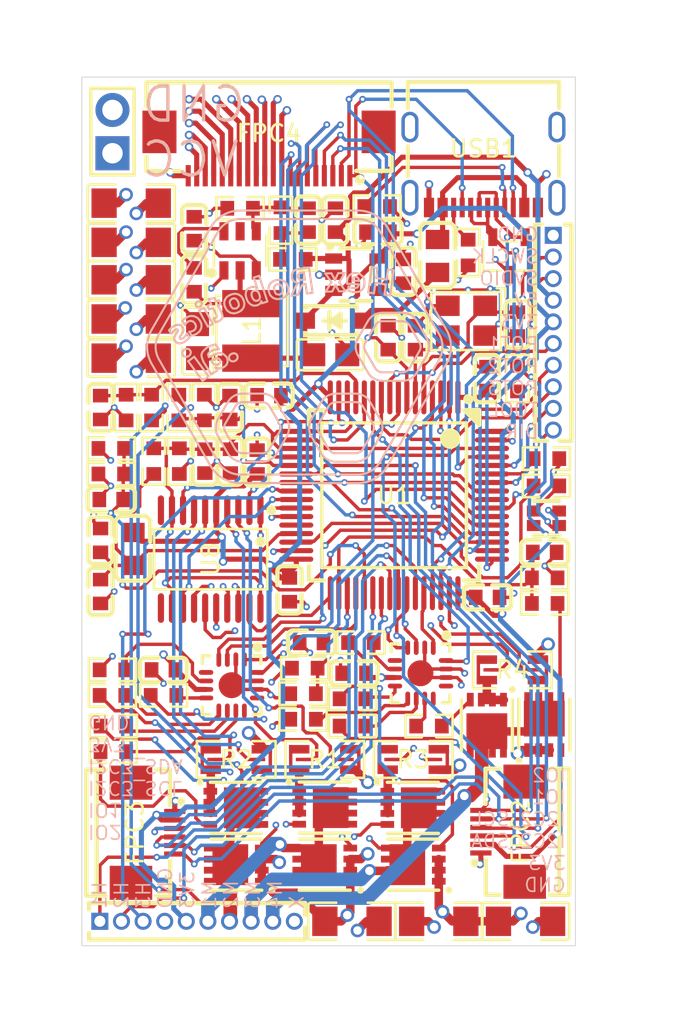
<source format=kicad_pcb>
(kicad_pcb (version 20241229) (generator "pcbnew") (generator_version "9.0")
  (layers (0 "F.Cu" signal) (4 "In1.Cu" signal) (6 "In2.Cu" signal) (2 "B.Cu" signal) (13 "F.Paste" user) (15 "B.Paste" user) (5 "F.SilkS" user "F.Silkscreen") (7 "B.SilkS" user "B.Silkscreen") (1 "F.Mask" user) (3 "B.Mask" user) (25 "Edge.Cuts" user))
  (net 0 "")
  (net 1 "VCC")
  (net 2 "GND")
  (net 3 "5V")
  (net 4 "Buck-FB")
  (net 5 "3V3")
  (net 6 "3V3A")
  (net 7 "Net-(D1-+)")
  (net 8 "USB_D_N")
  (net 9 "USB_D_P")
  (net 10 "USB:5V")
  (net 11 "+Probe-1")
  (net 12 "-Probe-1")
  (net 13 "+Probe-2")
  (net 15 "-Probe-2")
  (net 16 "+Probe-3")
  (net 17 "-Probe-3")
  (net 18 "-Probe-4")
  (net 19 "+Probe-4")
  (net 21 "Net-(USB1-CC1)")
  (net 22 "Net-(USB1-CC2)")
  (net 25 "N-Gate-1")
  (net 27 "P-Gate-1")
  (net 28 "N-Gate-2")
  (net 29 "M1")
  (net 30 "P-Gate-2")
  (net 31 "N-Gate-3")
  (net 32 "/Driver1-internal-LDO")
  (net 33 "P-Gate-3")
  (net 34 "N-Gate-4")
  (net 35 "M2")
  (net 36 "P-Gate-4")
  (net 37 "M3")
  (net 38 "TIM1_CH2N")
  (net 39 "TIM1_CH1")
  (net 40 "TIM1_CH1N")
  (net 41 "TIM1_CH2")
  (net 43 "TIM1_CH4")
  (net 45 "TIM1_CH4N")
  (net 47 "TIM1_CH3N")
  (net 48 "TIM1_CH3")
  (net 51 "ADC1_IN3{slash}HALF_3V3_REF")
  (net 52 "ADC2_IN15{slash}VOLTAGE")
  (net 53 "OPAMP1_VINP{slash}M1_VOLTAGE")
  (net 54 "OPAMP2_VINP{slash}M2_VOLTAGE")
  (net 55 "OPAMP3_VINP{slash}M3_VOLTAGE")
  (net 56 "NRST")
  (net 57 "ADC1_IN11{slash}M4_VOLTAGE")
  (net 64 "TIM4_CH1{slash}RED_LED")
  (net 65 "TIM4_CH2{slash}GREEN_LED")
  (net 66 "TIM2_CH3{slash}BLUE_LED")
  (net 67 "M4")
  (net 68 "I2C2_SDA")
  (net 69 "I2C2_SCL")
  (net 70 "I2C3_SDA")
  (net 71 "ADC2_IN17{slash}POT_3")
  (net 72 "SPI3_MISO")
  (net 73 "USART3_RX")
  (net 74 "FREE_IO_2")
  (net 75 "SPI3_NSS")
  (net 76 "ADC2_IN14{slash}M4_CURRENT")
  (net 77 "ADC1_IN8{slash}POT_2")
  (net 78 "USART3_TX")
  (net 79 "TIM3_CH3{slash}ENCODER_3")
  (net 80 "SYS_JTMS-SVDIO")
  (net 81 "ADC1_IN12{slash}M3_CURRENT")
  (net 82 "ADC1_IN7{slash}POT_1")
  (net 83 "SYS_JTCK-SWCLK")
  (net 84 "SPI3_MOSI")
  (net 85 "TIM3_CH2{slash}ENCODER_2")
  (net 86 "I2C3_SCL")
  (net 87 "ADC1_IN1{slash}M1_CURRENT")
  (net 88 "TOOL_SWITCH")
  (net 89 "SPI3_SCK")
  (net 90 "FREE_IO_1")
  (net 91 "ADC2_IN3{slash}M2_CURRENT")
  (net 92 "BOOT0{slash}STOP")
  (net 93 "TIM3_CH1{slash}ENCODER_1")
  (net 94 "DIRECTION_SWITCH")
  (net 95 "M-Center")
  (net 96 "/OSC1")
  (net 97 "/OSC2")
  (net 98 "/Driver2-internal-LDO")
  (net 103 "/Buck-Bootstrap-Capacitor")
  (net 104 "/Buck-Output-SW")
  (net 105 "/Buck-Probe-Point")
  (net 106 "/LDO-Bypass-Capacitor")
  (net 107 "/Blue-LED")
  (net 108 "/Red-LED")
  (net 109 "/Green-LED")
  (net 110 "/Gate-1-Negative")
  (net 111 "/Gate-1-Positive")
  (net 112 "/Gate-2-Negative")
  (net 113 "/Gate-2-Positive")
  (net 114 "/Gate-3-Negative")
  (net 115 "/Gate-3-Positive")
  (net 116 "/Gate-4-Negative")
  (net 117 "/Gate-4-Positive")
  (net 118 "/Shunt-1")
  (net 119 "/Shunt-2")
  (net 120 "/Shunt-3")
  (net 121 "/Shunt-4")
  (footprint "Library:R0603" (layer "F.Cu") (at 61.728875 69.0465 90)
    (property "Reference" "R801" (hide yes))
    (property "Value" "10kΩ" (hide yes))
  )
  (footprint "Library:R0603" (layer "F.Cu") (at 58.6 65.9 90)
    (property "Reference" "R104" (hide yes))
    (property "Value" "5.1kΩ" (hide yes))
  )
  (footprint "Library:C0603" (layer "F.Cu") (at 60.8 81.3)
    (property "Reference" "C501" (hide yes))
    (property "Value" "100nF" (hide yes))
  )
  (footprint "Library:C0603" (layer "F.Cu") (at 69.5 79.7)
    (property "Reference" "C301" (hide yes))
    (property "Value" "1nF" (hide yes))
  )
  (footprint "Library:R1206 Shunt with Kelvin connections" (layer "F.Cu") (at 81.3 81.3)
    (property "Reference" "R4")
    (property "Value" "10mΩ" (hide yes))
  )
  (footprint "Library:R0603" (layer "F.Cu") (at 63.2 65.9 -90)
    (property "Reference" "R204" (hide yes))
    (property "Value" "5.1kΩ" (hide yes))
  )
  (footprint "Library:R0603" (layer "F.Cu") (at 69 84.2 180)
    (property "Reference" "R301" (hide yes))
    (property "Value" "10Ω" (hide yes))
  )
  (footprint "Library:SOT-23-3_L3.0-W1.7-P0.95-LS2.9-BR" (layer "F.Cu") (at 81.1 57 -90)
    (property "Reference" "D2" (hide yes))
    (property "Value" "~" (hide yes))
  )
  (footprint "Library:R0603" (layer "F.Cu") (at 57.8535 86.1 180)
    (property "Reference" "R201" (hide yes))
    (property "Value" "10Ω" (hide yes))
  )
  (footprint "Library:DFN-8_L3.0-W3.0-P0.65-BL-MOSFET" (layer "F.Cu") (at 70.273985 92.736321 180)
    (property "Reference" "Q2" (hide yes))
    (property "Value" "~" (hide yes))
  )
  (footprint "Library:C0603" (layer "F.Cu") (at 79.845135 77.04263 180)
    (property "Reference" "C24" (hide yes))
    (property "Value" "100nF" (hide yes))
  )
  (footprint "Library:DFN-8_L3.0-W3.0-P0.65-BL-MOSFET" (layer "F.Cu") (at 65.05 89.4)
    (property "Reference" "Q3" (hide yes))
    (property "Value" "~" (hide yes))
  )
  (footprint "Library:C0603" (layer "F.Cu") (at 57.1 65.9 90)
    (property "Reference" "C101" (hide yes))
    (property "Value" "1nF" (hide yes))
  )
  (footprint "Library:R0603" (layer "F.Cu") (at 72.4 79.7)
    (property "Reference" "R601" (hide yes))
    (property "Value" "10Ω" (hide yes))
  )
  (footprint "Library:R0603" (layer "F.Cu") (at 60.228875 69.0465 -90)
    (property "Reference" "R802" (hide yes))
    (property "Value" "10kΩ" (hide yes))
  )
  (footprint "Library:C1206" (layer "F.Cu") (at 58.9 63 180)
    (property "Reference" "C18" (hide yes))
    (property "Value" "10uF" (hide yes))
  )
  (footprint "Library:TSSOP-20_L6.5-W4.4-P0.65-LS6.4-BL" (layer "F.Cu") (at 63.571125 74.8 -90)
    (property "Reference" "U8")
    (property "Value" "~" (hide yes))
  )
  (footprint "Library:QFN-16_L3.0-W3.0-P0.50-TL-EP1.7" (layer "F.Cu") (at 75.9 81.5 180)
    (property "Reference" "U6" (hide yes))
    (property "Value" "~" (hide yes))
  )
  (footprint "Library:R0603" (layer "F.Cu") (at 69.1 81.2 180)
    (property "Reference" "R303" (hide yes))
    (property "Value" "100kΩ" (hide yes))
  )
  (footprint "Library:DFN-8_L3.0-W3.0-P0.65-BL-MOSFET" (layer "F.Cu") (at 79.8 84.55 -90)
    (property "Reference" "Q7" (hide yes))
    (property "Value" "~" (hide yes))
  )
  (footprint "Library:C0603" (layer "F.Cu") (at 68.2 76.6 90)
    (property "Reference" "C27" (hide yes))
    (property "Value" "100nF" (hide yes))
  )
  (footprint "Library:C1206" (layer "F.Cu") (at 58.9 58.4)
    (property "Reference" "C3" (hide yes))
    (property "Value" "10uF" (hide yes))
  )
  (footprint "Library:R0603" (layer "F.Cu") (at 60.1 65.9 -90)
    (property "Reference" "R103" (hide yes))
    (property "Value" "100kΩ" (hide yes))
  )
  (footprint "Library:SOT-23-6_L2.9-W1.6-P0.95-LS2.8-BL" (layer "F.Cu") (at 65.3 56.7 180)
    (property "Reference" "U4" (hide yes))
    (property "Value" "~" (hide yes))
  )
  (footprint "Library:C0603" (layer "F.Cu") (at 57.1 76.7 90)
    (property "Reference" "C13" (hide yes))
    (property "Value" "100nF" (hide yes))
  )
  (footprint "Library:R0603" (layer "F.Cu") (at 69 82.7)
    (property "Reference" "R304" (hide yes))
    (property "Value" "5.1kΩ" (hide yes))
  )
  (footprint "Library:R0603" (layer "F.Cu") (at 73.3535 54.1 180)
    (property "Reference" "R11" (hide yes))
    (property "Value" "5.1kΩ" (hide yes))
  )
  (footprint "Library:R0603" (layer "F.Cu") (at 71.9 83)
    (property "Reference" "R302" (hide yes))
    (property "Value" "10Ω" (hide yes))
  )
  (footprint "Library:SOT-23-5_L3.0-W1.6-P0.95-LS2.8-BL" (layer "F.Cu") (at 72.1 58.1 90)
    (property "Reference" "U3" (hide yes))
    (property "Value" "~" (hide yes))
  )
  (footprint "Library:HDR-TH_HX-PZ1.27-1X10P-ZZ" (layer "F.Cu") (at 62.773985 96.061321)
    (property "Reference" "H1" (hide yes))
    (property "Value" "10P 1.27mm header" (hide yes))
  )
  (footprint "Library:R0603" (layer "F.Cu") (at 83.3 68.9)
    (property "Reference" "R21" (hide yes))
    (property "Value" "1.5kΩ" (hide yes))
  )
  (footprint "Library:R0603" (layer "F.Cu") (at 76.4 84.6)
    (property "Reference" "R401" (hide yes))
    (property "Value" "10Ω" (hide yes))
  )
  (footprint "Library:C0603" (layer "F.Cu") (at 57.1 73.7 -90)
    (property "Reference" "C12" (hide yes))
    (property "Value" "1uF" (hide yes))
  )
  (footprint "Library:L0805" (layer "F.Cu") (at 76.9 57 -90)
    (property "Reference" "L3" (hide yes))
    (property "Value" "300mΩ" (hide yes))
  )
  (footprint "Library:R0603" (layer "F.Cu") (at 60.8 82.8)
    (property "Reference" "R102" (hide yes))
    (property "Value" "10Ω" (hide yes))
  )
  (footprint "Library:DFN-8_L3.0-W3.0-P0.65-BL-MOSFET" (layer "F.Cu") (at 83.173985 84.511321 90)
    (property "Reference" "Q8" (hide yes))
    (property "Value" "~" (hide yes))
  )
  (footprint "Library:C0603" (layer "F.Cu") (at 67 65.2)
    (property "Reference" "C26" (hide yes))
    (property "Value" "100nF" (hide yes))
  )
  (footprint "Library:R0603" (layer "F.Cu") (at 83.2 77.4)
    (property "Reference" "R403" (hide yes))
    (property "Value" "100kΩ" (hide yes))
  )
  (footprint "Library:DFN-8_L3.0-W3.0-P0.65-BL-MOSFET" (layer "F.Cu") (at 70.273985 89.386321)
    (property "Reference" "Q1" (hide yes))
    (property "Value" "~" (hide yes))
  )
  (footprint "Library:R1206 Shunt with Kelvin connections" (layer "F.Cu") (at 65.073985 86.561321)
    (property "Reference" "R2")
    (property "Value" "10mΩ" (hide yes))
  )
  (footprint "Library:C1206" (layer "F.Cu") (at 71.873985 96.061321 180)
    (property "Reference" "C16" (hide yes))
    (property "Value" "10uF" (hide yes))
  )
  (footprint "Library:LQFP-64_L10.0-W10.0-P0.50-LS12.0-BL" (layer "F.Cu") (at 74.35 71.05 -90)
    (property "Reference" "U1")
    (property "Value" "~" (hide yes))
  )
  (footprint "Library:C0603" (layer "F.Cu") (at 81.6 61 90)
    (property "Reference" "C20" (hide yes))
    (property "Value" "15pF" (hide yes))
  )
  (footprint "Library:R0603" (layer "F.Cu") (at 68.4 57.2)
    (property "Reference" "R10" (hide yes))
    (property "Value" "49.9Ω" (hide yes))
  )
  (footprint "Library:R0603" (layer "F.Cu") (at 57.728875 68.3 180)
    (property "Reference" "R17" (hide yes))
    (property "Value" "100kΩ" (hide yes))
  )
  (footprint "Library:C0603" (layer "F.Cu") (at 64.728875 69.0465 90)
    (property "Reference" "C802" (hide yes))
    (property "Value" "100nF" (hide yes))
  )
  (footprint "Library:C1206" (layer "F.Cu") (at 82.073985 96.061321 180)
    (property "Reference" "C14" (hide yes))
    (property "Value" "10uF" (hide yes))
  )
  (footprint "Library:C0603" (layer "F.Cu") (at 57.728875 71.3)
    (property "Reference" "C30" (hide yes))
    (property "Value" "1nF" (hide yes))
  )
  (footprint "Library:HDR-TH_HX-PZ1.27-1X10P-ZZ" (layer "F.Cu") (at 83.7 61.505 -90)
    (property "Reference" "H3" (hide yes))
    (property "Value" "10P 1.27mm header" (hide yes))
  )
  (footprint "Library:FPC-SMD_6P-P0.50_XUNPU_FPC-05F-6PH20" (layer "F.Cu") (at 60.173985 90.861321 -90)
    (property "Reference" "FPC3")
    (property "Value" "~" (hide yes))
  )
  (footprint "Library:C1206" (layer "F.Cu") (at 58.9 53.9 180)
    (property "Reference" "C10" (hide yes))
    (property "Value" "10uF" (hide yes))
  )
  (footprint "Library:SOD-123_L2.7-W1.6-LS3.7-RD-1" (layer "F.Cu") (at 70.8 60.8)
    (property "Reference" "D1" (hide yes))
    (property "Value" "~" (hide yes))
  )
  (footprint "Library:DFN-8_L3.0-W3.0-P0.65-BL-MOSFET" (layer "F.Cu") (at 75.473985 92.736321 180)
    (property "Reference" "Q6" (hide yes))
    (property "Value" "~" (hide yes))
  )
  (footprint "Library:USB-C-SMD_TYPE-C16PIN" (layer "F.Cu") (at 79.6 51.79475 180)
    (property "Reference" "USB1")
    (property "Value" "~" (hide yes))
  )
  (footprint "Library:C0603" (layer "F.Cu") (at 62.6 58.4 -90)
    (property "Reference" "C1" (hide yes))
    (property "Value" "100nF" (hide yes))
  )
  (footprint "Library:R0603" (layer "F.Cu") (at 78.7 56.8 90)
    (property "Reference" "R12" (hide yes))
    (property "Value" "5.1kΩ" (hide yes))
  )
  (footprint "Library:R0603" (layer "F.Cu") (at 57.8 81.3)
    (property "Reference" "R501" (hide yes))
    (property "Value" "10Ω" (hide yes))
  )
  (footprint "Library:HDR-TH_2P-P2.54-V-M" (layer "F.Cu") (at 57.8 49.7 90)
    (property "Reference" "H2" (hide yes))
    (property "Value" "2P-2.54mm-header" (hide yes))
  )
  (footprint "Library:C0603" (layer "F.Cu") (at 74 61.8 -90)
    (property "Reference" "C34" (hide yes))
    (property "Value" "10nF" (hide yes))
  )
  (footprint "Library:R1206 Shunt with Kelvin connections" (layer "F.Cu") (at 70.273985 86.561321)
    (property "Reference" "R1")
    (property "Value" "10mΩ" (hide yes))
  )
  (footprint "Library:C0603" (layer "F.Cu") (at 72 81.5)
    (property "Reference" "C601" (hide yes))
    (property "Value" "100nF" (hide yes))
  )
  (footprint "Library:R0603" (layer "F.Cu") (at 65.3 54.2)
    (property "Reference" "R6" (hide yes))
    (property "Value" "13kΩ" (hide yes))
  )
  (footprint "Library:R0603" (layer "F.Cu") (at 83.3 70.5 180)
    (property "Reference" "R23" (hide yes))
    (property "Value" "1.5kΩ" (hide yes))
  )
  (footprint "Library:C0603" (layer "F.Cu") (at 73.4 55.6)
    (property "Reference" "C8" (hide yes))
    (property "Value" "1uF" (hide yes))
  )
  (footprint "Library:R0603" (layer "F.Cu") (at 57.728875 69.8)
    (property "Reference" "R18" (hide yes))
    (property "Value" "10kΩ" (hide yes))
  )
  (footprint "Library:C0603" (layer "F.Cu") (at 64.7 65.9 -90)
    (property "Reference" "C201" (hide yes))
    (property "Value" "1nF" (hide yes))
  )
  (footprint "Library:C0603" (layer "F.Cu") (at 70.9 54.9 -90)
    (property "Reference" "C7" (hide yes))
    (property "Value" "1uF" (hide yes))
  )
  (footprint "Library:C0603" (layer "F.Cu") (at 63.228875 69.0465 90)
    (property "Reference" "C803" (hide yes))
    (property "Value" "1uF" (hide yes))
  )
  (footprint "Library:C0805" (layer "F.Cu") (at 70.6 62.8 180)
    (property "Reference" "C5" (hide yes))
    (property "Value" "22uF" (hide yes))
  )
  (footprint "Library:OSC-SMD_4P-L3.2-W2.5-BL" (layer "F.Cu") (at 78.6 60.8 180)
    (property "Reference" "X1" (hide yes))
    (property "Value" "16MHz" (hide yes))
  )
  (footprint "Library:C0603" (layer "F.Cu") (at 83.2 74.4 180)
    (property "Reference" "C401" (hide yes))
    (property "Value" "1nF" (hide yes))
  )
  (footprint "Library:R0603" (layer "F.Cu") (at 71.9 84.6)
    (property "Reference" "R402" (hide yes))
    (property "Value" "10Ω" (hide yes))
  )
  (footprint "Library:R0603" (layer "F.Cu") (at 67.7 54.9 -90)
    (property "Reference" "R5" (hide yes))
    (property "Value" "100kΩ" (hide yes))
  )
  (footprint "Library:C1206" (layer "F.Cu") (at 76.973985 96.061321)
    (property "Reference" "C15" (hide yes))
    (property "Value" "10uF" (hide yes))
  )
  (footprint "Library:R0603" (layer "F.Cu") (at 83.2 75.9 180)
    (property "Reference" "R404" (hide yes))
    (property "Value" "5.1kΩ" (hide yes))
  )
  (footprint "Library:C0603" (layer "F.Cu") (at 79.8 64.2 -90)
    (property "Reference" "C25" (hide yes))
    (property "Value" "100nF" (hide yes))
  )
  (footprint "Library:C0603" (layer "F.Cu") (at 62.6 55.4 -90)
    (property "Reference" "C2" (hide yes))
    (property "Value" "100nF" (hide yes))
  )
  (footprint "Library:C0603" (layer "F.Cu") (at 69.3 54.9 -90)
    (property "Reference" "C6" (hide yes))
    (property "Value" "100pF" (hide yes))
  )
  (footprint "Library:DFN-8_L3.0-W3.0-P0.65-BL-MOSFET" (layer "F.Cu") (at 65.073985 92.736321 180)
    (property "Reference" "Q4" (hide yes))
    (property "Value" "~" (hide yes))
  )
  (footprint "Library:R1206 Shunt with Kelvin connections" (layer "F.Cu") (at 75.473985 86.561321)
    (property "Reference" "R3")
    (property "Value" "10mΩ" (hide yes))
  )
  (footprint "Library:C1206" (layer "F.Cu") (at 58.9 56.2 180)
    (property "Reference" "C11" (hide yes))
    (property "Value" "10uF" (hide yes))
  )
  (footprint "Library:DFN-8_L3.0-W3.0-P0.65-BL-MOSFET" (layer "F.Cu") (at 75.45 89.4)
    (property "Reference" "Q5" (hide yes))
    (property "Value" "~" (hide yes))
  )
  (footprint "Library:R0603" (layer "F.Cu") (at 57.8535 84.6)
    (property "Reference" "R202" (hide yes))
    (property "Value" "10Ω" (hide yes))
  )
  (footprint "Library:FPC-SMD_20P-P0.50_XUNPU_FPC-05F-20PH20" (layer "F.Cu") (at 67 51.00275 180)
    (property "Reference" "FPC4")
    (property "Value" "~" (hide yes))
  )
  (footprint "Library:FPC-SMD_6P-P0.50_XUNPU_FPC-05F-6PH20" (layer "F.Cu") (at 80.7365 90.8 90)
    (property "Reference" "FPC2")
    (property "Value" "~" (hide yes))
  )
  (footprint "Library:LED-ARRAY-SMD_4P-L1.6-W1.5-BR_XL-1615RGBC-RF" (layer "F.Cu") (at 83.3 72.4)
    (property "Reference" "LED1" (hide yes))
    (property "Value" "~" (hide yes))
  )
  (footprint "Library:C0603" (layer "F.Cu") (at 75.6 61.8 -90)
    (property "Reference" "C21" (hide yes))
    (property "Value" "15pF" (hide yes))
  )
  (footprint "Library:C1206" (layer "F.Cu") (at 58.9 60.7 180)
    (property "Reference" "C17" (hide yes))
    (property "Value" "10uF" (hide yes))
  )
  (footprint "Library:C0603" (layer "F.Cu") (at 66.3 69.1 -90)
    (property "Reference" "C801" (hide yes))
    (property "Value" "100nF" (hide yes))
  )
  (footprint "Library:R0603" (layer "F.Cu") (at 61.7 65.9 90)
    (property "Reference" "R203" (hide yes))
    (property "Value" "100kΩ" (hide yes))
  )
  (footprint "Library:IND-SMD_L4.0-W4.0" (layer "F.Cu") (at 66 61.4 -90)
    (property "Reference" "L1")
    (property "Value" "15uH" (hide yes))
  )
  (footprint "Library:L0805" (layer "F.Cu") (at 59 74.2 -90)
    (property "Reference" "L2" (hide yes))
    (property "Value" "10uH" (hide yes))
  )
  (footprint "Library:R0603" (layer "F.Cu") (at 81.6 64.2 -90)
    (property "Reference" "R22" (hide yes))
    (property "Value" "1.5kΩ" (hide yes))
  )
  (footprint "Library:R0603" (layer "F.Cu") (at 57.8 82.8 180)
    (property "Reference" "R101" (hide yes))
    (property "Value" "10Ω" (hide yes))
  )
  (footprint "Library:C0603" (layer "F.Cu") (at 74.9 57.9 -90)
    (property "Reference" "C9" (hide yes))
    (property "Value" "10nF" (hide yes))
  )
  (footprint "Library:C0805" (layer "F.Cu") (at 62.8 62 -90)
    (property "Reference" "C4" (hide yes))
    (property "Value" "22uF" (hide yes))
  )
  (footprint "Library:QFN-16_L3.0-W3.0-P0.50-TL-EP1.7" (layer "F.Cu") (at 64.8 82.2 180)
    (property "Reference" "U5" (hide yes))
    (property "Value" "~" (hide yes))
  )
  (gr_line (start 68.873306 58.8686) (end 68.892849 58.823837) (stroke (width 0.125)) (layer "B.SilkS"))
  (gr_line (start 62.721931 59.726995) (end 62.685695 59.787244) (stroke (width 0.125)) (layer "B.SilkS"))
  (gr_curve (pts (xy 61.911481 62.750945) (xy 61.917893 62.780064) (xy 61.93422 62.806967) (xy 61.950546 62.83387)) (stroke (width 0.125)) (layer "B.SilkS"))
  (gr_curve (pts (xy 67.663542 58.402399) (xy 67.583849 58.391739) (xy 67.501113 58.406041) (xy 67.418377 58.420344)) (stroke (width 0.125)) (layer "B.SilkS"))
  (gr_curve (pts (xy 71.736468 58.123348) (xy 71.696489 58.174157) (xy 71.656511 58.224966) (xy 71.632119 58.282192)) (stroke (width 0.125)) (layer "B.SilkS"))
  (gr_line (start 71.119611 58.545179) (end 71.447595 58.000135) (stroke (width 0.125)) (layer "B.SilkS"))
  (gr_curve (pts (xy 67.232578 59.457095) (xy 67.300542 59.487736) (xy 67.368507 59.518378) (xy 67.439185 59.528667)) (stroke (width 0.125)) (layer "B.SilkS"))
  (gr_line (start 68.667282 58.644759) (end 68.640305 58.674331) (stroke (width 0.125)) (layer "B.SilkS"))
  (gr_arc (start 72.083867 65.582052) (mid 72.333865 65.649039) (end 72.516877 65.832051) (stroke (width 0.125)) (layer "B.SilkS"))
  (gr_line (start 61.799706 61.865951) (end 61.764576 61.838275) (stroke (width 0.125)) (layer "B.SilkS"))
  (gr_line (start 63.74158 60.662534) (end 63.849846 60.882058) (stroke (width 0.125)) (layer "B.SilkS"))
  (gr_curve (pts (xy 62.928428 61.408781) (xy 62.969288 61.354112) (xy 62.994255 61.287361) (xy 63.019222 61.22061)) (stroke (width 0.125)) (layer "B.SilkS"))
  (gr_line (start 61.626465 61.445835) (end 61.608629 61.476083) (stroke (width 0.125)) (layer "B.SilkS"))
  (gr_line (start 68.696028 58.620218) (end 68.667282 58.644759) (stroke (width 0.125)) (layer "B.SilkS"))
  (gr_curve (pts (xy 67.684741 59.51184) (xy 67.764274 59.488851) (xy 67.843807 59.465862) (xy 67.909369 59.421607)) (stroke (width 0.125)) (layer "B.SilkS"))
  (gr_curve (pts (xy 64.561009 63.089663) (xy 64.550709 63.032008) (xy 64.521675 62.97788) (xy 64.49264 62.923752)) (stroke (width 0.125)) (layer "B.SilkS"))
  (gr_curve (pts (xy 68.334115 58.23186) (xy 68.33855 58.25682) (xy 68.342985 58.281781) (xy 68.350651 58.305715)) (stroke (width 0.125)) (layer "B.SilkS"))
  (gr_curve (pts (xy 62.066023 61.054183) (xy 62.084274 61.016328) (xy 62.102525 60.978473) (xy 62.128619 60.947142)) (stroke (width 0.125)) (layer "B.SilkS"))
  (gr_line (start 65.15487 62.919019) (end 65.129126 62.830937) (stroke (width 0.125)) (layer "B.SilkS"))
  (gr_line (start 62.309421 61.447271) (end 62.449293 61.673164) (stroke (width 0.125)) (layer "B.SilkS"))
  (gr_line (start 69.053001 58.652982) (end 69.143106 58.640219) (stroke (width 0.125)) (layer "B.SilkS"))
  (gr_curve (pts (xy 67.676737 58.703267) (xy 67.702222 58.729849) (xy 67.727708 58.756432) (xy 67.745966 58.787152)) (stroke (width 0.125)) (layer "B.SilkS"))
  (gr_curve (pts (xy 63.614731 62.25828) (xy 63.566152 62.276133) (xy 63.517572 62.293986) (xy 63.470912 62.315949)) (stroke (width 0.125)) (layer "B.SilkS"))
  (gr_line (start 61.849904 62.118133) (end 61.933137 62.089971) (stroke (width 0.125)) (layer "B.SilkS"))
  (gr_arc (start 65.300001 70.332052) (mid 64.300001 70.064103) (end 63.567949 69.332053) (stroke (width 0.125)) (layer "B.SilkS"))
  (gr_curve (pts (xy 66.12292 58.822546) (xy 66.057952 58.810314) (xy 65.988028 58.824528) (xy 65.918103 58.838742)) (stroke (width 0.125)) (layer "B.SilkS"))
  (gr_line (start 73.251451 58.585019) (end 73.866833 58.670847) (stroke (width 0.125)) (layer "B.SilkS"))
  (gr_curve (pts (xy 72.610883 58.607947) (xy 72.61018 58.52511) (xy 72.609477 58.442274) (xy 72.584431 58.367266)) (stroke (width 0.125)) (layer "B.SilkS"))
  (gr_curve (pts (xy 71.896273 58.027039) (xy 71.839005 58.047409) (xy 71.787736 58.085378) (xy 71.736468 58.123348)) (stroke (width 0.125)) (layer "B.SilkS"))
  (gr_curve (pts (xy 61.941358 61.471554) (xy 61.94847 61.455003) (xy 61.955583 61.438453) (xy 61.960557 61.421278)) (stroke (width 0.125)) (layer "B.SilkS"))
  (gr_curve (pts (xy 66.465166 59.425675) (xy 66.464009 59.454792) (xy 66.454967 59.483651) (xy 66.445926 59.512511)) (stroke (width 0.125)) (layer "B.SilkS"))
  (gr_curve (pts (xy 62.355286 60.532583) (xy 62.275141 60.547855) (xy 62.200079 60.588365) (xy 62.125016 60.628875)) (stroke (width 0.125)) (layer "B.SilkS"))
  (gr_line (start 74.82628 64.332052) (end 73.671579 64.332052) (stroke (width 0.125)) (layer "B.SilkS"))
  (gr_line (start 70.906399 58.697421) (end 70.925967 58.742502) (stroke (width 0.125)) (layer "B.SilkS"))
  (gr_curve (pts (xy 71.632119 58.282192) (xy 71.604393 58.347243) (xy 71.596807 58.420586) (xy 71.58922 58.493929)) (stroke (width 0.125)) (layer "B.SilkS"))
  (gr_curve (pts (xy 64.938642 60.367364) (xy 65.019025 60.365731) (xy 65.098565 60.338096) (xy 65.178106 60.31046)) (stroke (width 0.125)) (layer "B.SilkS"))
  (gr_line (start 67.465064 68.582042) (end 67.465068 68.582044) (stroke (width 0.125)) (layer "B.SilkS"))
  (gr_line (start 61.503798 61.625584) (end 61.472804 61.679564) (stroke (width 0.125)) (layer "B.SilkS"))
  (gr_line (start 64.048634 59.603702) (end 63.892903 59.680506) (stroke (width 0.125)) (layer "B.SilkS"))
  (gr_curve (pts (xy 62.221817 60.866673) (xy 62.260732 60.845711) (xy 62.299647 60.824749) (xy 62.34115 60.817235)) (stroke (width 0.125)) (layer "B.SilkS"))
  (gr_curve (pts (xy 66.972576 58.855885) (xy 66.96115 58.928716) (xy 66.973371 59.005052) (xy 66.985592 59.081388)) (stroke (width 0.125)) (layer "B.SilkS"))
  (gr_curve (pts (xy 64.101346 63.606776) (xy 64.182852 63.603269) (xy 64.262841 63.565039) (xy 64.342831 63.526808)) (stroke (width 0.125)) (layer "B.SilkS"))
  (gr_curve (pts (xy 66.306856 58.911276) (xy 66.247176 58.87299) (xy 66.187497 58.834704) (xy 66.12292 58.822546)) (stroke (width 0.125)) (layer "B.SilkS"))
  (gr_curve (pts (xy 66.218909 59.633368) (xy 66.187202 59.628198) (xy 66.157413 59.610962) (xy 66.127624 59.593725)) (stroke (width 0.125)) (layer "B.SilkS"))
  (gr_curve (pts (xy 62.135235 61.628435) (xy 62.120518 61.653231) (xy 62.103503 61.676669) (xy 62.086488 61.700108)) (stroke (width 0.125)) (layer "B.SilkS"))
  (gr_line (start 67.465058 65.582043) (end 68.042414 66.582054) (stroke (width 0.125)) (layer "B.SilkS"))
  (gr_line (start 72.230269 58.298365) (end 72.27311 58.374658) (stroke (width 0.125)) (layer "B.SilkS"))
  (gr_curve (pts (xy 65.98437 59.161811) (xy 65.998316 59.134473) (xy 66.012263 59.107136) (xy 66.033222 59.087352)) (stroke (width 0.125)) (layer "B.SilkS"))
  (gr_curve (pts (xy 68.426361 57.909777) (xy 68.363412 57.988177) (xy 68.348763 58.110019) (xy 68.334115 58.23186)) (stroke (width 0.125)) (layer "B.SilkS"))
  (gr_curve (pts (xy 63.0519 59.800118) (xy 63.049872 59.778103) (xy 63.040678 59.756744) (xy 63.031485 59.735385)) (stroke (width 0.125)) (layer "B.SilkS"))
  (gr_curve (pts (xy 62.457248 60.818705) (xy 62.494536 60.832899) (xy 62.531824 60.847093) (xy 62.562383 60.870024)) (stroke (width 0.125)) (layer "B.SilkS"))
  (gr_line (start 68.042414 67.58205) (end 67.465068 68.582044) (stroke (width 0.125)) (layer "B.SilkS"))
  (gr_line (start 61.529792 61.314021) (end 61.554699 61.308244) (stroke (width 0.125)) (layer "B.SilkS"))
  (gr_curve (pts (xy 61.949 62.575857) (xy 61.931949 62.601391) (xy 61.921741 62.631588) (xy 61.911532 62.661785)) (stroke (width 0.125)) (layer "B.SilkS"))
  (gr_line (start 61.879495 61.578784) (end 61.91405 61.523725) (stroke (width 0.125)) (layer "B.SilkS"))
  (gr_arc (start 64.000961 55.582051) (mid 64.55 55.033012) (end 65.300001 54.832052) (stroke (width 0.125)) (layer "B.SilkS"))
  (gr_curve (pts (xy 65.754264 58.928331) (xy 65.713229 58.966343) (xy 65.685306 59.018783) (xy 65.657383 59.071223)) (stroke (width 0.125)) (layer "B.SilkS"))
  (gr_line (start 69.10731 58.387512) (end 68.962314 58.40805) (stroke (width 0.125)) (layer "B.SilkS"))
  (gr_arc (start 72.516878 68.332052) (mid 72.333866 68.515065) (end 72.083866 68.582052) (stroke (width 0.125)) (layer "B.SilkS"))
  (gr_line (start 61.554699 61.308244) (end 61.577959 61.307158) (stroke (width 0.125)) (layer "B.SilkS"))
  (gr_arc (start 73.671576 63.832052) (mid 73.421578 63.765065) (end 73.238567 63.582054) (stroke (width 0.125)) (layer "B.SilkS"))
  (gr_curve (pts (xy 67.323064 58.77907) (xy 67.35279 58.72894) (xy 67.417043 58.697279) (xy 67.481296 58.665618)) (stroke (width 0.125)) (layer "B.SilkS"))
  (gr_line (start 73.671577 60.832052) (end 74.82628 60.832052) (stroke (width 0.125)) (layer "B.SilkS"))
  (gr_curve (pts (xy 62.698803 61.201861) (xy 62.685583 61.237833) (xy 62.672362 61.273805) (xy 62.650549 61.303253)) (stroke (width 0.125)) (layer "B.SilkS"))
  (gr_curve (pts (xy 64.791902 62.749579) (xy 64.761601 62.767974) (xy 64.7313 62.78637) (xy 64.708509 62.811648)) (stroke (width 0.125)) (layer "B.SilkS"))
  (gr_line (start 73.167068 59.190042) (end 73.251451 58.585019) (stroke (width 0.125)) (layer "B.SilkS"))
  (gr_curve (pts (xy 61.503621 61.323896) (xy 61.512251 61.320295) (xy 61.520881 61.316693) (xy 61.529792 61.314021)) (stroke (width 0.125)) (layer "B.SilkS"))
  (gr_line (start 68.863018 58.406268) (end 68.780552 58.370408) (stroke (width 0.125)) (layer "B.SilkS"))
  (gr_curve (pts (xy 61.587111 61.507014) (xy 61.579364 61.517433) (xy 61.571616 61.527851) (xy 61.563935 61.538319)) (stroke (width 0.125)) (layer "B.SilkS"))
  (gr_line (start 64.217701 60.339078) (end 64.000706 59.899092) (stroke (width 0.125)) (layer "B.SilkS"))
  (gr_line (start 61.763259 61.751098) (end 61.780225 61.718262) (stroke (width 0.125)) (layer "B.SilkS"))
  (gr_line (start 64.889973 62.716232) (end 64.791902 62.749579) (stroke (width 0.125)) (layer "B.SilkS"))
  (gr_curve (pts (xy 72.447286 59.001259) (xy 72.491798 58.948268) (xy 72.536309 58.895277) (xy 72.563416 58.834768)) (stroke (width 0.125)) (layer "B.SilkS"))
  (gr_curve (pts (xy 62.290531 62.867939) (xy 62.317379 62.845348) (xy 62.344227 62.822757) (xy 62.362499 62.794524)) (stroke (width 0.125)) (layer "B.SilkS"))
  (gr_curve (pts (xy 61.645741 61.387975) (xy 61.644 61.39759) (xy 61.642259 61.407206) (xy 61.639282 61.416417)) (stroke (width 0.125)) (layer "B.SilkS"))
  (gr_line (start 63.892903 59.680506) (end 63.790652 59.473178) (stroke (width 0.125)) (layer "B.SilkS"))
  (gr_line (start 76.269655 62.83205) (end 75.692304 63.832051) (stroke (width 0.125)) (layer "B.SilkS"))
  (gr_curve (pts (xy 61.30265 61.509575) (xy 61.315692 61.489061) (xy 61.330895 61.469923) (xy 61.346098 61.450784)) (stroke (width 0.125)) (layer "B.SilkS"))
  (gr_curve (pts (xy 66.445926 59.512511) (xy 66.431567 59.537905) (xy 66.417209 59.5633) (xy 66.396646 59.581754)) (stroke (width 0.125)) (layer "B.SilkS"))
  (gr_curve (pts (xy 61.6321 61.336115) (xy 61.636904 61.3442) (xy 61.641709 61.352285) (xy 61.643971 61.361033)) (stroke (width 0.125)) (layer "B.SilkS"))
  (gr_line (start 68.350651 58.305715) (end 68.378254 58.371928) (stroke (width 0.125)) (layer "B.SilkS"))
  (gr_line (start 61.434967 61.784525) (end 61.430399 61.836459) (stroke (width 0.125)) (layer "B.SilkS"))
  (gr_line (start 70.33035 59.096243) (end 70.71101 59.087822) (stroke (width 0.125)) (layer "B.SilkS"))
  (gr_curve (pts (xy 62.086488 61.700108) (xy 62.069215 61.720928) (xy 62.051943 61.741748) (xy 62.032561 61.760389)) (stroke (width 0.125)) (layer "B.SilkS"))
  (gr_curve (pts (xy 71.974495 58.886493) (xy 71.918297 58.880567) (xy 71.862099 58.87464) (xy 71.809723 58.857123)) (stroke (width 0.125)) (layer "B.SilkS"))
  (gr_line (start 75.259292 61.082051) (end 75.836641 62.082051) (stroke (width 0.125)) (layer "B.SilkS"))
  (gr_line (start 69.223646 59.208811) (end 69.558172 59.161426) (stroke (width 0.125)) (layer "B.SilkS"))
  (gr_line (start 70.929164 65.582052) (end 72.083867 65.582052) (stroke (width 0.125)) (layer "B.SilkS"))
  (gr_line (start 63.705193 60.044834) (end 63.896741 60.433223) (stroke (width 0.125)) (layer "B.SilkS"))
  (gr_line (start 69.558172 59.161426) (end 69.3478 57.676251) (stroke (width 0.125)) (layer "B.SilkS"))
  (gr_line (start 64.730163 63.144827) (end 64.813218 63.18492) (stroke (width 0.125)) (layer "B.SilkS"))
  (gr_line (start 61.541124 61.569685) (end 61.503798 61.625584) (stroke (width 0.125)) (layer "B.SilkS"))
  (gr_curve (pts (xy 72.27311 58.374658) (xy 72.284084 58.403389) (xy 72.288242 58.434685) (xy 72.292401 58.465981)) (stroke (width 0.125)) (layer "B.SilkS"))
  (gr_line (start 63.850215 63.55139) (end 63.854948 63.548437) (stroke (width 0.125)) (layer "B.SilkS"))
  (gr_line (start 66.4506 59.330957) (end 66.465166 59.425675) (stroke (width 0.125)) (layer "B.SilkS"))
  (gr_curve (pts (xy 65.773487 59.695977) (xy 65.814478 59.752466) (xy 65.869344 59.799137) (xy 65.92421 59.845807)) (stroke (width 0.125)) (layer "B.SilkS"))
  (gr_curve (pts (xy 63.019222 61.22061) (xy 63.028373 61.150797) (xy 63.037525 61.080984) (xy 63.026432 61.014682)) (stroke (width 0.125)) (layer "B.SilkS"))
  (gr_curve (pts (xy 63.854948 63.548437) (xy 63.937581 63.579352) (xy 64.020215 63.610266) (xy 64.101346 63.606776)) (stroke (width 0.125)) (layer "B.SilkS"))
  (gr_line (start 72.16946 58.245767) (end 72.230269 58.298365) (stroke (width 0.125)) (layer "B.SilkS"))
  (gr_curve (pts (xy 61.396115 61.398557) (xy 61.413222 61.382835) (xy 61.431787 61.368696) (xy 61.450352 61.354556)) (stroke (width 0.125)) (layer "B.SilkS"))
  (gr_line (start 61.643971 61.361033) (end 61.645741 61.387975) (stroke (width 0.125)) (layer "B.SilkS"))
  (gr_line (start 68.951887 58.718543) (end 68.973699 58.693532) (stroke (width 0.125)) (layer "B.SilkS"))
  (gr_curve (pts (xy 71.898563 58.44585) (xy 71.906765 58.37921) (xy 71.914967 58.31257) (xy 71.953861 58.275857)) (stroke (width 0.125)) (layer "B.SilkS"))
  (gr_arc (start 73.527239 66.582049) (mid 73.661215 67.082051) (end 73.52724 67.582054) (stroke (width 0.125)) (layer "B.SilkS"))
  (gr_line (start 66.599031 69.082052) (end 65.444331 69.082052) (stroke (width 0.125)) (layer "B.SilkS"))
  (gr_line (start 74.82628 63.832052) (end 73.671576 63.832052) (stroke (width 0.125)) (layer "B.SilkS"))
  (gr_arc (start 74.82628 60.832052) (mid 75.076279 60.899039) (end 75.259292 61.082051) (stroke (width 0.125)) (layer "B.SilkS"))
  (gr_curve (pts (xy 68.591129 58.743893) (xy 68.583377 58.756468) (xy 68.576172 58.76938) (xy 68.568967 58.782291)) (stroke (width 0.125)) (layer "B.SilkS"))
  (gr_curve (pts (xy 68.892849 58.823837) (xy 68.89901 58.810414) (xy 68.905513 58.797148) (xy 68.912016 58.783881)) (stroke (width 0.125)) (layer "B.SilkS"))
  (gr_curve (pts (xy 62.945866 60.812045) (xy 62.896802 60.742858) (xy 62.847738 60.673671) (xy 62.782557 60.626041)) (stroke (width 0.125)) (layer "B.SilkS"))
  (gr_line (start 63.790652 59.473178) (end 63.453498 59.534488) (stroke (width 0.125)) (layer "B.SilkS"))
  (gr_line (start 61.789559 61.067017) (end 61.718136 61.045327) (stroke (width 0.125)) (layer "B.SilkS"))
  (gr_line (start 61.120653 61.36495) (end 61.268118 61.573267) (stroke (width 0.125)) (layer "B.SilkS"))
  (gr_curve (pts (xy 65.657383 59.071223) (xy 65.642974 59.133277) (xy 65.628565 59.195332) (xy 65.628585 59.257178)) (stroke (width 0.125)) (layer "B.SilkS"))
  (gr_line (start 73.238567 63.582054) (end 72.661216 62.582053) (stroke (width 0.125)) (layer "B.SilkS"))
  (gr_line (start 62.987263 59.682713) (end 62.926233 59.654818) (stroke (width 0.125)) (layer "B.SilkS"))
  (gr_line (start 68.720827 58.306764) (end 68.692116 58.223408) (stroke (width 0.125)) (layer "B.SilkS"))
  (gr_curve (pts (xy 64.49264 62.923752) (xy 64.405245 62.831659) (xy 64.317849 62.739567) (xy 64.214731 62.710823)) (stroke (width 0.125)) (layer "B.SilkS"))
  (gr_curve (pts (xy 63.46471 62.93873) (xy 63.438616 62.874483) (xy 63.412521 62.810236) (xy 63.425535 62.756044)) (stroke (width 0.125)) (layer "B.SilkS"))
  (gr_line (start 69.918801 66.832055) (end 70.496152 65.832052) (stroke (width 0.125)) (layer "B.SilkS"))
  (gr_line (start 66.208825 59.031204) (end 66.296134 59.061821) (stroke (width 0.125)) (layer "B.SilkS"))
  (gr_line (start 66.417224 59.226318) (end 66.4506 59.330957) (stroke (width 0.125)) (layer "B.SilkS"))
  (gr_curve (pts (xy 66.985592 59.081388) (xy 67.009006 59.160831) (xy 67.03242 59.240273) (xy 67.077266 59.305282)) (stroke (width 0.125)) (layer "B.SilkS"))
  (gr_line (start 62.11325 62.455206) (end 62.022188 62.502628) (stroke (width 0.125)) (layer "B.SilkS"))
  (gr_curve (pts (xy 64.544967 60.206411) (xy 64.594256 60.25737) (xy 64.658673 60.294022) (xy 64.72309 60.330673)) (stroke (width 0.125)) (layer "B.SilkS"))
  (gr_curve (pts (xy 63.00812 59.929896) (xy 63.023255 59.912098) (xy 63.033389 59.889982) (xy 63.043524 59.867866)) (stroke (width 0.125)) (layer "B.SilkS"))
  (gr_curve (pts (xy 61.449431 61.732315) (xy 61.443401 61.749286) (xy 61.439184 61.766906) (xy 61.434967 61.784525)) (stroke (width 0.125)) (layer "B.SilkS"))
  (gr_curve (pts (xy 65.01193 63.153891) (xy 65.041245 63.135712) (xy 65.07056 63.117534) (xy 65.092457 63.092736)) (stroke (width 0.125)) (layer "B.SilkS"))
  (gr_line (start 68.696481 59.283483) (end 68.873306 58.8686) (stroke (width 0.125)) (layer "B.SilkS"))
  (gr_line (start 63.031485 59.735385) (end 62.987263 59.682713) (stroke (width 0.125)) (layer "B.SilkS"))
  (gr_arc (start 68.042414 66.582054) (mid 68.176388 67.082052) (end 68.042414 67.58205) (stroke (width 0.125)) (layer "B.SilkS"))
  (gr_line (start 72.083866 68.582052) (end 70.929165 68.582052) (stroke (width 0.125)) (layer "B.SilkS"))
  (gr_line (start 71.668502 58.787061) (end 71.656327 59.025244) (stroke (width 0.125)) (layer "B.SilkS"))
  (gr_line (start 70.902216 58.697514) (end 70.906399 58.697421) (stroke (width 0.125)) (layer "B.SilkS"))
  (gr_curve (pts (xy 67.194896 58.510313) (xy 67.137402 58.549318) (xy 67.090861 58.604914) (xy 67.04432 58.66051)) (stroke (width 0.125)) (layer "B.SilkS"))
  (gr_line (start 63.692372 60.983535) (end 63.175786 60.045208) (stroke (width 0.125)) (layer "B.SilkS"))
  (gr_line (start 61.911021 61.17071) (end 61.854668 61.108075) (stroke (width 0.125)) (layer "B.SilkS"))
  (gr_curve (pts (xy 64.838527 59.509107) (xy 64.873304 59.497839) (xy 64.90808 59.48657) (xy 64.942422 59.488037)) (stroke (width 0.125)) (layer "B.SilkS"))
  (gr_curve (pts (xy 65.215109 59.937924) (xy 65.193157 59.994248) (xy 65.132536 60.037341) (xy 65.071915 60.080435)) (stroke (width 0.125)) (layer "B.SilkS"))
  (gr_curve (pts (xy 64.259778 60.621861) (xy 64.286868 60.541033) (xy 64.252285 60.440055) (xy 64.217701 60.339078)) (stroke (width 0.125)) (layer "B.SilkS"))
  (gr_curve (pts (xy 67.315231 59.011923) (xy 67.301362 58.92549) (xy 67.287493 58.839057) (xy 67.323064 58.77907)) (stroke (width 0.125)) (layer "B.SilkS"))
  (gr_arc (start 67.032047 68.332058) (mid 66.849037 68.515068) (end 66.599041 68.582052) (stroke (width 0.125)) (layer "B.SilkS"))
  (gr_line (start 70.71101 59.087822) (end 70.859399 58.795765) (stroke (width 0.125)) (layer "B.SilkS"))
  (gr_curve (pts (xy 64.367936 59.780292) (xy 64.368618 59.854011) (xy 64.393203 59.927306) (xy 64.417787 60.0006)) (stroke (width 0.125)) (layer "B.SilkS"))
  (gr_line (start 68.72614 58.597861) (end 68.726727 58.602003) (stroke (width 0.125)) (layer "B.SilkS"))
  (gr_arc (start 76.269655 61.832054) (mid 76.403629 62.332052) (end 76.269655 62.83205) (stroke (width 0.125)) (layer "B.SilkS"))
  (gr_curve (pts (xy 64.005849 63.011687) (xy 64.047889 63.022898) (xy 64.084436 63.058845) (xy 64.120984 63.094792)) (stroke (width 0.125)) (layer "B.SilkS"))
  (gr_line (start 76.991342 63.082052) (end 73.527241 69.082052) (stroke (width 0.125)) (layer "B.SilkS"))
  (gr_line (start 61.608629 61.476083) (end 61.587111 61.507014) (stroke (width 0.125)) (layer "B.SilkS"))
  (gr_curve (pts (xy 68.061346 59.271087) (xy 68.092192 59.206003) (xy 68.123038 59.140919) (xy 68.13365 59.072899)) (stroke (width 0.125)) (layer "B.SilkS"))
  (gr_arc (start 65.011321 65.832058) (mid 65.194337 65.649042) (end 65.444341 65.582052) (stroke (width 0.125)) (layer "B.SilkS"))
  (gr_curve (pts (xy 65.384878 60.184582) (xy 65.435605 60.1365) (xy 65.472847 60.073829) (xy 65.510088 60.011159)) (stroke (width 0.125)) (layer "B.SilkS"))
  (gr_line (start 72.228203 54.832053) (end 72.228203 54.832052) (stroke (width 0.125)) (layer "B.SilkS"))
  (gr_curve (pts (xy 62.125016 60.628875) (xy 62.078245 60.658177) (xy 62.031474 60.687479) (xy 61.992887 60.725452)) (stroke (width 0.125)) (layer "B.SilkS"))
  (gr_curve (pts (xy 67.42642 59.23025) (xy 67.365352 59.189312) (xy 67.340291 59.100618) (xy 67.315231 59.011923)) (stroke (width 0.125)) (layer "B.SilkS"))
  (gr_line (start 71.064843 58.008602) (end 70.9188 58.312116) (stroke (width 0.125)) (layer "B.SilkS"))
  (gr_line (start 65.070162 62.758712) (end 64.986585 62.719876) (stroke (width 0.125)) (layer "B.SilkS"))
  (gr_curve (pts (xy 62.39856 62.706385) (xy 62.401494 62.675336) (xy 62.404429 62.644287) (xy 62.397897 62.61537)) (stroke (width 0.125)) (layer "B.SilkS"))
  (gr_curve (pts (xy 71.953861 58.275857) (xy 71.986722 58.244839) (xy 72.041491 58.235184) (xy 72.09626 58.225529)) (stroke (width 0.125)) (layer "B.SilkS"))
  (gr_curve (pts (xy 65.190875 59.252324) (xy 65.118662 59.234796) (xy 65.046448 59.217268) (xy 64.975098 59.219545)) (stroke (width 0.125)) (layer "B.SilkS"))
  (gr_line (start 64.658398 62.892872) (end 64.644799 62.982895) (stroke (width 0.125)) (layer "B.SilkS"))
  (gr_curve (pts (xy 65.496402 59.576081) (xy 65.460406 59.502031) (xy 65.42441 59.42798) (xy 65.369367 59.372333)) (stroke (width 0.125)) (layer "B.SilkS"))
  (gr_line (start 70.496152 68.332053) (end 69.918801 67.33205) (stroke (width 0.125)) (layer "B.SilkS"))
  (gr_curve (pts (xy 68.568967 58.782291) (xy 68.562105 58.795206) (xy 68.555242 58.808121) (xy 68.548729 58.82121)) (stroke (width 0.125)) (layer "B.SilkS"))
  (gr_curve (pts (xy 72.037749 59.124342) (xy 72.117569 59.124245) (xy 72.197388 59.124147) (xy 72.269671 59.100193)) (stroke (width 0.125)) (layer "B.SilkS"))
  (gr_curve (pts (xy 70.873962 58.41355) (xy 70.867366 58.396819) (xy 70.86077 58.380087) (xy 70.853243 58.363787)) (stroke (width 0.125)) (layer "B.SilkS"))
  (gr_line (start 61.407197 61.115491) (end 61.331512 61.16314) (stroke (width 0.125)) (layer "B.SilkS"))
  (gr_line (start 65.300001 54.332052) (end 72.228204 54.332052) (stroke (width 0.125)) (layer "B.SilkS"))
  (gr_curve (pts (xy 64.910382 63.188866) (xy 64.94524 63.184088) (xy 64.978585 63.168989) (xy 65.01193 63.153891)) (stroke (width 0.125)) (layer "B.SilkS"))
  (gr_curve (pts (xy 61.768561 62.130859) (xy 61.795946 62.127718) (xy 61.82333 62.124578) (xy 61.849904 62.118133)) (stroke (width 0.125)) (layer "B.SilkS"))
  (gr_arc (start 73.238567 61.08205) (mid 73.421579 60.899039) (end 73.671577 60.832052) (stroke (width 0.125)) (layer "B.SilkS"))
  (gr_line (start 70.304569 58.025421) (end 70.669514 58.536303) (stroke (width 0.125)) (layer "B.SilkS"))
  (gr_line (start 70.929168 65.082052) (end 72.083864 65.082052) (stroke (width 0.125)) (layer "B.SilkS"))
  (gr_curve (pts (xy 65.993154 59.376952) (xy 65.982166 59.33802) (xy 65.971178 59.299088) (xy 65.970773 59.259885)) (stroke (width 0.125)) (layer "B.SilkS"))
  (gr_line (start 68.897566 57.995691) (end 69.048776 57.974272) (stroke (width 0.125)) (layer "B.SilkS"))
  (gr_curve (pts (xy 64.146155 63.159843) (xy 64.149434 63.181571) (xy 64.145688 63.204384) (xy 64.141942 63.227198)) (stroke (width 0.125)) (layer "B.SilkS"))
  (gr_line (start 71.582118 58.632869) (end 72.279952 58.668539) (stroke (width 0.125)) (layer "B.SilkS"))
  (gr_curve (pts (xy 63.896741 60.433223) (xy 63.915404 60.478303) (xy 63.934067 60.523384) (xy 63.922476 60.560489)) (stroke (width 0.125)) (layer "B.SilkS"))
  (gr_arc (start 73.671579 64.332052) (mid 73.171578 64.198077) (end 72.805553 63.832051) (stroke (width 0.125)) (layer "B.SilkS"))
  (gr_line (start 61.828366 61.649581) (end 61.855024 61.61437) (stroke (width 0.125)) (layer "B.SilkS"))
  (gr_line (start 71.493246 59.070517) (end 71.119611 58.545179) (stroke (width 0.125)) (layer "B.SilkS"))
  (gr_line (start 62.85583 59.653278) (end 62.783491 59.67967) (stroke (width 0.125)) (layer "B.SilkS"))
  (gr_line (start 75.836642 62.582052) (end 75.259292 63.582052) (stroke (width 0.125)) (layer "B.SilkS"))
  (gr_curve (pts (xy 67.791106 58.910932) (xy 67.805074 58.999863) (xy 67.819042 59.088795) (xy 67.782387 59.150429)) (stroke (width 0.125)) (layer "B.SilkS"))
  (gr_curve (pts (xy 65.129126 62.830937) (xy 65.111617 62.804101) (xy 65.094107 62.777266) (xy 65.070162 62.758712)) (stroke (width 0.125)) (layer "B.SilkS"))
  (gr_arc (start 74.826278 60.332052) (mid 75.326279 60.466027) (end 75.692304 60.832053) (stroke (width 0.125)) (layer "B.SilkS"))
  (gr_arc (start 75.836641 62.082051) (mid 75.903629 62.332051) (end 75.836642 62.582052) (stroke (width 0.125)) (layer "B.SilkS"))
  (gr_line (start 69.3478 57.676251) (end 68.817529 57.751363) (stroke (width 0.125)) (layer "B.SilkS"))
  (gr_curve (pts (xy 64.87707 60.075089) (xy 64.810112 60.044729) (xy 64.770833 59.961351) (xy 64.731554 59.877973)) (stroke (width 0.125)) (layer "B.SilkS"))
  (gr_line (start 62.104739 62.924809) (end 62.198559 62.915597) (stroke (width 0.125)) (layer "B.SilkS"))
  (gr_line (start 61.615457 62.104672) (end 61.690086 62.126817) (stroke (width 0.125)) (layer "B.SilkS"))
  (gr_curve (pts (xy 64.701063 59.646992) (xy 64.722158 59.592663) (xy 64.780342 59.550885) (xy 64.838527 59.509107)) (stroke (width 0.125)) (layer "B.SilkS"))
  (gr_arc (start 69.918801 67.33205) (mid 69.851814 67.082053) (end 69.918801 66.832055) (stroke (width 0.125)) (layer "B.SilkS"))
  (gr_line (start 62.09586 61.998491) (end 62.226953 61.889031) (stroke (width 0.125)) (layer "B.SilkS"))
  (gr_line (start 72.831404 59.143226) (end 73.167068 59.190042) (stroke (width 0.125)) (layer "B.SilkS"))
  (gr_curve (pts (xy 62.449293 61.673164) (xy 62.497485 61.665481) (xy 62.545678 61.657799) (xy 62.591181 61.642517)) (stroke (width 0.125)) (layer "B.SilkS"))
  (gr_curve (pts (xy 62.676969 59.853542) (xy 62.6789 59.875821) (xy 62.68842 59.897418) (xy 62.697939 59.919015)) (stroke (width 0.125)) (layer "B.SilkS"))
  (gr_curve (pts (xy 67.439185 59.528667) (xy 67.518745 59.54025) (xy 67.601743 59.526045) (xy 67.684741 59.51184)) (stroke (width 0.125)) (layer "B.SilkS"))
  (gr_curve (pts (xy 65.119555 59.585551) (xy 65.147481 59.618629) (xy 65.16594 59.659437) (xy 65.1844 59.700244)) (stroke (width 0.125)) (layer "B.SilkS"))
  (gr_line (start 61.992887 60.725452) (end 61.918442 60.81584) (stroke (width 0.125)) (layer "B.SilkS"))
  (gr_line (start 62.947447 59.977479) (end 63.00812 59.929896) (stroke (width 0.125)) (layer "B.SilkS"))
  (gr_line (start 71.58922 58.493929) (end 71.582118 58.632869) (stroke (width 0.125)) (layer "B.SilkS"))
  (gr_curve (pts (xy 70.9188 58.312116) (xy 70.910144 58.330436) (xy 70.901487 58.348756) (xy 70.894132 58.367591)) (stroke (width 0.125)) (layer "B.SilkS"))
  (gr_line (start 73.374268 57.704421) (end 73.038605 57.657606) (stroke (width 0.125)) (layer "B.SilkS"))
  (gr_curve (pts (xy 65.548882 59.803792) (xy 65.54811 59.72754) (xy 65.522256 59.651811) (xy 65.496402 59.576081)) (stroke (width 0.125)) (layer "B.SilkS"))
  (gr_arc (start 65.300001 69.832052) (mid 64.550001 69.63109) (end 64.000961 69.082053) (stroke (width 0.125)) (layer "B.SilkS"))
  (gr_curve (pts (xy 63.940403 63.38437) (xy 63.90489 63.389669) (xy 63.867607 63.383445) (xy 63.830325 63.37722)) (stroke (width 0.125)) (layer "B.SilkS"))
  (gr_line (start 61.642839 61.040797) (end 61.564938 61.052048) (stroke (width 0.125)) (layer "B.SilkS"))
  (gr_curve (pts (xy 63.787388 62.50605) (xy 63.870989 62.483771) (xy 63.959649 62.480714) (xy 64.048308 62.477657)) (stroke (width 0.125)) (layer "B.SilkS"))
  (gr_curve (pts (xy 64.731554 59.877973) (xy 64.703687 59.794988) (xy 64.67582 59.712004) (xy 64.701063 59.646992)) (stroke (width 0.125)) (layer "B.SilkS"))
  (gr_curve (pts (xy 68.13365 59.072899) (xy 68.145403 58.997555) (xy 68.13233 58.918609) (xy 68.119256 58.839663)) (stroke (width 0.125)) (layer "B.SilkS"))
  (gr_curve (pts (xy 68.692116 58.223408) (xy 68.69629 58.164966) (xy 68.700464 58.106524) (xy 68.729688 58.069125)) (stroke (width 0.125)) (layer "B.SilkS"))
  (gr_arc (start 70.929168 69.082052) (mid 70.429165 68.948077) (end 70.063138 68.58205) (stroke (width 0.125)) (layer "B.SilkS"))
  (gr_curve (pts (xy 62.441591 61.433715) (xy 62.399201 61.444768) (xy 62.354311 61.44602) (xy 62.309421 61.447271)) (stroke (width 0.125)) (layer "B.SilkS"))
  (gr_arc (start 75.692304 63.832051) (mid 75.326279 64.198077) (end 74.82628 64.332052) (stroke (width 0.125)) (layer "B.SilkS"))
  (gr_line (start 64.156437 59.822288) (end 64.048634 59.603702) (stroke (width 0.125)) (layer "B.SilkS"))
  (gr_curve (pts (xy 64.72309 60.330673) (xy 64.795162 60.349744) (xy 64.867234 60.368814) (xy 64.938642 60.367364)) (stroke (width 0.125)) (layer "B.SilkS"))
  (gr_line (start 63.381619 59.932664) (end 63.489422 60.151249) (stroke (width 0.125)) (layer "B.SilkS"))
  (gr_curve (pts (xy 64.736204 59.277487) (xy 64.661857 59.313065) (xy 64.58751 59.348644) (xy 64.53052 59.402916)) (stroke (width 0.125)) (layer "B.SilkS"))
  (gr_line (start 62.015906 62.049162) (end 62.09586 61.998491) (stroke (width 0.125)) (layer "B.SilkS"))
  (gr_line (start 72.228203 69.832052) (end 65.300001 69.832052) (stroke (width 0.125)) (layer "B.SilkS"))
  (gr_line (start 70.951357 58.790592) (end 71.113632 59.078915) (stroke (width 0.125)) (layer "B.SilkS"))
  (gr_curve (pts (xy 68.912016 58.783881) (xy 68.918239 58.772017) (xy 68.924462 58.760152) (xy 68.931474 58.748771)) (stroke (width 0.125)) (layer "B.SilkS"))
  (gr_curve (pts (xy 66.116607 59.041129) (xy 66.147738 59.034432) (xy 66.178869 59.027734) (xy 66.208825 59.031204)) (stroke (width 0.125)) (layer "B.SilkS"))
  (gr_line (start 62.022188 62.502628) (end 61.949 62.575857) (stroke (width 0.125)) (layer "B.SilkS"))
  (gr_curve (pts (xy 68.973699 58.693532) (xy 68.981021 58.686465) (xy 68.989187 58.680268) (xy 68.997354 58.67407)) (stroke (width 0.125)) (layer "B.SilkS"))
  (gr_curve (pts (xy 66.460315 59.805464) (xy 66.498659 59.766867) (xy 66.522116 59.71328) (xy 66.545573 59.659692)) (stroke (width 0.125)) (layer "B.SilkS"))
  (gr_curve (pts (xy 64.942422 59.488037) (xy 64.974364 59.489401) (xy 65.00593 59.501784) (xy 65.037497 59.514167)) (stroke (width 0.125)) (layer "B.SilkS"))
  (gr_arc (start 67.465064 68.582042) (mid 67.099036 68.948072) (end 66.599031 69.082052) (stroke (width 0.125)) (layer "B.SilkS"))
  (gr_line (start 62.742552 59.972666) (end 62.803743 60.001666) (stroke (width 0.125)) (layer "B.SilkS"))
  (gr_line (start 65.011327 68.332057) (end 64.433978 67.332058) (stroke (width 0.125)) (layer "B.SilkS"))
  (gr_line (start 62.176943 61.546365) (end 62.135235 61.628435) (stroke (width 0.125)) (layer "B.SilkS"))
  (gr_curve (pts (xy 71.809723 58.857123) (xy 71.760389 58.840624) (xy 71.714446 58.813843) (xy 71.668502 58.787061)) (stroke (width 0.125)) (layer "B.SilkS"))
  (gr_curve (pts (xy 67.04432 58.66051) (xy 67.013713 58.724643) (xy 66.983106 58.788777) (xy 66.972576 58.855885)) (stroke (width 0.125)) (layer "B.SilkS"))
  (gr_line (start 62.24894 63.178838) (end 63.094426 64.329851) (stroke (width 0.125)) (layer "B.SilkS"))
  (gr_line (start 63.820984 62.777286) (end 63.46471 62.93873) (stroke (width 0.125)) (layer "B.SilkS"))
  (gr_arc (start 65.444331 69.082052) (mid 64.944336 68.948079) (end 64.578315 68.582057) (stroke (width 0.125)) (layer "B.SilkS"))
  (gr_line (start 68.548729 58.82121) (end 68.53071 58.859022) (stroke (width 0.125)) (layer "B.SilkS"))
  (gr_line (start 71.113632 59.078915) (end 71.493246 59.070517) (stroke (width 0.125)) (layer "B.SilkS"))
  (gr_line (start 61.331512 61.16314) (end 61.274616 61.20678) (stroke (width 0.125)) (layer "B.SilkS"))
  (gr_curve (pts (xy 64.708509 62.811648) (xy 64.687585 62.834855) (xy 64.672992 62.863864) (xy 64.658398 62.892872)) (stroke (width 0.125)) (layer "B.SilkS"))
  (gr_line (start 64.813218 63.18492) (end 64.910382 63.188866) (stroke (width 0.125)) (layer "B.SilkS"))
  (gr_line (start 63.59739 59.826248) (end 63.381619 59.932664) (stroke (width 0.125)) (layer "B.SilkS"))
  (gr_line (start 61.960557 61.421278) (end 61.970783 61.371907) (stroke (width 0.125)) (layer "B.SilkS"))
  (gr_curve (pts (xy 62.34115 60.817235) (xy 62.378456 60.810481) (xy 62.417852 60.814593) (xy 62.457248 60.818705)) (stroke (width 0.125)) (layer "B.SilkS"))
  (gr_arc (start 70.063138 65.582054) (mid 70.429165 65.216027) (end 70.929168 65.082052) (stroke (width 0.125)) (layer "B.SilkS"))
  (gr_line (start 62.886224 60.204624) (end 63.402811 61.142951) (stroke (width 0.125)) (layer "B.SilkS"))
  (gr_line (start 61.346098 61.450784) (end 61.396115 61.398557) (stroke (width 0.125)) (layer "B.SilkS"))
  (gr_line (start 72.94989 65.582052) (end 73.527239 66.582049) (stroke (width 0.125)) (layer "B.SilkS"))
  (gr_line (start 66.310842 58.910005) (end 66.306856 58.911276) (stroke (width 0.125)) (layer "B.SilkS"))
  (gr_line (start 65.037497 59.514167) (end 65.119555 59.585551) (stroke (width 0.125)) (layer "B.SilkS"))
  (gr_line (start 60.536861 61.582051) (end 64.000961 55.582051) (stroke (width 0.125)) (layer "B.SilkS"))
  (gr_curve (pts (xy 64.53052 59.402916) (xy 64.480209 59.450828) (xy 64.443424 59.51331) (xy 64.406639 59.575791)) (stroke (width 0.125)) (layer "B.SilkS"))
  (gr_line (start 61.577959 61.307158) (end 61.599191 61.311352) (stroke (width 0.125)) (layer "B.SilkS"))
  (gr_curve (pts (xy 68.378254 58.371928) (xy 68.389995 58.392026) (xy 68.401735 58.412123) (xy 68.415851 58.430387)) (stroke (width 0.125)) (layer "B.SilkS"))
  (gr_curve (pts (xy 62.926233 59.654818) (xy 62.902427 59.652261) (xy 62.878621 59.649703) (xy 62.85583 59.653278)) (stroke (width 0.125)) (layer "B.SilkS"))
  (gr_curve (pts (xy 64.975098 59.219545) (xy 64.894736 59.22211) (xy 64.81547 59.249798) (xy 64.736204 59.277487)) (stroke (width 0.125)) (layer "B.SilkS"))
  (gr_arc (start 70.929165 68.582052) (mid 70.679165 68.515065) (end 70.496152 68.332053) (stroke (width 0.125)) (layer "B.SilkS"))
  (gr_line (start 63.153132 63.22188) (end 63.604924 63.946065) (stroke (width 0.125)) (layer "B.SilkS"))
  (gr_curve (pts (xy 64.047305 63.342952) (xy 64.012308 63.360907) (xy 63.977311 63.378862) (xy 63.940403 63.38437)) (stroke (width 0.125)) (layer "B.SilkS"))
  (gr_curve (pts (xy 61.975313 61.808284) (xy 61.953434 61.823212) (xy 61.931555 61.838141) (xy 61.907699 61.848778)) (stroke (width 0.125)) (layer "B.SilkS"))
  (gr_curve (pts (xy 63.040752 62.753216) (xy 63.008296 62.893192) (xy 63.080714 63.057536) (xy 63.153132 63.22188)) (stroke (width 0.125)) (layer "B.SilkS"))
  (gr_curve (pts (xy 61.274616 61.20678) (xy 61.255838 61.222316) (xy 61.237939 61.238912) (xy 61.220039 61.255507)) (stroke (width 0.125)) (layer "B.SilkS"))
  (gr_line (start 63.872612 62.19603) (end 63.756543 62.215838) (stroke (width 0.125)) (layer "B.SilkS"))
  (gr_line (start 68.517369 58.52337) (end 68.580403 58.557229) (stroke (width 0.125)) (layer "B.SilkS"))
  (gr_curve (pts (xy 65.92421 59.845807) (xy 65.984066 59.876348) (xy 66.043923 59.90689) (xy 66.106659 59.915248)) (stroke (width 0.125)) (layer "B.SilkS"))
  (gr_curve (pts (xy 62.648824 60.970136) (xy 62.66989 61.00871) (xy 62.690956 61.047285) (xy 62.698765 61.088543)) (stroke (width 0.125)) (layer "B.SilkS"))
  (gr_line (start 67.609404 67.332046) (end 67.032047 68.332058) (stroke (width 0.125)) (layer "B.SilkS"))
  (gr_line (start 61.455353 61.941186) (end 61.487755 61.995785) (stroke (width 0.125)) (layer "B.SilkS"))
  (gr_line (start 69.048776 57.974272) (end 69.10731 58.387512) (stroke (width 0.125)) (layer "B.SilkS"))
  (gr_line (start 72.292401 58.465981) (end 71.898563 58.44585) (stroke (width 0.125)) (layer "B.SilkS"))
  (gr_arc (start 72.805552 60.832054) (mid 73.171578 60.466027) (end 73.671579 60.332052) (stroke (width 0.125)) (layer "B.SilkS"))
  (gr_line (start 66.127624 59.593725) (end 66.051088 59.507382) (stroke (width 0.125)) (layer "B.SilkS"))
  (gr_line (start 63.175786 60.045208) (end 62.886224 60.204624) (stroke (width 0.125)) (layer "B.SilkS"))
  (gr_arc (start 64.000965 67.582059) (mid 63.866988 67.082052) (end 64.000965 66.582045) (stroke (width 0.125)) (layer "B.SilkS"))
  (gr_line (start 61.854668 61.108075) (end 61.789559 61.067017) (stroke (width 0.125)) (layer "B.SilkS"))
  (gr_curve (pts (xy 67.871013 58.47015) (xy 67.802655 58.441007) (xy 67.734298 58.411864) (xy 67.663542 58.402399)) (stroke (width 0.125)) (layer "B.SilkS"))
  (gr_curve (pts (xy 72.311443 58.05245) (xy 72.249 58.022832) (xy 72.177272 58.012871) (xy 72.105545 58.00291)) (stroke (width 0.125)) (layer "B.SilkS"))
  (gr_line (start 65.141375 63.010365) (end 65.15487 62.919019) (stroke (width 0.125)) (layer "B.SilkS"))
  (gr_line (start 66.396646 59.581754) (end 66.32109 59.623695) (stroke (width 0.125)) (layer "B.SilkS"))
  (gr_line (start 66.587385 59.777011) (end 66.902298 59.676566) (stroke (width 0.125)) (layer "B.SilkS"))
  (gr_line (start 63.470912 62.315949) (end 63.348818 62.381434) (stroke (width 0.125)) (layer "B.SilkS"))
  (gr_curve (pts (xy 65.510088 60.011159) (xy 65.529834 59.941895) (xy 65.549579 59.872631) (xy 65.548882 59.803792)) (stroke (width 0.125)) (layer "B.SilkS"))
  (gr_line (start 64.986585 62.719876) (end 64.889973 62.716232) (stroke (width 0.125)) (layer "B.SilkS"))
  (gr_curve (pts (xy 63.922476 60.560489) (xy 63.912829 60.591371) (xy 63.882227 60.616728) (xy 63.851625 60.642084)) (stroke (width 0.125)) (layer "B.SilkS"))
  (gr_line (start 63.094426 64.329851) (end 63.449622 64.068939) (stroke (width 0.125)) (layer "B.SilkS"))
  (gr_line (start 66.1055 58.266228) (end 66.310842 58.910005) (stroke (width 0.125)) (layer "B.SilkS"))
  (gr_curve (pts (xy 67.418377 58.420344) (xy 67.339199 58.443237) (xy 67.260021 58.466131) (xy 67.194896 58.510313)) (stroke (width 0.125)) (layer "B.SilkS"))
  (gr_line (start 61.752651 61.811472) (end 61.75314 61.782291) (stroke (width 0.125)) (layer "B.SilkS"))
  (gr_arc (start 75.259292 63.582052) (mid 75.07628 63.765065) (end 74.82628 63.832052) (stroke (width 0.125)) (layer "B.SilkS"))
  (gr_line (start 64.578315 68.582057) (end 64.000965 67.582059) (stroke (width 0.125)) (layer "B.SilkS"))
  (gr_curve (pts (xy 67.077266 59.305282) (xy 67.117523 59.363641) (xy 67.17505 59.410368) (xy 67.232578 59.457095)) (stroke (width 0.125)) (layer "B.SilkS"))
  (gr_line (start 62.685695 59.787244) (end 62.676969 59.853542) (stroke (width 0.125)) (layer "B.SilkS"))
  (gr_curve (pts (xy 67.909369 59.421607) (xy 67.9673 59.382503) (xy 68.014323 59.326795) (xy 68.061346 59.271087)) (stroke (width 0.125)) (layer "B.SilkS"))
  (gr_arc (start 60.536861 63.082053) (mid 60.335899 62.332052) (end 60.536861 61.582051) (stroke (width 0.125)) (layer "B.SilkS"))
  (gr_line (start 63.649266 63.234557) (end 63.598329 63.152909) (stroke (width 0.125)) (layer "B.SilkS"))
  (gr_line (start 62.206592 62.445047) (end 62.11325 62.455206) (stroke (width 0.125)) (layer "B.SilkS"))
  (gr_curve (pts (xy 72.105545 58.00291) (xy 72.033238 58.003475) (xy 71.960932 58.00404) (xy 71.896273 58.027039)) (stroke (width 0.125)) (layer "B.SilkS"))
  (gr_line (start 68.312241 59.33791) (end 68.696481 59.283483) (stroke (width 0.125)) (layer "B.SilkS"))
  (gr_curve (pts (xy 62.803743 60.001666) (xy 62.827632 60.004525) (xy 62.85152 60.007384) (xy 62.874409 60.003957)) (stroke (width 0.125)) (layer "B.SilkS"))
  (gr_line (start 63.402811 61.142951) (end 63.692372 60.983535) (stroke (width 0.125)) (layer "B.SilkS"))
  (gr_line (start 73.960251 55.332049) (end 77.424355 61.332051) (stroke (width 0.125)) (layer "B.SilkS"))
  (gr_line (start 64.000706 59.899092) (end 64.156437 59.822288) (stroke (width 0.125)) (layer "B.SilkS"))
  (gr_line (start 73.291619 58.297012) (end 73.374268 57.704421) (stroke (width 0.125)) (layer "B.SilkS"))
  (gr_curve (pts (xy 64.406639 59.575791) (xy 64.386973 59.644078) (xy 64.367308 59.712365) (xy 64.367936 59.780292)) (stroke (width 0.125)) (layer "B.SilkS"))
  (gr_line (start 69.485788 66.582053) (end 70.063138 65.582054) (stroke (width 0.125)) (layer "B.SilkS"))
  (gr_line (start 61.430399 61.836459) (end 61.436714 61.888378) (stroke (width 0.125)) (layer "B.SilkS"))
  (gr_curve (pts (xy 62.650549 61.303253) (xy 62.626099 61.336259) (xy 62.590854 61.361067) (xy 62.555609 61.385876)) (stroke (width 0.125)) (layer "B.SilkS"))
  (gr_curve (pts (xy 62.198559 62.915597) (xy 62.231157 62.906261) (xy 62.260844 62.8871) (xy 62.290531 62.867939)) (stroke (width 0.125)) (layer "B.SilkS"))
  (gr_line (start 66.599041 68.582052) (end 65.444331 68.582052) (stroke (width 0.125)) (layer "B.SilkS"))
  (gr_line (start 70.063138 68.58205) (end 69.485788 67.58205) (stroke (width 0.125)) (layer "B.SilkS"))
  (gr_line (start 61.918442 60.81584) (end 62.066023 61.054183) (stroke (width 0.125)) (layer "B.SilkS"))
  (gr_curve (pts (xy 64.10883 63.29039) (xy 64.092568 63.311297) (xy 64.069936 63.327124) (xy 64.047305 63.342952)) (stroke (width 0.125)) (layer "B.SilkS"))
  (gr_curve (pts (xy 63.729227 63.325838) (xy 63.697711 63.301665) (xy 63.673489 63.268111) (xy 63.649266 63.234557)) (stroke (width 0.125)) (layer "B.SilkS"))
  (gr_curve (pts (xy 66.033222 59.087352) (xy 66.055659 59.066172) (xy 66.086133 59.053651) (xy 66.116607 59.041129)) (stroke (width 0.125)) (layer "B.SilkS"))
  (gr_line (start 64.433978 66.832046) (end 65.011321 65.832058) (stroke (width 0.125)) (layer "B.SilkS"))
  (gr_curve (pts (xy 63.425535 62.756044) (xy 63.439409 62.698271) (xy 63.49773 62.651924) (xy 63.556051 62.605578)) (stroke (width 0.125)) (layer "B.SilkS"))
  (gr_curve (pts (xy 62.782557 60.626041) (xy 62.723797 60.583103) (xy 62.651939 60.557683) (xy 62.580082 60.532263)) (stroke (width 0.125)) (layer "B.SilkS"))
  (gr_arc (start 73.527241 69.082052) (mid 72.978203 69.63109) (end 72.228203 69.832052) (stroke (width 0.125)) (layer "B.SilkS"))
  (gr_curve (pts (xy 66.106659 59.915248) (xy 66.171185 59.923845) (xy 66.238757 59.908976) (xy 66.30633 59.894106)) (stroke (width 0.125)) (layer "B.SilkS"))
  (gr_line (start 61.690086 62.126817) (end 61.768561 62.130859) (stroke (width 0.125)) (layer "B.SilkS"))
  (gr_line (start 62.783491 59.67967) (end 62.721931 59.726995) (stroke (width 0.125)) (layer "B.SilkS"))
  (gr_line (start 72.083864 69.082052) (end 70.929168 69.082052) (stroke (width 0.125)) (layer "B.SilkS"))
  (gr_arc (start 67.609403 66.832058) (mid 67.676389 67.082052) (end 67.609404 67.332046) (stroke (width 0.125)) (layer "B.SilkS"))
  (gr_curve (pts (xy 66.30633 59.894106) (xy 66.363151 59.87009) (xy 66.419973 59.846074) (xy 66.460315 59.805464)) (stroke (width 0.125)) (layer "B.SilkS"))
  (gr_line (start 62.362499 62.794524) (end 62.39856 62.706385) (stroke (width 0.125)) (layer "B.SilkS"))
  (gr_line (start 72.228204 70.332052) (end 65.300001 70.332052) (stroke (width 0.125)) (layer "B.SilkS"))
  (gr_curve (pts (xy 64.417787 60.0006) (xy 64.453923 60.075122) (xy 64.490059 60.149644) (xy 64.544967 60.206411)) (stroke (width 0.125)) (layer "B.SilkS"))
  (gr_curve (pts (xy 62.562383 60.870024) (xy 62.596931 60.89595) (xy 62.622878 60.933043) (xy 62.648824 60.970136)) (stroke (width 0.125)) (layer "B.SilkS"))
  (gr_line (start 62.604135 62.917926) (end 62.24894 63.178838) (stroke (width 0.125)) (layer "B.SilkS"))
  (gr_line (start 75.692304 60.832053) (end 76.269655 61.832054) (stroke (width 0.125)) (layer "B.SilkS"))
  (gr_curve (pts (xy 64.214731 62.710823) (xy 64.097118 62.678038) (xy 63.959051 62.727662) (xy 63.820984 62.777286)) (stroke (width 0.125)) (layer "B.SilkS"))
  (gr_line (start 61.563935 61.538319) (end 61.541124 61.569685) (stroke (width 0.125)) (layer "B.SilkS"))
  (gr_curve (pts (xy 63.830325 63.37722) (xy 63.794502 63.362824) (xy 63.75868 63.348428) (xy 63.729227 63.325838)) (stroke (width 0.125)) (layer "B.SilkS"))
  (gr_curve (pts (xy 62.698765 61.088543) (xy 62.70565 61.124924) (xy 62.702227 61.163393) (xy 62.698803 61.201861)) (stroke (width 0.125)) (layer "B.SilkS"))
  (gr_line (start 61.855024 61.61437) (end 61.879495 61.578784) (stroke (width 0.125)) (layer "B.SilkS"))
  (gr_arc (start 72.228203 54.832053) (mid 72.978203 55.033014) (end 73.527241 55.582052) (stroke (width 0.125)) (layer "B.SilkS"))
  (gr_curve (pts (xy 64.120984 63.094792) (xy 64.131875 63.116089) (xy 64.142767 63.137386) (xy 64.146155 63.159843)) (stroke (width 0.125)) (layer "B.SilkS"))
  (gr_line (start 73.989651 57.790249) (end 73.907002 58.38284) (stroke (width 0.125)) (layer "B.SilkS"))
  (gr_line (start 64.141942 63.227198) (end 64.10883 63.29039) (stroke (width 0.125)) (layer "B.SilkS"))
  (gr_line (start 61.487755 61.995785) (end 61.547179 62.061853) (stroke (width 0.125)) (layer "B.SilkS"))
  (gr_curve (pts (xy 64.67094 63.071359) (xy 64.68851 63.098583) (xy 64.70608 63.125807) (xy 64.730163 63.144827)) (stroke (width 0.125)) (layer "B.SilkS"))
  (gr_curve (pts (xy 65.668997 59.475954) (xy 65.697752 59.553594) (xy 65.726507 59.631235) (xy 65.773487 59.695977)) (stroke (width 0.125)) (layer "B.SilkS"))
  (gr_line (start 73.671579 60.332052) (end 74.826278 60.332052) (stroke (width 0.125)) (layer "B.SilkS"))
  (gr_curve (pts (xy 68.997354 58.67407) (xy 69.005889 58.66901) (xy 69.014423 58.663949) (xy 69.023554 58.660455)) (stroke (width 0.125)) (layer "B.SilkS"))
  (gr_line (start 61.75314 61.782291) (end 61.763259 61.751098) (stroke (width 0.125)) (layer "B.SilkS"))
  (gr_line (start 66.420413 58.165782) (end 66.1055 58.266228) (stroke (width 0.125)) (layer "B.SilkS"))
  (gr_line (start 61.970783 61.371907) (end 61.97166 61.322906) (stroke (width 0.125)) (layer "B.SilkS"))
  (gr_curve (pts (xy 72.477845 58.178001) (xy 72.425376 58.129802) (xy 72.372908 58.081603) (xy 72.311443 58.05245)) (stroke (width 0.125)) (layer "B.SilkS"))
  (gr_line (start 65.300001 54.832052) (end 72.228203 54.832052) (stroke (width 0.125)) (layer "B.SilkS"))
  (gr_line (start 64.000961 69.082053) (end 60.536861 63.082053) (stroke (width 0.125)) (layer "B.SilkS"))
  (gr_curve (pts (xy 68.729688 58.069125) (xy 68.763411 58.025968) (xy 68.830488 58.010829) (xy 68.897566 57.995691)) (stroke (width 0.125)) (layer "B.SilkS"))
  (gr_line (start 64.644799 62.982895) (end 64.67094 63.071359) (stroke (width 0.125)) (layer "B.SilkS"))
  (gr_line (start 61.436714 61.888378) (end 61.455353 61.941186) (stroke (width 0.125)) (layer "B.SilkS"))
  (gr_line (start 63.851625 60.642084) (end 63.800661 60.658764) (stroke (width 0.125)) (layer "B.SilkS"))
  (gr_line (start 62.555609 61.385876) (end 62.441591 61.433715) (stroke (width 0.125)) (layer "B.SilkS"))
  (gr_curve (pts (xy 71.656327 59.025244) (xy 71.711285 59.051222) (xy 71.766242 59.077201) (xy 71.823825 59.093507)) (stroke (width 0.125)) (layer "B.SilkS"))
  (gr_arc (start 63.567949 55.332051) (mid 64.3 54.6) (end 65.300001 54.332052) (stroke (width 0.125)) (layer "B.SilkS"))
  (gr_line (start 62.697939 59.919015) (end 62.742552 59.972666) (stroke (width 0.125)) (layer "B.SilkS"))
  (gr_curve (pts (xy 62.591181 61.642517) (xy 62.649848 61.622814) (xy 62.704045 61.590479) (xy 62.758241 61.558144)) (stroke (width 0.125)) (layer "B.SilkS"))
  (gr_curve (pts (xy 68.614914 58.707641) (xy 68.606812 58.719618) (xy 68.598709 58.731594) (xy 68.591129 58.743893)) (stroke (width 0.125)) (layer "B.SilkS"))
  (gr_arc (start 70.496152 65.832052) (mid 70.679164 65.649039) (end 70.929164 65.582052) (stroke (width 0.125)) (layer "B.SilkS"))
  (gr_line (start 68.962314 58.40805) (end 68.863018 58.406268) (stroke (width 0.125)) (layer "B.SilkS"))
  (gr_line (start 63.449622 64.068939) (end 62.604135 62.917926) (stroke (width 0.125)) (layer "B.SilkS"))
  (gr_line (start 66.902298 59.676566) (end 66.420413 58.165782) (stroke (width 0.125)) (layer "B.SilkS"))
  (gr_arc (start 76.991343 61.582053) (mid 77.192304 62.332053) (end 76.991341 63.082052) (stroke (width 0.125)) (layer "B.SilkS"))
  (gr_line (start 63.489422 60.151249) (end 63.705193 60.044834) (stroke (width 0.125)) (layer "B.SilkS"))
  (gr_arc (start 64.578309 65.582057) (mid 64.944337 65.216029) (end 65.444341 65.082052) (stroke (width 0.125)) (layer "B.SilkS"))
  (gr_curve (pts (xy 61.718136 61.045327) (xy 61.693559 61.040904) (xy 61.668199 61.040851) (xy 61.642839 61.040797)) (stroke (width 0.125)) (layer "B.SilkS"))
  (gr_line (start 66.549559 59.658421) (end 66.587385 59.777011) (stroke (width 0.125)) (layer "B.SilkS"))
  (gr_line (start 72.661215 62.082051) (end 73.238567 61.08205) (stroke (width 0.125)) (layer "B.SilkS"))
  (gr_arc (start 64.433978 67.332058) (mid 64.366989 67.082052) (end 64.433978 66.832046) (stroke (width 0.125)) (layer "B.SilkS"))
  (gr_line (start 65.444341 65.582052) (end 66.599031 65.582052) (stroke (width 0.125)) (layer "B.SilkS"))
  (gr_curve (pts (xy 61.450352 61.354556) (xy 61.45907 61.348648) (xy 61.467788 61.342739) (xy 61.476903 61.337523)) (stroke (width 0.125)) (layer "B.SilkS"))
  (gr_curve (pts (xy 63.945006 60.867492) (xy 63.986482 60.856876) (xy 64.025697 60.83801) (xy 64.064911 60.819145)) (stroke (width 0.125)) (layer "B.SilkS"))
  (gr_curve (pts (xy 61.639282 61.416417) (xy 61.636007 61.42655) (xy 61.631236 61.436192) (xy 61.626465 61.445835)) (stroke (width 0.125)) (layer "B.SilkS"))
  (gr_line (start 63.958733 63.725336) (end 63.850215 63.55139) (stroke (width 0.125)) (layer "B.SilkS"))
  (gr_curve (pts (xy 63.026432 61.014682) (xy 63.014692 60.944515) (xy 62.980279 60.87828) (xy 62.945866 60.812045)) (stroke (width 0.125)) (layer "B.SilkS"))
  (gr_line (start 76.991341 63.082052) (end 76.991342 63.082052) (stroke (width 0.125)) (layer "B.SilkS"))
  (gr_line (start 70.859399 58.795765) (end 70.879133 58.753739) (stroke (width 0.125)) (layer "B.SilkS"))
  (gr_curve (pts (xy 61.780225 61.718262) (xy 61.787467 61.706812) (xy 61.794709 61.695361) (xy 61.802455 61.684263)) (stroke (width 0.125)) (layer "B.SilkS"))
  (gr_curve (pts (xy 63.836141 63.043998) (xy 63.895421 63.021023) (xy 63.954701 62.998047) (xy 64.005849 63.011687)) (stroke (width 0.125)) (layer "B.SilkS"))
  (gr_curve (pts (xy 68.817529 57.751363) (xy 68.661592 57.781191) (xy 68.505656 57.811019) (xy 68.426361 57.909777)) (stroke (width 0.125)) (layer "B.SilkS"))
  (gr_curve (pts (xy 64.557937 63.253706) (xy 64.564181 63.198042) (xy 64.570426 63.142379) (xy 64.561009 63.089663)) (stroke (width 0.125)) (layer "B.SilkS"))
  (gr_curve (pts (xy 66.32109 59.623695) (xy 66.286349 59.631197) (xy 66.251609 59.638699) (xy 66.218909 59.633368)) (stroke (width 0.125)) (layer "B.SilkS"))
  (gr_line (start 68.462371 58.480979) (end 68.517369 58.52337) (stroke (width 0.125)) (layer "B.SilkS"))
  (gr_arc (start 72.94989 68.582052) (mid 72.583864 68.948077) (end 72.083864 69.082052) (stroke (width 0.125)) (layer "B.SilkS"))
  (gr_curve (pts (xy 63.849846 60.882058) (xy 63.881984 60.878727) (xy 63.914122 60.875397) (xy 63.945006 60.867492)) (stroke (width 0.125)) (layer "B.SilkS"))
  (gr_curve (pts (xy 65.178106 60.31046) (xy 65.252787 60.274729) (xy 65.327469 60.238998) (xy 65.384878 60.184582)) (stroke (width 0.125)) (layer "B.SilkS"))
  (gr_arc (start 72.661216 62.582053) (mid 72.594228 62.332052) (end 72.661215 62.082051) (stroke (width 0.125)) (layer "B.SilkS"))
  (gr_curve (pts (xy 65.071915 60.080435) (xy 65.001127 60.089838) (xy 64.930339 60.099241) (xy 64.87707 60.075089)) (stroke (width 0.125)) (layer "B.SilkS"))
  (gr_curve (pts (xy 68.931474 58.748771) (xy 68.937844 58.738429) (xy 68.944866 58.728486) (xy 68.951887 58.718543)) (stroke (width 0.125)) (layer "B.SilkS"))
  (gr_line (start 68.415851 58.430387) (end 68.462371 58.480979) (stroke (width 0.125)) (layer "B.SilkS"))
  (gr_curve (pts (xy 68.027385 58.617827) (xy 67.986929 58.560563) (xy 67.928971 58.515356) (xy 67.871013 58.47015)) (stroke (width 0.125)) (layer "B.SilkS"))
  (gr_line (start 70.894132 58.367591) (end 70.878145 58.413458) (stroke (width 0.125)) (layer "B.SilkS"))
  (gr_line (start 61.476903 61.337523) (end 61.503621 61.323896) (stroke (width 0.125)) (layer "B.SilkS"))
  (gr_line (start 70.853243 58.363787) (end 70.826726 58.31206) (stroke (width 0.125)) (layer "B.SilkS"))
  (gr_line (start 61.97166 61.322906) (end 61.96281 61.273742) (stroke (width 0.125)) (layer "B.SilkS"))
  (gr_line (start 77.424355 63.332053) (end 73.960252 69.332054) (stroke (width 0.125)) (layer "B.SilkS"))
  (gr_line (start 72.805553 63.832051) (end 72.228203 62.832051) (stroke (width 0.125)) (layer "B.SilkS"))
  (gr_line (start 63.043524 59.867866) (end 63.0519 59.800118) (stroke (width 0.125)) (layer "B.SilkS"))
  (gr_curve (pts (xy 72.279952 58.668539) (xy 72.257358 58.735431) (xy 72.234765 58.802323) (xy 72.189277 58.83908)) (stroke (width 0.125)) (layer "B.SilkS"))
  (gr_curve (pts (xy 61.950546 62.83387) (xy 61.97159 62.857864) (xy 61.992633 62.881859) (xy 62.018819 62.89707)) (stroke (width 0.125)) (layer "B.SilkS"))
  (gr_line (start 73.78245 59.275869) (end 74.117077 59.32254) (stroke (width 0.125)) (layer "B.SilkS"))
  (gr_curve (pts (xy 66.051088 59.507382) (xy 66.025006 59.468261) (xy 66.00908 59.422606) (xy 65.993154 59.376952)) (stroke (width 0.125)) (layer "B.SilkS"))
  (gr_line (start 70.925967 58.742502) (end 70.951357 58.790592) (stroke (width 0.125)) (layer "B.SilkS"))
  (gr_curve (pts (xy 64.064911 60.819145) (xy 64.149207 60.759702) (xy 64.233502 60.700259) (xy 64.259778 60.621861)) (stroke (width 0.125)) (layer "B.SilkS"))
  (gr_line (start 63.756543 62.215838) (end 63.614731 62.25828) (stroke (width 0.125)) (layer "B.SilkS"))
  (gr_line (start 61.547179 62.061853) (end 61.615457 62.104672) (stroke (width 0.125)) (layer "B.SilkS"))
  (gr_curve (pts (xy 67.58724 58.661886) (xy 67.618525 58.668475) (xy 67.647631 58.685871) (xy 67.676737 58.703267)) (stroke (width 0.125)) (layer "B.SilkS"))
  (gr_curve (pts (xy 67.617744 59.267504) (xy 67.546373 59.265161) (xy 67.475002 59.262818) (xy 67.42642 59.23025)) (stroke (width 0.125)) (layer "B.SilkS"))
  (gr_arc (start 77.424355 61.332051) (mid 77.692304 62.332052) (end 77.424355 63.332053) (stroke (width 0.125)) (layer "B.SilkS"))
  (gr_line (start 65.970773 59.259885) (end 65.98437 59.161811) (stroke (width 0.125)) (layer "B.SilkS"))
  (gr_line (start 73.866833 58.670847) (end 73.78245 59.275869) (stroke (width 0.125)) (layer "B.SilkS"))
  (gr_curve (pts (xy 63.556051 62.605578) (xy 63.631611 62.566503) (xy 63.707171 62.527428) (xy 63.787388 62.50605)) (stroke (width 0.125)) (layer "B.SilkS"))
  (gr_line (start 63.567949 69.332053) (end 60.103848 63.332053) (stroke (width 0.125)) (layer "B.SilkS"))
  (gr_line (start 62.33166 61.764929) (end 62.176943 61.546365) (stroke (width 0.125)) (layer "B.SilkS"))
  (gr_line (start 61.220039 61.255507) (end 61.168484 61.308503) (stroke (width 0.125)) (layer "B.SilkS"))
  (gr_line (start 73.038605 57.657606) (end 72.831404 59.143226) (stroke (width 0.125)) (layer "B.SilkS"))
  (gr_curve (pts (xy 65.369367 59.372333) (xy 65.320059 59.322485) (xy 65.255467 59.287405) (xy 65.190875 59.252324)) (stroke (width 0.125)) (layer "B.SilkS"))
  (gr_curve (pts (xy 72.269671 59.100193) (xy 72.332696 59.079306) (xy 72.389991 59.040283) (xy 72.447286 59.001259)) (stroke (width 0.125)) (layer "B.SilkS"))
  (gr_line (start 65.092457 63.092736) (end 65.141375 63.010365) (stroke (width 0.125)) (layer "B.SilkS"))
  (gr_curve (pts (xy 70.879133 58.753739) (xy 70.887347 58.735226) (xy 70.894781 58.71637) (xy 70.902216 58.697514)) (stroke (width 0.125)) (layer "B.SilkS"))
  (gr_curve (pts (xy 62.758241 61.558144) (xy 62.821193 61.513087) (xy 62.884145 61.46803) (xy 62.928428 61.408781)) (stroke (width 0.125)) (layer "B.SilkS"))
  (gr_line (start 63.598329 63.152909) (end 63.836141 63.043998) (stroke (width 0.125)) (layer "B.SilkS"))
  (gr_curve (pts (xy 65.628585 59.257178) (xy 65.628609 59.330298) (xy 65.648803 59.403126) (xy 65.668997 59.475954)) (stroke (width 0.125)) (layer "B.SilkS"))
  (gr_curve (pts (xy 61.848289 61.868726) (xy 61.831195 61.870175) (xy 61.814101 61.871625) (xy 61.799706 61.865951)) (stroke (width 0.125)) (layer "B.SilkS"))
  (gr_line (start 61.943006 61.223362) (end 61.911021 61.17071) (stroke (width 0.125)) (layer "B.SilkS"))
  (gr_curve (pts (xy 64.342831 63.526808) (xy 64.395391 63.489749) (xy 64.447952 63.45269) (xy 64.484764 63.403535)) (stroke (width 0.125)) (layer "B.SilkS"))
  (gr_arc (start 65.444331 68.582052) (mid 65.194336 68.515066) (end 65.011327 68.332057) (stroke (width 0.125)) (layer "B.SilkS"))
  (gr_line (start 73.52724 67.582054) (end 72.94989 68.582052) (stroke (width 0.125)) (layer "B.SilkS"))
  (gr_arc (start 72.228203 62.832051) (mid 72.094228 62.332053) (end 72.228202 61.832054) (stroke (width 0.125)) (layer "B.SilkS"))
  (gr_curve (pts (xy 67.782387 59.150429) (xy 67.751488 59.202386) (xy 67.684616 59.234945) (xy 67.617744 59.267504)) (stroke (width 0.125)) (layer "B.SilkS"))
  (gr_line (start 73.907002 58.38284) (end 73.291619 58.297012) (stroke (width 0.125)) (layer "B.SilkS"))
  (gr_line (start 69.023554 58.660455) (end 69.053001 58.652982) (stroke (width 0.125)) (layer "B.SilkS"))
  (gr_curve (pts (xy 68.650363 58.582183) (xy 68.67513 58.589164) (xy 68.700635 58.593512) (xy 68.72614 58.597861)) (stroke (width 0.125)) (layer "B.SilkS"))
  (gr_curve (pts (xy 65.918103 58.838742) (xy 65.858377 58.862978) (xy 65.79865 58.887215) (xy 65.754264 58.928331)) (stroke (width 0.125)) (layer "B.SilkS"))
  (gr_curve (pts (xy 67.481296 58.665618) (xy 67.51745 58.66021) (xy 67.553604 58.654802) (xy 67.58724 58.661886)) (stroke (width 0.125)) (layer "B.SilkS"))
  (gr_curve (pts (xy 67.745966 58.787152) (xy 67.768083 58.824365) (xy 67.779595 58.867648) (xy 67.791106 58.910932)) (stroke (width 0.125)) (layer "B.SilkS"))
  (gr_arc (start 69.485788 67.58205) (mid 69.351814 67.082052) (end 69.485788 66.582053) (stroke (width 0.125)) (layer "B.SilkS"))
  (gr_line (start 73.527241 55.582052) (end 76.991343 61.582053) (stroke (width 0.125)) (layer "B.SilkS"))
  (gr_line (start 73.094227 67.332053) (end 72.516878 68.332052) (stroke (width 0.125)) (layer "B.SilkS"))
  (gr_arc (start 73.960252 69.332054) (mid 73.228202 70.064103) (end 72.228204 70.332052) (stroke (width 0.125)) (layer "B.SilkS"))
  (gr_arc (start 66.599031 65.582052) (mid 66.849036 65.649041) (end 67.032053 65.832057) (stroke (width 0.125)) (layer "B.SilkS"))
  (gr_curve (pts (xy 61.933137 62.089971) (xy 61.961123 62.077075) (xy 61.98911 62.064179) (xy 62.015906 62.049162)) (stroke (width 0.125)) (layer "B.SilkS"))
  (gr_line (start 63.604924 63.946065) (end 63.958733 63.725336) (stroke (width 0.125)) (layer "B.SilkS"))
  (gr_line (start 64.048308 62.477657) (end 63.872612 62.19603) (stroke (width 0.125)) (layer "B.SilkS"))
  (gr_line (start 61.802455 61.684263) (end 61.828366 61.649581) (stroke (width 0.125)) (layer "B.SilkS"))
  (gr_curve (pts (xy 62.580082 60.532263) (xy 62.503775 60.525546) (xy 62.427469 60.518828) (xy 62.355286 60.532583)) (stroke (width 0.125)) (layer "B.SilkS"))
  (gr_line (start 65.444341 65.082052) (end 66.599051 65.082052) (stroke (width 0.125)) (layer "B.SilkS"))
  (gr_line (start 61.599191 61.311352) (end 61.617527 61.32096) (stroke (width 0.125)) (layer "B.SilkS"))
  (gr_line (start 70.878145 58.413458) (end 70.873962 58.41355) (stroke (width 0.125)) (layer "B.SilkS"))
  (gr_curve (pts (xy 62.226953 61.889031) (xy 62.265094 61.850918) (xy 62.298377 61.807923) (xy 62.33166 61.764929)) (stroke (width 0.125)) (layer "B.SilkS"))
  (gr_line (start 61.617527 61.32096) (end 61.6321 61.336115) (stroke (width 0.125)) (layer "B.SilkS"))
  (gr_line (start 61.472804 61.679564) (end 61.449431 61.732315) (stroke (width 0.125)) (layer "B.SilkS"))
  (gr_line (start 68.640305 58.674331) (end 68.614914 58.707641) (stroke (width 0.125)) (layer "B.SilkS"))
  (gr_line (start 61.168484 61.308503) (end 61.120653 61.36495) (stroke (width 0.125)) (layer "B.SilkS"))
  (gr_line (start 69.143106 58.640219) (end 69.223646 59.208811) (stroke (width 0.125)) (layer "B.SilkS"))
  (gr_line (start 61.907699 61.848778) (end 61.848289 61.868726) (stroke (width 0.125)) (layer "B.SilkS"))
  (gr_curve (pts (xy 72.189277 58.83908) (xy 72.137476 58.880938) (xy 72.055985 58.883716) (xy 71.974495 58.886493)) (stroke (width 0.125)) (layer "B.SilkS"))
  (gr_curve (pts (xy 68.580403 58.557229) (xy 68.603496 58.566355) (xy 68.62659 58.575482) (xy 68.650363 58.582183)) (stroke (width 0.125)) (layer "B.SilkS"))
  (gr_line (start 68.53071 58.859022) (end 68.312241 59.33791) (stroke (width 0.125)) (layer "B.SilkS"))
  (gr_line (start 72.516877 65.832051) (end 73.094227 66.832051) (stroke (width 0.125)) (layer "B.SilkS"))
  (gr_curve (pts (xy 68.726727 58.602003) (xy 68.716207 58.607673) (xy 68.705686 58.613343) (xy 68.696028 58.620218)) (stroke (width 0.125)) (layer "B.SilkS"))
  (gr_line (start 61.764576 61.838275) (end 61.752651 61.811472) (stroke (width 0.125)) (layer "B.SilkS"))
  (gr_line (start 74.117077 59.32254) (end 74.324278 57.83692) (stroke (width 0.125)) (layer "B.SilkS"))
  (gr_arc (start 73.094227 66.832051) (mid 73.161215 67.082052) (end 73.094227 67.332053) (stroke (width 0.125)) (layer "B.SilkS"))
  (gr_line (start 62.018819 62.89707) (end 62.104739 62.924809) (stroke (width 0.125)) (layer "B.SilkS"))
  (gr_line (start 70.669514 58.536303) (end 70.33035 59.096243) (stroke (width 0.125)) (layer "B.SilkS"))
  (gr_arc (start 60.103848 63.332053) (mid 59.835899 62.332052) (end 60.103848 61.332051) (stroke (width 0.125)) (layer "B.SilkS"))
  (gr_line (start 70.664313 58.017463) (end 70.304569 58.025421) (stroke (width 0.125)) (layer "B.SilkS"))
  (gr_line (start 61.268118 61.573267) (end 61.30265 61.509575) (stroke (width 0.125)) (layer "B.SilkS"))
  (gr_line (start 68.780552 58.370408) (end 68.720827 58.306764) (stroke (width 0.125)) (layer "B.SilkS"))
  (gr_line (start 66.296134 59.061821) (end 66.368833 59.12839) (stroke (width 0.125)) (layer "B.SilkS"))
  (gr_line (start 64.000965 66.582045) (end 64.578309 65.582057) (stroke (width 0.125)) (layer "B.SilkS"))
  (gr_line (start 62.397897 62.61537) (end 62.359695 62.533325) (stroke (width 0.125)) (layer "B.SilkS"))
  (gr_curve (pts (xy 66.368833 59.12839) (xy 66.3906 59.156799) (xy 66.403912 59.191558) (xy 66.417224 59.226318)) (stroke (width 0.125)) (layer "B.SilkS"))
  (gr_line (start 60.103848 61.332051) (end 63.567949 55.332051) (stroke (width 0.125)) (layer "B.SilkS"))
  (gr_arc (start 66.599051 65.082052) (mid 67.099041 65.216024) (end 67.465058 65.582043) (stroke (width 0.125)) (layer "B.SilkS"))
  (gr_curve (pts (xy 65.1844 59.700244) (xy 65.212775 59.785676) (xy 65.24115 59.871109) (xy 65.215109 59.937924)) (stroke (width 0.125)) (layer "B.SilkS"))
  (gr_arc (start 72.083864 65.082052) (mid 72.583864 65.216027) (end 72.94989 65.582052) (stroke (width 0.125)) (layer "B.SilkS"))
  (gr_line (start 66.545573 59.659692) (end 66.549559 59.658421) (stroke (width 0.125)) (layer "B.SilkS"))
  (gr_curve (pts (xy 71.823825 59.093507) (xy 71.892633 59.112992) (xy 71.965191 59.118667) (xy 72.037749 59.124342)) (stroke (width 0.125)) (layer "B.SilkS"))
  (gr_curve (pts (xy 63.348818 62.381434) (xy 63.211043 62.497209) (xy 63.073268 62.612984) (xy 63.040752 62.753216)) (stroke (width 0.125)) (layer "B.SilkS"))
  (gr_curve (pts (xy 61.911532 62.661785) (xy 61.908389 62.692204) (xy 61.905245 62.722622) (xy 61.911481 62.750945)) (stroke (width 0.125)) (layer "B.SilkS"))
  (gr_curve (pts (xy 68.119256 58.839663) (xy 68.095903 58.760709) (xy 68.072549 58.681755) (xy 68.027385 58.617827)) (stroke (width 0.125)) (layer "B.SilkS"))
  (gr_curve (pts (xy 72.09626 58.225529) (xy 72.121936 58.229892) (xy 72.147612 58.234254) (xy 72.16946 58.245767)) (stroke (width 0.125)) (layer "B.SilkS"))
  (gr_line (start 70.826726 58.31206) (end 70.664313 58.017463) (stroke (width 0.125)) (layer "B.SilkS"))
  (gr_curve (pts (xy 72.584431 58.367266) (xy 72.561963 58.299977) (xy 72.519904 58.238989) (xy 72.477845 58.178001)) (stroke (width 0.125)) (layer "B.SilkS"))
  (gr_line (start 62.032561 61.760389) (end 61.975313 61.808284) (stroke (width 0.125)) (layer "B.SilkS"))
  (gr_line (start 71.447595 58.000135) (end 71.064843 58.008602) (stroke (width 0.125)) (layer "B.SilkS"))
  (gr_line (start 61.564938 61.052048) (end 61.485698 61.077703) (stroke (width 0.125)) (layer "B.SilkS"))
  (gr_curve (pts (xy 64.484764 63.403535) (xy 64.517414 63.359936) (xy 64.537676 63.306821) (xy 64.557937 63.253706)) (stroke (width 0.125)) (layer "B.SilkS"))
  (gr_line (start 61.96281 61.273742) (end 61.943006 61.223362) (stroke (width 0.125)) (layer "B.SilkS"))
  (gr_arc (start 72.228204 54.332052) (mid 73.228202 54.6) (end 73.960251 55.332049) (stroke (width 0.125)) (layer "B.SilkS"))
  (gr_line (start 62.359695 62.533325) (end 62.292108 62.471352) (stroke (width 0.125)) (layer "B.SilkS"))
  (gr_line (start 62.292108 62.471352) (end 62.206592 62.445047) (stroke (width 0.125)) (layer "B.SilkS"))
  (gr_line (start 72.228202 61.832054) (end 72.805552 60.832054) (stroke (width 0.125)) (layer "B.SilkS"))
  (gr_line (start 62.128619 60.947142) (end 62.221817 60.866673) (stroke (width 0.125)) (layer "B.SilkS"))
  (gr_line (start 74.324278 57.83692) (end 73.989651 57.790249) (stroke (width 0.125)) (layer "B.SilkS"))
  (gr_curve (pts (xy 61.485698 61.077703) (xy 61.459139 61.08959) (xy 61.432579 61.101476) (xy 61.407197 61.115491)) (stroke (width 0.125)) (layer "B.SilkS"))
  (gr_line (start 61.91405 61.523725) (end 61.941358 61.471554) (stroke (width 0.125)) (layer "B.SilkS"))
  (gr_curve (pts (xy 72.563416 58.834768) (xy 72.59436 58.765692) (xy 72.602621 58.68682) (xy 72.610883 58.607947)) (stroke (width 0.125)) (layer "B.SilkS"))
  (gr_line (start 67.032053 65.832057) (end 67.609403 66.832058) (stroke (width 0.125)) (layer "B.SilkS"))
  (gr_curve (pts (xy 62.874409 60.003957) (xy 62.89956 60.000191) (xy 62.923503 59.988835) (xy 62.947447 59.977479)) (stroke (width 0.125)) (layer "B.SilkS"))
  (gr_line (start 63.453498 59.534488) (end 63.59739 59.826248) (stroke (width 0.125)) (layer "B.SilkS"))
  (gr_curve (pts (xy 63.800661 60.658764) (xy 63.781459 60.662582) (xy 63.76152 60.662558) (xy 63.74158 60.662534)) (stroke (width 0.125)) (layer "B.SilkS"))
  (gr_rect (start 56 46.5) (end 85 97.5) (stroke (width 0.05)) (fill no) (layer "Edge.Cuts"))
  (gr_text "GND\nVCC" (at 59.4 52.5 0) (layer "B.SilkS") (effects (font (size 2 2) (thickness 0.2)) (justify right bottom mirror)))
  (gr_text "GND\nSWCLK\nSVDIO\n5V\n3V3\nPOT1\nPOT2\nPOT3\nTOOL\nDIR\n" (at 82.9 67.8 0) (layer "B.SilkS") (effects (font (size 0.8 0.8) (thickness 0.1)) (justify left bottom mirror)))
  (gr_text "H1\nH2\nH3\nGND\n3V3\nM1\nM2\nM3\nM4\nX" (at 69.1 95.4 90) (layer "B.SilkS") (effects (font (size 0.8 0.8) (thickness 0.1)) (justify right bottom mirror)))
  (gr_text "IO2\nIO1\nI2C3_SCL\nI2C3_SDA\n3V3\nGND" (at 56.3 83.9 180) (layer "B.SilkS") (effects (font (size 0.8 0.8) (thickness 0.1)) (justify left bottom mirror)))
  (gr_text "IO2\nIO1\nI2C2_SCL\nI2C2_SDA\n3V3\nGND" (at 84.5 94.4 0) (layer "B.SilkS") (effects (font (size 0.8 0.8) (thickness 0.1)) (justify left bottom mirror)))
  (segment (start 57.3075 56.2) (end 58 56.2) (width 0.5) (layer "F.Cu") (net 1))
  (segment (start 66.25 52.29025) (end 66.25 48.35) (width 0.3) (layer "F.Cu") (net 1))
  (segment (start 62.3 48.499994) (end 62.300006 48.5) (width 0.3) (layer "F.Cu") (net 1))
  (segment (start 61.5 81.3) (end 61.5 81.1) (width 0.3) (layer "F.Cu") (net 1))
  (segment (start 63.3 82.45) (end 62.7 82.45) (width 0.3) (layer "F.Cu") (net 1))
  (segment (start 58.6 62.3) (end 57.9 63) (width 0.5) (layer "F.Cu") (net 1))
  (segment (start 57.9 63) (end 57.3075 63) (width 0.5) (layer "F.Cu") (net 1))
  (segment (start 80.481485 96.061321) (end 78.566485 96.061321) (width 0.5) (layer "F.Cu") (net 1))
  (segment (start 65.25 49.15) (end 63.9 47.8) (width 0.3) (layer "F.Cu") (net 1))
  (segment (start 63.6 56.5) (end 64.112 57.012) (width 0.2) (layer "F.Cu") (net 1))
  (segment (start 81.788679 86.011321) (end 81.6 86.2) (width 0.5) (layer "F.Cu") (net 1))
  (segment (start 63.6 56.5) (end 63.2 56.1) (width 0.2) (layer "F.Cu") (net 1))
  (segment (start 72.6 80.6535) (end 72.6 81.5) (width 0.2) (layer "F.Cu") (net 1))
  (segment (start 67.25 48.05) (end 67.25 52.29025) (width 0.3) (layer "F.Cu") (net 1))
  (segment (start 63.2 56.1) (end 62.6 56.1) (width 0.2) (layer "F.Cu") (net 1))
  (segment (start 59.8 58.4) (end 59.2 59) (width 0.5) (layer "F.Cu") (net 1))
  (segment (start 80.481485 96.061321) (end 81.338679 96.061321) (width 0.5) (layer "F.Cu") (net 1))
  (segment (start 83.498985 86.011321) (end 82.198985 86.011321) (width 0.5) (layer "F.Cu") (net 1))
  (segment (start 60.4925 58.4) (end 59.8 58.4) (width 0.5) (layer "F.Cu") (net 1))
  (segment (start 77.2 95.5) (end 76.973985 95.273985) (width 0.5) (layer "F.Cu") (net 1))
  (segment (start 66.573985 93.711321) (end 66.573985 92.411321) (width 0.5) (layer "F.Cu") (net 1))
  (segment (start 66.573985 92.411321) (end 67.411321 92.411321) (width 0.5) (layer "F.Cu") (net 1))
  (segment (start 58.55 60.05) (end 57.9 60.7) (width 0.5) (layer "F.Cu") (net 1))
  (segment (start 72.696504 92.1) (end 72.8 92.1) (width 0.5) (layer "F.Cu") (net 1))
  (segment (start 67.5 47.8) (end 67.25 48.05) (width 0.3) (layer "F.Cu") (net 1))
  (segment (start 81.338679 96.061321) (end 81.8 95.6) (width 0.5) (layer "F.Cu") (net 1))
  (segment (start 72.95 81.75) (end 72.7 81.5) (width 0.3) (layer "F.Cu") (net 1))
  (segment (start 56.975375 68.3) (end 57 68.3) (width 0.2) (layer "F.Cu") (net 1))
  (segment (start 61.7465 81.4965) (end 61.7465 81.4) (width 0.3) (layer "F.Cu") (net 1))
  (segment (start 71.6 95.7) (end 71.773985 95.526015) (width 0.5) (layer "F.Cu") (net 1))
  (segment (start 78.566485 96.061321) (end 77.761321 96.061321) (width 0.5) (layer "F.Cu") (net 1))
  (segment (start 67.411321 92.411321) (end 67.6 92.6) (width 0.5) (layer "F.Cu") (net 1))
  (segment (start 58.1 53.9) (end 58.6 53.4) (width 0.5) (layer "F.Cu") (net 1))
  (segment (start 62.25 52.29025) (end 61.39025 52.29025) (width 0.3) (layer "F.Cu") (net 1))
  (segment (start 82.198985 86.011321) (end 81.788679 86.011321) (width 0.5) (layer "F.Cu") (net 1))
  (segment (start 71.773985 92.411321) (end 72.385183 92.411321) (width 0.5) (layer "F.Cu") (net 1))
  (segment (start 77.761321 96.061321) (end 77.2 95.5) (width 0.5) (layer "F.Cu") (net 1))
  (segment (start 57 68.3) (end 57.7 69) (width 0.2) (layer "F.Cu") (net 1))
  (segment (start 58 56.2) (end 58.6 55.6) (width 0.5) (layer "F.Cu") (net 1))
  (segment (start 62.300006 48.5) (end 62.9 48.5) (width 0.3) (layer "F.Cu") (net 1))
  (segment (start 62.3 49.9) (end 62.5 49.9) (width 0.3) (layer "F.Cu") (net 1))
  (segment (start 70.281485 96.061321) (end 68.607485 94.387321) (width 0.5) (layer "F.Cu") (net 1))
  (segment (start 57.9 60.7) (end 57.3075 60.7) (width 0.5) (layer "F.Cu") (net 1))
  (segment (start 71.773985 95.526015) (end 71.773985 93.711321) (width 0.5) (layer "F.Cu") (net 1))
  (segment (start 71.6465 79.7) (end 72.6 80.6535) (width 0.2) (layer "F.Cu") (net 1))
  (segment (start 71.773985 93.711321) (end 71.773985 92.411321) (width 0.5) (layer "F.Cu") (net 1))
  (segment (start 76.973985 95.273985) (end 76.973985 93.711321) (width 0.5) (layer "F.Cu") (net 1))
  (segment (start 61.5 81.1) (end 60.8 80.4) (width 0.3) (layer "F.Cu") (net 1))
  (segment (start 72.7 81.5) (end 72.6 81.5) (width 0.3) (layer "F.Cu") (net 1))
  (segment (start 57.0465 81.3) (end 57.0465 81.2535) (width 0.2) (layer "F.Cu") (net 1))
  (segment (start 66.25 57.35) (end 66.25 57.849) (width 0.2) (layer "F.Cu") (net 1))
  (segment (start 66.25 48.35) (end 65.7 47.8) (width 0.3) (layer "F.Cu") (net 1))
  (segment (start 76.973985 93.711321) (end 76.973985 92.411321) (width 0.5) (layer "F.Cu") (net 1))
  (segment (start 62.9 48.5) (end 64.25 49.85) (width 0.3) (layer "F.Cu") (net 1))
  (segment (start 65.912 57.012) (end 66.25 57.35) (width 0.2) (layer "F.Cu") (net 1))
  (segment (start 71.238679 96.061321) (end 71.6 95.7) (width 0.5) (layer "F.Cu") (net 1))
  (segment (start 63.25 50.65) (end 63.25 52.29025) (width 0.3) (layer "F.Cu") (net 1))
  (segment (start 64.112 57.012) (end 65.912 57.012) (width 0.2) (layer "F.Cu") (net 1))
  (segment (start 74.4 81.75) (end 73.6 81.75) (width 0.3) (layer "F.Cu") (net 1))
  (segment (start 72.385183 92.411321) (end 72.696504 92.1) (width 0.5) (layer "F.Cu") (net 1))
  (segment (start 70.281485 96.061321) (end 71.238679 96.061321) (width 0.5) (layer "F.Cu") (net 1))
  (segment (start 57.3075 53.9) (end 58.1 53.9) (width 0.5) (layer "F.Cu") (net 1))
  (segment (start 62.7 82.45) (end 61.7465 81.4965) (width 0.3) (layer "F.Cu") (net 1))
  (segment (start 68.607485 94.387321) (end 67.249985 94.387321) (width 0.5) (layer "F.Cu") (net 1))
  (segment (start 73.6 81.75) (end 72.95 81.75) (width 0.3) (layer "F.Cu") (net 1))
  (segment (start 57.0465 81.2535) (end 57.8 80.5) (width 0.2) (layer "F.Cu") (net 1))
  (segment (start 67.249985 94.387321) (end 66.573985 93.711321) (width 0.5) (layer "F.Cu") (net 1))
  (segment (start 64.25 49.85) (end 64.25 52.29025) (width 0.3) (layer "F.Cu") (net 1))
  (segment (start 61.39025 52.29025) (end 61.2 52.1) (width 0.3) (layer "F.Cu") (net 1))
  (segment (start 62.5 49.9) (end 63.25 50.65) (width 0.3) (layer "F.Cu") (net 1))
  (segment (start 65.25 52.29025) (end 65.25 49.15) (width 0.3) (layer "F.Cu") (net 1))
  (via (at 62.3 48.499994) (size 0.5) (drill 0.3) (layers "F.Cu" "B.Cu") (net 1))
  (via (at 58.6 55.6) (size 0.8) (drill 0.5) (layers "F.Cu" "B.Cu") (net 1))
  (via (at 67.6 92.6) (size 0.8) (drill 0.5) (layers "F.Cu" "B.Cu") (net 1))
  (via (at 57.8 80.5) (size 0.4) (drill 0.2) (layers "F.Cu" "B.Cu") (net 1))
  (via (at 65.7 47.8) (size 0.5) (drill 0.3) (layers "F.Cu" "B.Cu") (net 1))
  (via (at 81.6 86.2) (size 0.8) (drill 0.5) (layers "F.Cu" "B.Cu") (net 1))
  (via (at 67.5 47.8) (size 0.5) (drill 0.3) (layers "F.Cu" "B.Cu") (net 1))
  (via (at 77.2 95.5) (size 0.8) (drill 0.5) (layers "F.Cu" "B.Cu") (net 1))
  (via (at 63.6 56.5) (size 0.4) (drill 0.2) (layers "F.Cu" "B.Cu") (net 1))
  (via (at 72.8 92.1) (size 0.8) (drill 0.5) (layers "F.Cu" "B.Cu") (net 1))
  (via (at 59.2 59) (size 0.8) (drill 0.5) (layers "F.Cu" "B.Cu") (net 1))
  (via (at 58.55 60.05) (size 0.8) (drill 0.5) (layers "F.Cu" "B.Cu") (net 1))
  (via (at 63.9 47.8) (size 0.5) (drill 0.3) (layers "F.Cu" "B.Cu") (net 1))
  (via (at 73.6 81.75) (size 0.5) (drill 0.3) (layers "F.Cu" "B.Cu") (net 1))
  (via (at 57.7 69) (size 0.4) (drill 0.2) (layers "F.Cu" "B.Cu") (net 1))
  (via (at 71.6 95.7) (size 0.8) (drill 0.5) (layers "F.Cu" "B.Cu") (net 1))
  (via (at 61.2 52.1) (size 0.5) (drill 0.3) (layers "F.Cu" "B.Cu") (net 1))
  (via (at 58.6 62.3) (size 0.8) (drill 0.5) (layers "F.Cu" "B.Cu") (net 1))
  (via (at 81.8 95.6) (size 0.8) (drill 0.5) (layers "F.Cu" "B.Cu") (net 1))
  (via (at 60.8 80.4) (size 0.5) (drill 0.3) (layers "F.Cu" "B.Cu") (net 1))
  (via (at 58.6 53.4) (size 0.8) (drill 0.5) (layers "F.Cu" "B.Cu") (net 1))
  (via (at 62.3 49.9) (size 0.5) (drill 0.3) (layers "F.Cu" "B.Cu") (net 1))
  (segment (start 63.75 50.25) (end 63.75 52.29025) (width 0.3) (layer "F.Cu") (net 2))
  (segment (start 63.2 65.2) (end 63.9 65.9) (width 0.2) (layer "F.Cu") (net 2))
  (segment (start 56.975375 69.8) (end 57 69.8) (width 0.2) (layer "F.Cu") (net 2))
  (segment (start 65.75 52.29025) (end 65.75 48.75) (width 0.3) (layer "F.Cu") (net 2))
  (segment (start 62.3 49.199997) (end 62.699997 49.199997) (width 0.3) (layer "F.Cu") (net 2))
  (segment (start 81.15737 77.04263) (end 81.4 76.8) (width 0.2) (layer "F.Cu") (net 2))
  (segment (start 61.461485 89.038515) (end 61.5 89) (width 0.3) (layer "F.Cu") (net 2))
  (segment (start 62.8 61) (end 62.8 60.9) (width 0.2) (layer "F.Cu") (net 2))
  (segment (start 83.9 74.5) (end 83.2 75.2) (width 0.2) (layer "F.Cu") (net 2))
  (segment (start 64.6 65.2) (end 63.9 65.9) (width 0.2) (layer "F.Cu") (net 2))
  (segment (start 82.8 52.7) (end 83.3 52.2) (width 0.3) (layer "F.Cu") (net 2))
  (segment (start 64.35 58.15) (end 63.6 58.9) (width 0.2) (layer "F.Cu") (net 2))
  (segment (start 75.381485 96.061321) (end 76.361321 96.061321) (width 0.5) (layer "F.Cu") (net 2))
  (segment (start 64.7 65.2) (end 64.6 65.2) (width 0.2) (layer "F.Cu") (net 2))
  (segment (start 59.8 53.9) (end 59.2 54.5) (width 0.5) (layer "F.Cu") (net 2))
  (segment (start 67.094826 82.665492) (end 66.879334 82.45) (width 0.2) (layer "F.Cu") (net 2))
  (segment (start 71.6 62.7) (end 71.6 62.4) (width 0.2) (layer "F.Cu") (net 2))
  (segment (start 70.102 54.899999) (end 70.15212 54.849879) (width 0.2) (layer "F.Cu") (net 2))
  (segment (start 76.15 81.25) (end 76.15 80) (width 0.2) (layer "F.Cu") (net 2))
  (segment (start 78.5 81.5) (end 78.25 81.25) (width 0.2) (layer "F.Cu") (net 2))
  (segment (start 71.2 80.732002) (end 71.2 81.4) (width 0.2) (layer "F.Cu") (net 2))
  (segment (start 80.491883 60.991883) (end 81.175 61.675) (width 0.2) (layer "F.Cu") (net 2))
  (segment (start 77.6 78.438332) (end 77.6 76.8) (width 0.2) (layer "F.Cu") (net 2))
  (segment (start 76.4 54.15725) (end 76.4 52.8) (width 0.3) (layer "F.Cu") (net 2))
  (segment (start 76.361321 96.061321) (end 76.7 96.4) (width 0.5) (layer "F.Cu") (net 2))
  (segment (start 59.2 61.3) (end 59.8 60.7) (width 0.5) (layer "F.Cu") (net 2))
  (segment (start 57 69.8) (end 57.7 70.5) (width 0.2) (layer "F.Cu") (net 2))
  (segment (start 64.8 82.2) (end 65.05 82.45) (width 0.2) (layer "F.Cu") (net 2))
  (segment (start 71.093604 66.593604) (end 71.093604 66.294206) (width 0.2) (layer "F.Cu") (net 2))
  (segment (start 76.15 81.75) (end 75.9 81.5) (width 0.2) (layer "F.Cu") (net 2))
  (segment (start 64.640377 69.7465) (end 63.941814 69.047937) (width 0.2) (layer "F.Cu") (net 2))
  (segment (start 83.9 74.4) (end 83.9 74.5) (width 0.2) (layer "F.Cu") (net 2))
  (segment (start 65.05 80.7) (end 65.05 81.95) (width 0.2) (layer "F.Cu") (net 2))
  (segment (start 76.303554 59.7) (end 76.303554 59.396446) (width 0.2) (layer "F.Cu") (net 2))
  (segment (start 76.303554 60.396446) (end 75.6 61.1) (width 0.2) (layer "F.Cu") (net 2))
  (segment (start 57.2 66.6) (end 57.9 65.9) (width 0.2) (layer "F.Cu") (net 2))
  (segment (start 66.574265 47.825735) (end 66.75 48.00147) (width 0.3) (layer "F.Cu") (net 2))
  (segment (start 63.9 78.799997) (end 63.9 78.576803) (width 0.2) (layer "F.Cu") (net 2))
  (segment (start 76.303554 59.396446) (end 76.7 59) (width 0.2) (layer "F.Cu") (net 2))
  (segment (start 78.3 82.2) (end 78.3 82) (width 0.2) (layer "F.Cu") (net 2))
  (segment (start 62.8 60.9) (end 61.8 59.9) (width 0.2) (layer "F.Cu") (net 2))
  (segment (start 77.861669 78.700001) (end 77.6 78.438332) (width 0.2) (layer "F.Cu") (net 2))
  (segment (start 66.3 68.4) (end 66.3 67.5) (width 0.2) (layer "F.Cu") (net 2))
  (segment (start 76.303554 59.7) (end 76.528554 59.925) (width 0.2) (layer "F.Cu") (net 2))
  (segment (start 62.75 51.05) (end 62.75 52.29025) (width 0.3) (layer "F.Cu") (net 2))
  (segment (start 81.163546 67.875736) (end 81.08781 67.8) (width 0.2) (layer "F.Cu") (net 2))
  (segment (start 79.808766 61.675) (end 79.7 61.675) (width 0.2) (layer "F.Cu") (net 2))
  (segment (start 71.093604 66.294206) (end 71.1 66.28781) (width 0.2) (layer "F.Cu") (net 2))
  (segment (start 62.699997 49.199997) (end 63.75 50.25) (width 0.3) (layer "F.Cu") (net 2))
  (segment (start 60.8 82.1) (end 60.8 82) (width 0.2) (layer "F.Cu") (net 2))
  (segment (start 56.7 72.6) (end 57.1 73) (width 0.2) (layer "F.Cu") (net 2))
  (segment (start 65.8 85) (end 66.573985 85.773985) (width 0.5) (layer "F.Cu") (net 2))
  (segment (start 59.2 63.8) (end 60 63) (width 0.5) (layer "F.Cu") (net 2))
  (segment (start 67.259649 74.359649) (end 67.319298 74.3) (width 0.2) (layer "F.Cu") (net 2))
  (segment (start 58.5465 66.5535) (end 58.6 66.607) (width 0.2) (layer "F.Cu") (net 2))
  (segment (start 62.35675 69.045009) (end 61.728875 69.672884) (width 0.2) (layer "F.Cu") (net 2))
  (segment (start 67.20135 82.772016) (end 67.370666 82.941332) (width 0.2) (layer "F.Cu") (net 2))
  (segment (start 82.8 80.7) (end 82.8 80.4) (width 0.5) (layer "F.Cu") (net 2))
  (segment (start 70.250121 54.849879) (end 70.949 54.151) (width 0.2) (layer "F.Cu") (net 2))
  (segment (start 74.9 57.1) (end 74.9 56.7) (width 0.2) (layer "F.Cu") (net 2))
  (segment (start 60.4925 53.9) (end 59.8 53.9) (width 0.5) (layer "F.Cu") (net 2))
  (segment (start 78.7 59) (end 76.7 59) (width 0.2) (layer "F.Cu") (net 2))
  (segment (start 57.1 77.4) (end 57.2 77.4) (width 0.2) (layer "F.Cu") (net 2))
  (segment (start 83.9 75.9) (end 83.2 75.2) (width 0.2) (layer "F.Cu") (net 2))
  (segment (start 63.3 54.7) (end 63.5 54.5) (width 0.2) (layer "F.Cu") (net 2))
  (segment (start 64.35 57.849) (end 64.35 58.15) (width 0.2) (layer "F.Cu") (net 2))
  (segment (start 79.449 92.05) (end 79.449 92.651) (width 0.3) (layer "F.Cu") (net 2))
  (segment (start 67.215628 72.3) (end 67.157814 72.357814) (width 0.2) (layer "F.Cu") (net 2))
  (segment (start 81.175 61.675) (end 81.575 61.675) (width 0.2) (layer "F.Cu") (net 2))
  (segment (start 78.7 57.8) (end 78.1 58.4) (width 0.2) (layer "F.Cu") (net 2))
  (segment (start 71.1 66.28781) (end 71.1 65.3) (width 0.2) (layer "F.Cu") (net 2))
  (segment (start 77.4 81.75) (end 76.15 81.75) (width 0.2) (layer "F.Cu") (net 2))
  (segment (start 61.728875 69.672884) (end 61.728875 69.8) (width 0.2) (layer "F.Cu") (net 2))
  (segment (start 70.949 54.151) (end 71.1 54.151) (width 0.2) (layer "F.Cu") (net 2))
  (segment (start 66.879334 82.45) (end 66.3 82.45) (width 0.2) (layer "F.Cu") (net 2))
  (segment (start 66.3 81.95) (end 65.05 81.95) (width 0.2) (layer "F.Cu") (net 2))
  (segment (start 74.0535 54.0535) (end 75.1 55.1) (width 0.2) (layer "F.Cu") (net 2))
  (segment (start 82.8 54.15725) (end 82.8 52.7) (width 0.3) (layer "F.Cu") (net 2))
  (segment (start 58.6 66.6) (end 57.9 65.9) (width 0.2) (layer "F.Cu") (net 2))
  (segment (start 80.545135 77.04263) (end 81.15737 77.04263) (width 0.2) (layer "F.Cu") (net 2))
  (segment (start 70.15212 54.849879) (end 70.250121 54.849879) (width 0.2) (layer "F.Cu") (net 2))
  (segment (start 62.999991 47.799991) (end 64.75 49.55) (width 0.3) (layer "F.Cu") (net 2))
  (segment (start 67.094826 82.772016) (end 67.20135 82.772016) (width 0.2) (layer "F.Cu") (net 2))
  (segment (start 59.8 60.7) (end 60.4925 60.7) (width 0.5) (layer "F.Cu") (net 2))
  (segment (start 63.8 54.2) (end 63.5 54.5) (width 0.2) (layer "F.Cu") (net 2))
  (segment (start 57.028875 71.171125) (end 57.7 70.5) (width 0.2) (layer "F.Cu") (net 2))
  (segment (start 83.666485 96.061321) (end 82.838679 96.061321) (width 0.5) (layer "F.Cu") (net 2))
  (segment (start 66.3 65.2) (end 66.3 66) (width 0.2) (layer "F.Cu") (net 2))
  (segment (start 77.891594 78.700001) (end 77.861669 78.700001) (width 0.2) (layer "F.Cu") (net 2))
  (segment (start 76.303554 59.7) (end 76.303554 60.396446) (width 0.2) (layer "F.Cu") (net 2))
  (segment (start 66.75 48.00147) (end 66.75 52.29025) (width 0.3) (layer "F.Cu") (net 2))
  (segment (start 78.25 81.25) (end 77.4 81.25) (width 0.2) (layer "F.Cu") (net 2))
  (segment (start 69.1 77.5) (end 69.1 77.4) (width 0.2) (layer "F.Cu") (net 2))
  (segment (start 67.319298 74.3) (end 68.6 74.3) (width 0.2) (layer "F.Cu") (net 2))
  (segment (start 76.973985 87.161321) (end 77.936679 87.161321) (width 0.5) (layer "F.Cu") (net 2))
  (segment (start 63.896125 78.572928) (end 63.896125 77.671) (width 0.2) (layer "F.Cu") (net 2))
  (segment (start 71.6 62.4) (end 70.7 61.5) (width 0.2) (layer "F.Cu") (net 2))
  (segment (start 60.4925 56.2) (end 59.8 56.2) (width 0.5) (layer "F.Cu") (net 2))
  (segment (start 66.573985 85.773985) (end 66.573985 85.961321) (width 0.5) (layer "F.Cu") (net 2))
  (segment (start 70.867096 58.067096) (end 70.8 58) (width 0.2) (layer "F.Cu") (net 2))
  (segment (start 78.3 82) (end 78.05 81.75) (width 0.2) (layer "F.Cu") (net 2))
  (segment (start 59.8 56.2) (end 59.2 56.8) (width 0.5) (layer "F.Cu") (net 2))
  (segment (start 58.6 66.6535) (end 58.6 66.6) (width 0.2) (layer "F.Cu") (net 2))
  (segment (start 80.491883 60.991883) (end 79.808766 61.675) (width 0.2) (layer "F.Cu") (net 2))
  (segment (start 74 61.1) (end 74.1 61.1) (width 0.2) (layer "F.Cu") (net 2))
  (segment (start 57.1 66.6) (end 57.2 66.6) (width 0.2) (layer "F.Cu") (net 2))
  (segment (start 83.9535 75.9) (end 83.9 75.9) (width 0.2) (layer "F.Cu") (net 2))
  (segment (start 65.05 81.95) (end 64.8 82.2) (width 0.2) (layer "F.Cu") (net 2))
  (segment (start 82.838679 96.061321) (end 82.5 96.4) (width 0.5) (layer "F.Cu") (net 2))
  (segment (start 73.466485 96.061321) (end 72.738679 96.061321) (width 0.5) (layer "F.Cu") (net 2))
  (segment (start 62.4 69.045009) (end 62.35675 69.045009) (width 0.2) (layer "F.Cu") (net 2))
  (segment (start 82.8 80.4) (end 83.4 79.8) (width 0.5) (layer "F.Cu") (net 2))
  (segment (start 80 58.924998) (end 79.924998 59) (width 0.2) (layer "F.Cu") (net 2))
  (segment (start 81.1 58.1015) (end 81.1 58) (width 0.2) (layer "F.Cu") (net 2))
  (segment (start 72.6 55.5) (end 72.6 56.1) (width 0.2) (layer "F.Cu") (net 2))
  (segment (start 77.4 81.25) (end 76.15 81.25) (width 0.2) (layer "F.Cu") (net 2))
  (segment (start 76.528554 59.925) (end 77.5 59.925) (width 0.2) (layer "F.Cu") (net 2))
  (segment (start 81.08781 67.8) (end 80.1 67.8) (width 0.2) (layer "F.Cu") (net 2))
  (segment (start 65.75 48.75) (end 64.8 47.8) (width 0.3) (layer "F.Cu") (net 2))
  (segment (start 72.061321 87.161321) (end 72.8 87.9) (width 0.5) (layer "F.Cu") (net 2))
  (segment (start 57.2 77.4) (end 57.9 76.7) (width 0.2) (layer "F.Cu") (net 2))
  (segment (start 65.05 82.45) (end 66.3 82.45) (width 0.2) (layer "F.Cu") (net 2))
  (segment (start 69.95 58.1) (end 70.8 58.1) (width 0.3) (layer "F.Cu") (net 2))
  (segment (start 64.75 49.55) (end 64.75 52.29025) (width 0.3) (layer "F.Cu") (net 2))
  (segment (start 71.296446 66.796446) (end 71.093604 66.593604) (width 0.2) (layer "F.Cu") (net 2))
  (segment (start 79.924998 59) (end 78.7 59) (width 0.2) (layer "F.Cu") (net 2))
  (segment (start 62.3 47.799991) (end 62.999991 47.799991) (width 0.3) (layer "F.Cu") (net 2))
  (segment (start 77.936679 87.161321) (end 78.2 86.898) (width 0.5) (layer "F.Cu") (net 2))
  (segment (start 81.3 67.875736) (end 81.163546 67.875736) (width 0.2) (layer "F.Cu") (net 2))
  (segment (start 74.0535 54) (end 74.0535 54.0535) (width 0.2) (layer "F.Cu") (net 2))
  (segment (start 64.728875 69.7465) (end 64.640377 69.7465) (width 0.2) (layer "F.Cu") (net 2))
  (segment (start 74.9 56.7) (end 75.3 56.3) (width 0.2) (layer "F.Cu") (net 2))
  (segment (start 62.6 54.7) (end 63.3 54.7) (width 0.2) (layer "F.Cu") (net 2))
  (segment (start 79.8 63.5) (end 79.3 63.5) (width 0.2) (layer "F.Cu") (net 2))
  (segment (start 57.028875 71.3) (end 57.028875 71.171125) (width 0.2) (layer "F.Cu") (net 2))
  (segment (start 62.3 50.6) (end 62.75 51.05) (width 0.3) (layer "F.Cu") (net 2))
  (segment (start 60 63) (end 60.4925 63) (width 0.5) (layer "F.Cu") (net 2))
  (segment (start 79.3 63.5) (end 79.053554 63.253554) (width 0.2) (layer "F.Cu") (net 2))
  (segment (start 68.6 72.3) (end 67.215628 72.3) (width 0.2) (layer "F.Cu") (net 2))
  (segment (start 72.6 56.1) (end 72.3 56.4) (width 0.2) (layer "F.Cu") (net 2))
  (segment (start 61.461485 89.611321) (end 61.461485 89.038515) (width 0.3) (layer "F.Cu") (net 2))
  (segment (start 69 77.3) (end 68.2 77.3) (width 0.2) (layer "F.Cu") (net 2))
  (segment (start 69.4 80.3) (end 68.8 79.7) (width 0.2) (layer "F.Cu") (net 2))
  (segment (start 69.1 77.4) (end 69 77.3) (width 0.2) (layer "F.Cu") (net 2))
  (segment (start 57.3075 58.4) (end 58 58.4) (width 0.5) (layer "F.Cu") (net 2))
  (segment (start 67.370666 82.941332) (end 68.305168 82.941332) (width 0.2) (layer "F.Cu") (net 2))
  (segment (start 67.75 48.75) (end 67.75 52.29025) (width 0.3) (layer "F.Cu") (net 2))
  (segment (start 67.094826 82.772016) (end 67.094826 82.665492) (width 0.2) (layer "F.Cu") (net 2))
  (segment (start 63.228875 69.7465) (end 63.243251 69.7465) (width 0.2) (layer "F.Cu") (net 2))
  (segment (start 58 58.4) (end 58.6 57.8) (width 0.5) (layer "F.Cu") (net 2))
  (segment (start 71.773985 87.161321) (end 72.061321 87.161321) (width 0.5) (layer "F.Cu") (net 2))
  (segment (start 63.9 78.576803) (end 63.896125 78.572928) (width 0.2) (layer "F.Cu") (net 2))
  (segment (start 60.8 82) (end 60.1 81.3) (width 0.2) (layer "F.Cu") (net 2))
  (segment (start 79.449 92.651) (end 79.4 92.7) (width 0.3) (layer "F.Cu") (net 2))
  (segment (start 74.1 61.1) (end 74.8 61.8) (width 0.2) (layer "F.Cu") (net 2))
  (segment (start 56.7 72.2) (end 56.7 72.6) (width 0.2) (layer "F.Cu") (net 2))
  (segment (start 78.05 81.75) (end 77.4 81.75) (width 0.2) (layer "F.Cu") (net 2))
  (segment (start 68.050002 48.449999) (end 67.75 48.75) (width 0.3) (layer "F.Cu") (net 2))
  (segment (start 81.575 61.675) (end 81.6 61.7) (width 0.2) (layer "F.Cu") (net 2))
  (segment (start 69.2 77.6) (end 69.1 77.5) (width 0.2) (layer "F.Cu") (net 2))
  (segment (start 64.5465 54.2) (end 63.8 54.2) (width 0.2) (layer "F.Cu") (net 2))
  (segment (start 68.305168 82.941332) (end 68.3465 82.9) (width 0.2) (layer "F.Cu") (net 2))
  (segment (start 72.738679 96.061321) (end 72.2 96.6) (width 0.5) (layer "F.Cu") (net 2))
  (segment (start 63.2 65.1465) (end 63.2 65.2) (width 0.2) (layer "F.Cu") (net 2))
  (segment (start 78.7 57.5535) (end 78.7 57.8) (width 0.2) (layer "F.Cu") (net 2))
  (segment (start 63.243251 69.7465) (end 63.941814 69.047937) (width 0.2) (layer "F.Cu") (net 2))
  (segment (start 75.9 81.5) (end 76.15 81.25) (width 0.2) (layer "F.Cu") (net 2))
  (segment (start 81.1 58) (end 80.3 57.2) (width 0.2) (layer "F.Cu") (net 2))
  (via (at 66.3 66) (size 0.4) (drill 0.2) (layers "F.Cu" "B.Cu") (net 2))
  (via (at 83.2 75.2) (size 0.4) (drill 0.2) (layers "F.Cu" "B.Cu") (net 2))
  (via (at 59.2 61.3) (size 0.8) (drill 0.5) (layers "F.Cu" "B.Cu") (net 2))
  (via (at 72.3 56.4) (size 0.4) (drill 0.2) (layers "F.Cu" "B.Cu") (net 2))
  (via (at 62.3 47.799991) (size 0.5) (drill 0.3) (layers "F.Cu" "B.Cu") (net 2))
  (via (at 69.95 58.1) (size 0.5) (drill 0.3) (layers "F.Cu" "B.Cu") (net 2))
  (via (at 59.2 63.8) (size 0.8) (drill 0.5) (layers "F.Cu" "B.Cu") (net 2))
  (via (at 67.094826 82.772016) (size 0.4) (drill 0.2) (layers "F.Cu" "B.Cu") (net 2))
  (via (at 64.8 47.8) (size 0.5) (drill 0.3) (layers "F.Cu" "B.Cu") (net 2))
  (via (at 81.3 67.875736) (size 0.4) (drill 0.2) (layers "F.Cu" "B.Cu") (net 2))
  (via (at 79.4 92.7) (size 0.5) (drill 0.3) (layers "F.Cu" "B.Cu") (net 2))
  (via (at 68.050002 48.449999) (size 0.5) (drill 0.3) (layers "F.Cu" "B.Cu") (net 2))
  (via (at 74.8 61.8) (size 0.4) (drill 0.2) (layers "F.Cu" "B.Cu") (net 2))
  (via (at 70.7 61.5) (size 0.4) (drill 0.2) (layers "F.Cu" "B.Cu") (net 2))
  (via (at 83.3 52.2) (size 0.5) (drill 0.3) (layers "F.Cu" "B.Cu") (net 2))
  (via (at 78.2 86.898) (size 0.8) (drill 0.5) (layers "F.Cu" "B.Cu") (net 2))
  (via (at 76.4 52.8) (size 0.5) (drill 0.3) (layers "F.Cu" "B.Cu") (net 2))
  (via (at 62.3 50.6) (size 0.5) (drill 0.3) (layers "F.Cu" "B.Cu") (net 2))
  (via (at 80 58.924998) (size 0.4) (drill 0.2) (layers "F.Cu" "B.Cu") (net 2))
  (via (at 78.5 81.5) (size 0.4) (drill 0.2) (layers "F.Cu" "B.Cu") (net 2))
  (via (at 79.053554 63.253554) (size 0.4) (drill 0.2) (layers "F.Cu" "B.Cu") (net 2))
  (via (at 69.2 77.6) (size 0.4) (drill 0.2) (layers "F.Cu" "B.Cu") (net 2))
  (via (at 78.7 59) (size 0.4) (drill 0.2) (layers "F.Cu" "B.Cu") (net 2))
  (via (at 63.6 58.9) (size 0.4) (drill 0.2) (layers "F.Cu" "B.Cu") (net 2))
  (via (at 66.3 67.5) (size 0.4) (drill 0.2) (layers "F.Cu" "B.Cu") (net 2))
  (via (at 59.2 54.5) (size 0.8) (drill 0.5) (layers "F.Cu" "B.Cu") (net 2))
  (via (at 76.7 59) (size 0.4) (drill 0.2) (layers "F.Cu" "B.Cu") (net 2))
  (via (at 81.4 76.8) (size 0.4) (drill 0.2) (layers "F.Cu" "B.Cu") (net 2))
  (via (at 78.1 58.4) (size 0.4) (drill 0.2) (layers "F.Cu" "B.Cu") (net 2))
  (via (at 76.7 96.4) (size 0.8) (drill 0.5) (layers "F.Cu" "B.Cu") (net 2))
  (via (at 69.4 80.3) (size 0.4) (drill 0.2) (layers "F.Cu" "B.Cu") (net 2))
  (via (at 72.2 96.6) (size 0.8) (drill 0.5) (layers "F.Cu" "B.Cu") (net 2))
  (via (at 60.8 82.1) (size 0.4) (drill 0.2) (layers "F.Cu" "B.Cu") (net 2))
  (via (at 75.3 56.3) (size 0.4) (drill 0.2) (layers "F.Cu" "B.Cu") (net 2))
  (via (at 80.491883 60.991883) (size 0.4) (drill 0.2) (layers "F.Cu" "B.Cu") (net 2))
  (via (at 57.9 65.9) (size 0.4) (drill 0.2) (layers "F.Cu" "B.Cu") (net 2))
  (via (at 59.2 56.8) (size 0.8) (drill 0.5) (layers "F.Cu" "B.Cu") (net 2))
  (via (at 65.8 85) (size 0.8) (drill 0.5) (layers "F.Cu" "B.Cu") (net 2))
  (via (at 71.296446 66.796446) (size 0.4) (drill 0.2) (layers "F.Cu" "B.Cu") (net 2))
  (via (at 63.9 65.9) (size 0.4) (drill 0.2) (layers "F.Cu" "B.Cu") (net 2))
  (via (at 80.3 57.2) (size 0.4) (drill 0.2) (layers "F.Cu" "B.Cu") (net 2))
  (via (at 61.8 59.9) (size 0.4) (drill 0.2) (layers "F.Cu" "B.Cu") (net 2))
  (via (at 70.102 54.899999) (size 0.4) (drill 0.2) (layers "F.Cu" "B.Cu") (net 2))
  (via (at 58.6 57.8) (size 0.8) (drill 0.5) (layers "F.Cu" "B.Cu") (net 2))
  (via (at 66.574265 47.825735) (size 0.5) (drill 0.3) (layers "F.Cu" "B.Cu") (net 2))
  (via (at 63.5 54.5) (size 0.4) (drill 0.2) (layers "F.Cu" "B.Cu") (net 2))
  (via (at 62.3 49.199997) (size 0.5) (drill 0.3) (layers "F.Cu" "B.Cu") (net 2))
  (via (at 56.7 72.2) (size 0.4) (drill 0.2) (layers "F.Cu" "B.Cu") (net 2))
  (via (at 61.5 89) (size 0.5) (drill 0.3) (layers "F.Cu" "B.Cu") (net 2))
  (via (at 57.9 76.7) (size 0.4) (drill 0.2) (layers "F.Cu" "B.Cu") (net 2))
  (via (at 76.303554 59.7) (size 0.4) (drill 0.2) (layers "F.Cu" "B.Cu") (net 2))
  (via (at 77.891594 78.700001) (size 0.4) (drill 0.2) (layers "F.Cu" "B.Cu") (net 2))
  (via (at 57.7 70.5) (size 0.4) (drill 0.2) (layers "F.Cu" "B.Cu") (net 2))
  (via (at 67.259649 74.359649) (size 0.4) (drill 0.2) (layers "F.Cu" "B.Cu") (net 2))
  (via (at 72.8 87.9) (size 0.8) (drill 0.5) (layers "F.Cu" "B.Cu") (net 2))
  (via (at 75.1 55.1) (size 0.4) (drill 0.2) (layers "F.Cu" "B.Cu") (net 2))
  (via (at 78.3 82.2) (size 0.4) (drill 0.2) (layers "F.Cu" "B.Cu") (net 2))
  (via (at 63.9 78.799997) (size 0.4) (drill 0.2) (layers "F.Cu" "B.Cu") (net 2))
  (via (at 71.2 80.732002) (size 0.4) (drill 0.2) (layers "F.Cu" "B.Cu") (net 2))
  (via (at 67.157814 72.357814) (size 0.4) (drill 0.2) (layers "F.Cu" "B.Cu") (net 2))
  (via (at 62.4 69.045009) (size 0.4) (drill 0.2) (layers "F.Cu" "B.Cu") (net 2))
  (via (at 83.4 79.8) (size 0.8) (drill 0.5) (layers "F.Cu" "B.Cu") (net 2))
  (via (at 63.941814 69.047937) (size 0.4) (drill 0.2) (layers "F.Cu" "B.Cu") (net 2))
  (via (at 82.5 96.4) (size 0.8) (drill 0.5) (layers "F.Cu" "B.Cu") (net 2))
  (segment (start 80.491883 60.991883) (end 80.491883 60.921343) (width 0.2) (layer "B.Cu") (net 2))
  (segment (start 80.6 60.813226) (end 80.6 59.197) (width 0.2) (layer "B.Cu") (net 2))
  (segment (start 80.6 59.197) (end 80.327998 58.924998) (width 0.2) (layer "B.Cu") (net 2))
  (segment (start 80.491883 60.921343) (end 80.6 60.813226) (width 0.2) (layer "B.Cu") (net 2))
  (segment (start 79 63.2) (end 79.053554 63.253554) (width 0.2) (layer "B.Cu") (net 2))
  (segment (start 80.327998 58.924998) (end 80 58.924998) (width 0.2) (layer "B.Cu") (net 2))
  (segment (start 79 62.592892) (end 79 63.2) (width 0.2) (layer "B.Cu") (net 2))
  (segment (start 76.303554 59.7) (end 76.303554 59.896446) (width 0.2) (layer "B.Cu") (net 2))
  (segment (start 76.303554 59.896446) (end 79 62.592892) (width 0.2) (layer "B.Cu") (net 2))
  (segment (start 82.2 52.1) (end 81.3 51.2) (width 0.3) (layer "F.Cu") (net 3))
  (segment (start 72 53.3) (end 71.79225 53.50775) (width 0.3) (layer "F.Cu") (net 3))
  (segment (start 71.601 57.15) (end 71.651 57.2) (width 0.3) (layer "F.Cu") (net 3))
  (segment (start 70.8 59.05) (end 71.25 59.05) (width 0.3) (layer "F.Cu") (net 3))
  (segment (start 71.7 58.6) (end 71.7 57.249) (width 0.3) (layer "F.Cu") (net 3))
  (segment (start 66 63) (end 69.3 63) (width 0.3) (layer "F.Cu") (net 3))
  (segment (start 70.8 57.15) (end 71.601 57.15) (width 0.3) (layer "F.Cu") (net 3))
  (segment (start 71.25 59.05) (end 71.7 58.6) (width 0.3) (layer "F.Cu") (net 3))
  (segment (start 69.1 62.2) (end 69.6 62.7) (width 0.3) (layer "F.Cu") (net 3))
  (segment (start 66 63) (end 62.8 63) (width 0.3) (layer "F.Cu") (net 3))
  (segment (start 69.3 63) (end 69.6 62.7) (width 0.3) (layer "F.Cu") (net 3))
  (segment (start 69.4035 57.15) (end 69.3535 57.2) (width 0.3) (layer "F.Cu") (net 3))
  (segment (start 71.79225 53.50775) (end 71.79225 54.75775) (width 0.3) (layer "F.Cu") (net 3))
  (segment (start 71.651 56.202) (end 71.1 55.651) (width 0.3) (layer "F.Cu") (net 3))
  (segment (start 74.80869 51.2) (end 72.70869 53.3) (width 0.3) (layer "F.Cu") (net 3))
  (segment (start 71.7 57.249) (end 71.651 57.2) (width 0.3) (layer "F.Cu") (net 3))
  (segment (start 70.95 55.6) (end 70.9 55.6) (width 0.3) (layer "F.Cu") (net 3))
  (segment (start 81.3 51.2) (end 74.80869 51.2) (width 0.3) (layer "F.Cu") (net 3))
  (segment (start 71.79225 54.75775) (end 70.95 55.6) (width 0.3) (layer "F.Cu") (net 3))
  (segment (start 69.1 60.7) (end 69.1 62.2) (width 0.3) (layer "F.Cu") (net 3))
  (segment (start 72.70869 53.3) (end 72 53.3) (width 0.3) (layer "F.Cu") (net 3))
  (segment (start 70.8 57.15) (end 69.4035 57.15) (width 0.3) (layer "F.Cu") (net 3))
  (segment (start 71.651 57.2) (end 71.651 56.202) (width 0.3) (layer "F.Cu") (net 3))
  (segment (start 69.1 60.75) (end 70.8 59.05) (width 0.3) (layer "F.Cu") (net 3))
  (via (at 82.2 52.1) (size 0.5) (drill 0.3) (layers "F.Cu" "B.Cu") (net 3))
  (segment (start 82.8 52.7) (end 82.8 58.7) (width 0.3) (layer "B.Cu") (net 3))
  (segment (start 82.8 58.7) (end 83.7 59.6) (width 0.3) (layer "B.Cu") (net 3))
  (segment (start 82.2 52.1) (end 82.8 52.7) (width 0.3) (layer "B.Cu") (net 3))
  (segment (start 66.0535 54.2) (end 66.0535 55.3545) (width 0.2) (layer "F.Cu") (net 4))
  (segment (start 66.107 54.1465) (end 66.0535 54.2) (width 0.2) (layer "F.Cu") (net 4))
  (segment (start 66.0535 55.3545) (end 66.25 55.551) (width 0.2) (layer "F.Cu") (net 4))
  (segment (start 69.4 54.2) (end 67.9535 54.2) (width 0.2) (layer "F.Cu") (net 4))
  (segment (start 67.9535 54.2) (end 67.9 54.1465) (width 0.2) (layer "F.Cu") (net 4))
  (segment (start 67.9 54.1465) (end 66.107 54.1465) (width 0.2) (layer "F.Cu") (net 4))
  (segment (start 67.3 75.4) (end 68.4 75.4) (width 0.3) (layer "F.Cu") (net 5))
  (segment (start 64.213909 73.513909) (end 63.896125 73.196125) (width 0.3) (layer "F.Cu") (net 5))
  (segment (start 64.518125 70.5) (end 65.520768 70.5) (width 0.3) (layer "F.Cu") (net 5))
  (segment (start 67.7 65.2) (end 67.7 65.8) (width 0.3) (layer "F.Cu") (net 5))
  (segment (start 83.9 90.9) (end 83.94317 90.94317) (width 0.3) (layer "F.Cu") (net 5))
  (segment (start 63.896125 73.196125) (end 63.896125 71.929) (width 0.3) (layer "F.Cu") (net 5))
  (segment (start 83.466651 71.975) (end 83.416487 71.924836) (width 0.2) (layer "F.Cu") (net 5))
  (segment (start 80.507106 65.5) (end 79.907106 64.9) (width 0.3) (layer "F.Cu") (net 5))
  (segment (start 80.1 67.3) (end 81 67.3) (width 0.3) (layer "F.Cu") (net 5))
  (segment (start 67.7 65.8) (end 67.9 66) (width 0.3) (layer "F.Cu") (net 5))
  (segment (start 80.951 92.251) (end 82.549 92.251) (width 0.3) (layer "F.Cu") (net 5))
  (segment (start 74 55.5) (end 74 56.45) (width 0.3) (layer "F.Cu") (net 5))
  (segment (start 79.907106 64.9) (end 79.8 64.9) (width 0.3) (layer "F.Cu") (net 5))
  (segment (start 72.2 58.35) (end 72.2 59.3) (width 0.3) (layer "F.Cu") (net 5))
  (segment (start 67.9 66) (end 68.4 66) (width 0.3) (layer "F.Cu") (net 5))
  (segment (start 67.05 75.15) (end 67.05 75.25) (width 0.3) (layer "F.Cu") (net 5))
  (segment (start 60.389844 89.816197) (end 60.684968 90.111321) (width 0.3) (layer "F.Cu") (net 5))
  (segment (start 68.6 75.2) (end 68.6 74.8) (width 0.3) (layer "F.Cu") (net 5))
  (segment (start 68.4 75.4) (end 68.6 75.2) (width 0.3) (layer "F.Cu") (net 5))
  (segment (start 74.2 55.7) (end 74.1 55.6) (width 0.3) (layer "F.Cu") (net 5))
  (segment (start 60.684968 90.111321) (end 61.461485 90.111321) (width 0.3) (layer "F.Cu") (net 5))
  (segment (start 73.4 57.15) (end 72.2 58.35) (width 0.3) (layer "F.Cu") (net 5))
  (segment (start 63.896125 71.929) (end 63.896125 71.122) (width 0.3) (layer "F.Cu") (net 5))
  (segment (start 72.2 59.3) (end 71.9 59.6) (width 0.3) (layer "F.Cu") (net 5))
  (segment (start 78.1 65.3) (end 79.4 65.3) (width 0.3) (layer "F.Cu") (net 5))
  (segment (start 67.05 75.25) (end 67.7 75.9) (width 0.3) (layer "F.Cu") (net 5))
  (segment (start 69.9 64.6) (end 70.6 65.3) (width 0.3) (layer "F.Cu") (net 5))
  (segment (start 74 56.45) (end 73.4 57.05) (width 0.3) (layer "F.Cu") (net 5))
  (segment (start 67.05 75.15) (end 67.3 75.4) (width 0.3) (layer "F.Cu") (net 5))
  (segment (start 75.7 55.7) (end 74.2 55.7) (width 0.3) (layer "F.Cu") (net 5))
  (segment (start 79.4 65.3) (end 79.8 64.9) (width 0.3) (layer "F.Cu") (net 5))
  (segment (start 80.6 78.1) (end 80.202505 78.1) (width 0.3) (layer "F.Cu") (net 5))
  (segment (start 78.1 76.8) (end 78.902505 76.8) (width 0.3) (layer "F.Cu") (net 5))
  (segment (start 63.896125 71.122) (end 64.518125 70.5) (width 0.3) (layer "F.Cu") (net 5))
  (segment (start 80.25 91.55) (end 80.951 92.251) (width 0.3) (layer "F.Cu") (net 5))
  (segment (start 69.9 64.5) (end 69.9 64.6) (width 0.3) (layer "F.Cu") (net 5))
  (segment (start 66.7 74.8) (end 67.05 75.15) (width 0.3) (layer "F.Cu") (net 5))
  (segment (start 59.517 73.751) (end 63.976818 73.751) (width 0.3) (layer "F.Cu") (net 5))
  (segment (start 79.449 91.55) (end 80.25 91.55) (width 0.3) (layer "F.Cu") (net 5))
  (segment (start 81 67.3) (end 81.3 67) (width 0.3) (layer "F.Cu") (net 5))
  (segment (start 84.05 71.975) (end 83.466651 71.975) (width 0.2) (layer "F.Cu") (net 5))
  (segment (start 64.440894 74.8) (end 66.7 74.8) (width 0.3) (layer "F.Cu") (net 5))
  (segment (start 80.202505 78.1) (end 79.145135 77.04263) (width 0.3) (layer "F.Cu") (net 5))
  (segment (start 63.976818 73.751) (end 64.213909 73.513909) (width 0.3) (layer "F.Cu") (net 5))
  (segment (start 66.220768 69.8) (end 66.3 69.8) (width 0.3) (layer "F.Cu") (net 5))
  (segment (start 67.7 75.9) (end 68.2 75.9) (width 0.3) (layer "F.Cu") (net 5))
  (segment (start 65.520768 70.5) (end 66.220768 69.8) (width 0.3) (layer "F.Cu") (net 5))
  (segment (start 78.902505 76.8) (end 79.145135 77.04263) (width 0.3) (layer "F.Cu") (net 5))
  (segment (start 59 73.234) (end 59.517 73.751) (width 0.3) (layer "F.Cu") (net 5))
  (segment (start 64.3 74.940894) (end 64.440894 74.8) (width 0.3) (layer "F.Cu") (net 5))
  (segment (start 80.7 78) (end 80.6 78.1) (width 0.3) (layer "F.Cu") (net 5))
  (segment (start 82.549 92.251) (end 83.9 90.9) (width 0.3) (layer "F.Cu") (net 5))
  (segment (start 68.4 66) (end 69.9 64.5) (width 0.3) (layer "F.Cu") (net 5))
  (via (at 81.3 67) (size 0.4) (drill 0.2) (layers "F.Cu" "B.Cu") (net 5))
  (via (at 64.213909 73.513909) (size 0.5) (drill 0.3) (layers "F.Cu" "B.Cu") (net 5))
  (via (at 75.7 55.7) (size 0.5) (drill 0.3) (layers "F.Cu" "B.Cu") (net 5))
  (via (at 83.416487 71.924836) (size 0.4) (drill 0.2) (layers "F.Cu" "B.Cu") (net 5))
  (via (at 64.3 74.940894) (size 0.5) (drill 0.3) (layers "F.Cu" "B.Cu") (net 5))
  (via (at 80.507106 65.5) (size 0.4) (drill 0.2) (layers "F.Cu" "B.Cu") (net 5))
  (via (at 80.7 78) (size 0.5) (drill 0.3) (layers "F.Cu" "B.Cu") (net 5))
  (via (at 69.9 64.5) (size 0.5) (drill 0.3) (layers "F.Cu" "B.Cu") (net 5))
  (via (at 67.05 75.15) (size 0.5) (drill 0.3) (layers "F.Cu" "B.Cu") (net 5))
  (via (at 71.9 59.6) (size 0.5) (drill 0.3) (layers "F.Cu" "B.Cu") (net 5))
  (via (at 67.9 66) (size 0.5) (drill 0.3) (layers "F.Cu" "B.Cu") (net 5))
  (via (at 83.94317 90.94317) (size 0.5) (drill 0.3) (layers "F.Cu" "B.Cu") (net 5))
  (via (at 60.389844 89.816197) (size 0.5) (drill 0.3) (layers "F.Cu" "B.Cu") (net 5))
  (segment (start 83.9 73.399937) (end 83.9 72.408349) (width 0.2) (layer "B.Cu") (net 5))
  (segment (start 80.507106 65.213662) (end 82.7 63.020768) (width 0.3) (layer "B.Cu") (net 5))
  (segment (start 81.349 66.349) (end 81.349 66.951) (width 0.3) (layer "B.Cu") (net 5))
  (segment (start 67 76.120768) (end 67.047125 76.167893) (width 0.3) (layer "B.Cu") (net 5))
  (segment (start 67 80.4) (end 67.8 81.2) (width 0.3) (layer "B.Cu") (net 5))
  (segment (start 82.451 59.621) (end 82.451 59.151) (width 0.3) (layer "B.Cu") (net 5))
  (segment (start 80.7 76.599937) (end 83.9 73.399937) (width 0.2) (layer "B.Cu") (net 5))
  (segment (start 63.61319 89.349) (end 62.12964 89.349) (width 0.3) (layer "B.Cu") (net 5))
  (segment (start 67 75.2) (end 67 76.120768) (width 0.3) (layer "B.Cu") (net 5))
  (segment (start 60.48681 93.649) (end 61.049 93.649) (width 0.3) (layer "B.Cu") (net 5))
  (segment (start 81.2 67) (end 81.3 67) (width 0.3) (layer "B.Cu") (net 5))
  (segment (start 80.6 78.36219) (end 84.1 81.86219) (width 0.3) (layer "B.Cu") (net 5))
  (segment (start 84.1 81.86219) (end 84.1 90.78634) (width 0.3) (layer "B.Cu") (net 5))
  (segment (start 83.9 72.408349) (end 83.416487 71.924836) (width 0.2) (layer "B.Cu") (net 5))
  (segment (start 82.3 55.9) (end 80.6 54.2) (width 0.3) (layer "B.Cu") (net 5))
  (segment (start 67.628232 85.351) (end 67.61119 85.351) (width 0.3) (layer "B.Cu") (net 5))
  (segment (start 80.6 54.2) (end 77.2 54.2) (width 0.3) (layer "B.Cu") (net 5))
  (segment (start 80.7 78) (end 80.7 76.599937) (width 0.2) (layer "B.Cu") (net 5))
  (segment (start 71.9 59.6) (end 71.9 62.4) (width 0.3) (layer "B.Cu") (net 5))
  (segment (start 80.7 78) (end 80.6 78.1) (width 0.3) (layer "B.Cu") (net 5))
  (segment (start 82.7 63.020768) (end 82.7 61.87) (width 0.3) (layer "B.Cu") (net 5))
  (segment (start 69.9 64.4) (end 69.9 64.5) (width 0.3) (layer "B.Cu") (net 5))
  (segment (start 71.9 62.4) (end 69.9 64.4) (width 0.3) (layer "B.Cu") (net 5))
  (segment (start 67.45 75.15) (end 67.05 75.15) (width 0.3) (layer "B.Cu") (net 5))
  (segment (start 80.6 78.1) (end 80.6 78.36219) (width 0.3) (layer "B.Cu") (net 5))
  (segment (start 82.451 59.151) (end 82.3 59) (width 0.3) (layer "B.Cu") (net 5))
  (segment (start 68.8 66.9) (end 68.8 73.8) (width 0.3) (layer "B.Cu") (net 5))
  (segment (start 83.7 60.87) (end 82.451 59.621) (width 0.3) (layer "B.Cu") (net 5))
  (segment (start 61.67864 89.8) (end 60.406041 89.8) (width 0.3) (layer "B.Cu") (net 5))
  (segment (start 61.4 95.322336) (end 62.138985 96.061321) (width 0.3) (layer "B.Cu") (net 5))
  (segment (start 80.9 65.9) (end 81.349 66.349) (width 0.3) (layer "B.Cu") (net 5))
  (segment (start 67.8 85.179232) (end 67.628232 85.351) (width 0.3) (layer "B.Cu") (net 5))
  (segment (start 60.406041 89.8) (end 60.389844 89.816197) (width 0.3) (layer "B.Cu") (net 5))
  (segment (start 59.5 92.66219) (end 60.48681 93.649) (width 0.3) (layer "B.Cu") (net 5))
  (segment (start 67 76.671482) (end 67 80.4) (width 0.3) (layer "B.Cu") (net 5))
  (segment (start 67.9 66) (end 68.8 66.9) (width 0.3) (layer "B.Cu") (net 5))
  (segment (start 80.507106 65.5) (end 80.507106 65.213662) (width 0.3) (layer "B.Cu") (net 5))
  (segment (start 82.7 61.87) (end 83.7 60.87) (width 0.3) (layer "B.Cu") (net 5))
  (segment (start 81.349 66.951) (end 81.3 67) (width 0.3) (layer "B.Cu") (net 5))
  (segment (start 67.047125 76.624357) (end 67 76.671482) (width 0.3) (layer "B.Cu") (net 5))
  (segment (start 68.8 73.8) (end 67.45 75.15) (width 0.3) (layer "B.Cu") (net 5))
  (segment (start 80.9 65.892894) (end 80.9 65.9) (width 0.3) (layer "B.Cu") (net 5))
  (segment (start 77.2 54.2) (end 75.662332 55.737668) (width 0.3) (layer "B.Cu") (net 5))
  (segment (start 62.12964 89.349) (end 61.67864 89.8) (width 0.3) (layer "B.Cu") (net 5))
  (segment (start 67.047125 76.167893) (end 67.047125 76.624357) (width 0.3) (layer "B.Cu") (net 5))
  (segment (start 82.3 59) (end 82.3 55.9) (width 0.3) (layer "B.Cu") (net 5))
  (segment (start 59.5 90.706041) (end 59.5 92.66219) (width 0.3) (layer "B.Cu") (net 5))
  (segment (start 61.049 93.649) (end 61.4 94) (width 0.3) (layer "B.Cu") (net 5))
  (segment (start 67.05 75.15) (end 67 75.2) (width 0.3) (layer "B.Cu") (net 5))
  (segment (start 64.3 74.940894) (end 64.3 73.6) (width 0.3) (layer "B.Cu") (net 5))
  (segment (start 67.8 81.2) (end 67.8 85.179232) (width 0.3) (layer "B.Cu") (net 5))
  (segment (start 75.662332 55.737668) (end 75.7 55.7) (width 0.3) (layer "B.Cu") (net 5))
  (segment (start 80.507106 65.5) (end 80.9 65.892894) (width 0.3) (layer "B.Cu") (net 5))
  (segment (start 80.7 67.5) (end 81.2 67) (width 0.3) (layer "B.Cu") (net 5))
  (segment (start 80.7 78) (end 80.7 67.5) (width 0.3) (layer "B.Cu") (net 5))
  (segment (start 61.4 94) (end 61.4 95.322336) (width 0.3) (layer "B.Cu") (net 5))
  (segment (start 84.1 90.78634) (end 83.94317 90.94317) (width 0.3) (layer "B.Cu") (net 5))
  (segment (start 60.389844 89.816197) (end 59.5 90.706041) (width 0.3) (layer "B.Cu") (net 5))
  (segment (start 67.61119 85.351) (end 63.61319 89.349) (width 0.3) (layer "B.Cu") (net 5))
  (segment (start 64.3 73.6) (end 64.213909 73.513909) (width 0.3) (layer "B.Cu") (net 5))
  (segment (start 68.595135 73.29263) (end 67.90737 73.29263) (width 0.2) (layer "F.Cu") (net 6))
  (segment (start 58.0105 74.1765) (end 58.0105 72.498021) (width 0.2) (layer "F.Cu") (net 6))
  (segment (start 58.0105 72.498021) (end 58.308521 72.2) (width 0.2) (layer "F.Cu") (net 6))
  (segment (start 57.866 75.166) (end 59 75.166) (width 0.2) (layer "F.Cu") (net 6))
  (segment (start 67.90737 73.29263) (end 67.851 73.349) (width 0.2) (layer "F.Cu") (net 6))
  (segment (start 57.1 74.4) (end 57.866 75.166) (width 0.2) (layer "F.Cu") (net 6))
  (segment (start 57.934 75.166) (end 57.1 76) (width 0.2) (layer "F.Cu") (net 6))
  (segment (start 59.4 70.628875) (end 60.228875 69.8) (width 0.2) (layer "F.Cu") (net 6))
  (segment (start 58.9 72.2) (end 59.4 71.7) (width 0.2) (layer "F.Cu") (net 6))
  (segment (start 59.866 74.3) (end 59 75.166) (width 0.2) (layer "F.Cu") (net 6))
  (segment (start 67.56319 73.349) (end 66.61219 74.3) (width 0.2) (layer "F.Cu") (net 6))
  (segment (start 58.308521 72.2) (end 58.9 72.2) (width 0.2) (layer "F.Cu") (net 6))
  (segment (start 59.4 71.7) (end 59.4 70.628875) (width 0.2) (layer "F.Cu") (net 6))
  (segment (start 59 75.166) (end 57.934 75.166) (width 0.2) (layer "F.Cu") (net 6))
  (segment (start 59 75.166) (end 58.0105 74.1765) (width 0.2) (layer "F.Cu") (net 6))
  (segment (start 66.61219 74.3) (end 59.866 74.3) (width 0.2) (layer "F.Cu") (net 6))
  (segment (start 67.851 73.349) (end 67.56319 73.349) (width 0.2) (layer "F.Cu") (net 6))
  (segment (start 76.9 57.966) (end 76.9 58) (width 0.3) (layer "F.Cu") (net 7))
  (segment (start 74.7 60.2) (end 73 60.2) (width 0.3) (layer "F.Cu") (net 7))
  (segment (start 73 60.2) (end 72.5 60.7) (width 0.3) (layer "F.Cu") (net 7))
  (segment (start 76.9 58) (end 74.7 60.2) (width 0.3) (layer "F.Cu") (net 7))
  (segment (start 81.6 55.9) (end 81.6015 55.8985) (width 0.2) (layer "F.Cu") (net 8))
  (segment (start 81.4 55.9) (end 80.35 54.85) (width 0.2) (layer "F.Cu") (net 8))
  (segment (start 80.35 54.15725) (end 80.35 53.33025) (width 0.2) (layer "F.Cu") (net 8))
  (segment (start 82.05 55.8985) (end 82.05 56.05) (width 0.2) (layer "F.Cu") (net 8))
  (segment (start 81 55.9) (end 81.6 55.9) (width 0.2) (layer "F.Cu") (net 8))
  (segment (start 81.6015 55.8985) (end 82.05 55.8985) (width 0.2) (layer "F.Cu") (net 8))
  (segment (start 82.05 56.05) (end 82.1 56.1) (width 0.2) (layer "F.Cu") (net 8))
  (segment (start 82.0985 55.8985) (end 82.1 55.9) (width 0.2) (layer "F.Cu") (net 8))
  (segment (start 82.1 55.9) (end 81.4 55.9) (width 0.2) (layer "F.Cu") (net 8))
  (segment (start 79.35 53.33025) (end 79.35 54.15725) (width 0.2) (layer "F.Cu") (net 8))
  (segment (start 80.301 53.28125) (end 79.399 53.28125) (width 0.2) (layer "F.Cu") (net 8))
  (segment (start 80.35 53.33025) (end 80.301 53.28125) (width 0.2) (layer "F.Cu") (net 8))
  (segment (start 76.6 75.2) (end 76.6 76.8) (width 0.2) (layer "F.Cu") (net 8))
  (segment (start 82.05 55.8985) (end 82.0985 55.8985) (width 0.2) (layer "F.Cu") (net 8))
  (segment (start 80.35 54.85) (end 80.35 54.15725) (width 0.2) (layer "F.Cu") (net 8))
  (segment (start 77.148909 74.651091) (end 76.6 75.2) (width 0.2) (layer "F.Cu") (net 8))
  (segment (start 79.399 53.28125) (end 79.35 53.33025) (width 0.2) (layer "F.Cu") (net 8))
  (via (at 81 55.9) (size 0.4) (drill 0.2) (layers "F.Cu" "B.Cu") (net 8))
  (via (at 77.103554 74.796446) (size 0.4) (drill 0.2) (layers "F.Cu" "B.Cu") (net 8))
  (segment (start 78.6 73.165485) (end 77.103554 74.661931) (width 0.2) (layer "B.Cu") (net 8))
  (segment (start 78.6 64.6) (end 78.6 73.165485) (width 0.2) (layer "B.Cu") (net 8))
  (segment (start 77.103554 74.661931) (end 77.103554 74.796446) (width 0.2) (layer "B.Cu") (net 8))
  (segment (start 81 55.9) (end 81 62.2) (width 0.2) (layer "B.Cu") (net 8))
  (segment (start 81 62.2) (end 78.6 64.6) (width 0.2) (layer "B.Cu") (net 8))
  (segment (start 79.75 55.1) (end 79.06675 55.1) (width 0.2) (layer "F.Cu") (net 9))
  (segment (start 77.095135 75.604865) (end 77.095135 76.79263) (width 0.2) (layer "F.Cu") (net 9))
  (segment (start 81.5 56.698931) (end 81.381679 56.817252) (width 0.2) (layer "F.Cu") (net 9))
  (segment (start 78.899 54.93225) (end 78.899 54.249) (width 0.2) (layer "F.Cu") (net 9))
  (segment (start 79.85 55.5985) (end 79.85 54.15725) (width 0.2) (layer "F.Cu") (net 9))
  (segment (start 80.15 55.8985) (end 80.15 55.5) (width 0.2) (layer "F.Cu") (net 9))
  (segment (start 79.06675 55.1) (end 78.899 54.93225) (width 0.2) (layer "F.Cu") (net 9))
  (segment (start 80.15 55.8985) (end 79.85 55.5985) (width 0.2) (layer "F.Cu") (net 9))
  (segment (start 81.068752 56.817252) (end 80.15 55.8985) (width 0.2) (layer "F.Cu") (net 9))
  (segment (start 77.445446 75.254554) (end 77.095135 75.604865) (width 0.2) (layer "F.Cu") (net 9))
  (segment (start 78.899 54.249) (end 78.85 54.2) (width 0.2) (layer "F.Cu") (net 9))
  (segment (start 81.381679 56.817252) (end 81.068752 56.817252) (width 0.2) (layer "F.Cu") (net 9))
  (segment (start 80.15 55.5) (end 79.75 55.1) (width 0.2) (layer "F.Cu") (net 9))
  (segment (start 77.6 75.254554) (end 77.445446 75.254554) (width 0.2) (layer "F.Cu") (net 9))
  (segment (start 78.85 54.2) (end 78.85 54.15725) (width 0.2) (layer "F.Cu") (net 9))
  (via (at 77.6 75.254554) (size 0.4) (drill 0.2) (layers "F.Cu" "B.Cu") (net 9))
  (via (at 81.5 56.698931) (size 0.4) (drill 0.2) (layers "F.Cu" "B.Cu") (net 9))
  (segment (start 77.623586 74.85042) (end 77.604554 74.869452) (width 0.2) (layer "B.Cu") (net 9))
  (segment (start 77.604554 74.869452) (end 77.604554 75.003967) (width 0.2) (layer "B.Cu") (net 9))
  (segment (start 77.623586 74.767893) (end 77.623586 74.85042) (width 0.2) (layer "B.Cu") (net 9))
  (segment (start 78.8 73.6) (end 78.791479 73.6) (width 0.2) (layer "B.Cu") (net 9))
  (segment (start 81.5 56.698931) (end 81.5 56.8) (width 0.2) (layer "B.Cu") (net 9))
  (segment (start 77.6 75.008521) (end 77.6 75.254554) (width 0.2) (layer "B.Cu") (net 9))
  (segment (start 77.604554 75.003967) (end 77.6 75.008521) (width 0.2) (layer "B.Cu") (net 9))
  (segment (start 81.4 56.9) (end 81.4 62.3671) (width 0.2) (layer "B.Cu") (net 9))
  (segment (start 79.001 64.7661) (end 79.001 73.399) (width 0.2) (layer "B.Cu") (net 9))
  (segment (start 78.791479 73.6) (end 77.623586 74.767893) (width 0.2) (layer "B.Cu") (net 9))
  (segment (start 81.5 56.8) (end 81.4 56.9) (width 0.2) (layer "B.Cu") (net 9))
  (segment (start 79.001 73.399) (end 78.8 73.6) (width 0.2) (layer "B.Cu") (net 9))
  (segment (start 81.4 62.3671) (end 79.001 64.7661) (width 0.2) (layer "B.Cu") (net 9))
  (segment (start 77.2 55.734) (end 77.2 54.15725) (width 0.3) (layer "F.Cu") (net 10))
  (segment (start 78.08225 52.4) (end 81.515983 52.4) (width 0.3) (layer "F.Cu") (net 10))
  (segment (start 77.2 53.28225) (end 78.08225 52.4) (width 0.3) (layer "F.Cu") (net 10))
  (segment (start 82 52.884017) (end 82 54.15725) (width 0.3) (layer "F.Cu") (net 10))
  (segment (start 77.2 54.15725) (end 77.2 53.28225) (width 0.3) (layer "F.Cu") (net 10))
  (segment (start 76.9 56.034) (end 77.2 55.734) (width 0.3) (layer "F.Cu") (net 10))
  (segment (start 81.515983 52.4) (end 82 52.884017) (width 0.3) (layer "F.Cu") (net 10))
  (segment (start 69.498587 85.4) (end 67.2 85.4) (width 0.2) (layer "F.Cu") (net 11))
  (segment (start 68.973985 86.561321) (end 69.625985 86.561321) (width 0.2) (layer "F.Cu") (net 11))
  (segment (start 67.2 85.4) (end 66.2 84.4) (width 0.2) (layer "F.Cu") (net 11))
  (segment (start 69.8 86.387306) (end 69.8 85.701413) (width 0.2) (layer "F.Cu") (net 11))
  (segment (start 64.546125 72.828233) (end 64.546125 71.929) (width 0.2) (layer "F.Cu") (net 11))
  (segment (start 69.625985 86.561321) (end 69.8 86.387306) (width 0.2) (layer "F.Cu") (net 11))
  (segment (start 65.058946 73.341054) (end 64.546125 72.828233) (width 0.2) (layer "F.Cu") (net 11))
  (segment (start 66.2 84.4) (end 66.2 83.6) (width 0.2) (layer "F.Cu") (net 11))
  (segment (start 69.8 85.701413) (end 69.498587 85.4) (width 0.2) (layer "F.Cu") (net 11))
  (via (at 65.058946 73.341054) (size 0.4) (drill 0.2) (layers "F.Cu" "B.Cu") (net 11))
  (via (at 66.2 83.6) (size 0.4) (drill 0.2) (layers "F.Cu" "B.Cu") (net 11))
  (segment (start 65.5 74.2) (end 65.058946 73.758946) (width 0.2) (layer "B.Cu") (net 11))
  (segment (start 66.2 83.6) (end 65.5 82.9) (width 0.2) (layer "B.Cu") (net 11))
  (segment (start 65.5 82.9) (end 65.5 74.2) (width 0.2) (layer "B.Cu") (net 11))
  (segment (start 65.058946 73.758946) (end 65.058946 73.341054) (width 0.2) (layer "B.Cu") (net 11))
  (segment (start 70.6 85.8) (end 70.6 86.3) (width 0.2) (layer "F.Cu") (net 12))
  (segment (start 70.861321 86.561321) (end 71.573985 86.561321) (width 0.2) (layer "F.Cu") (net 12))
  (segment (start 67.467 83.433) (end 68.91675 83.433) (width 0.2) (layer "F.Cu") (net 12))
  (segment (start 67.364236 83.535764) (end 67.467 83.433) (width 0.2) (layer "F.Cu") (net 12))
  (segment (start 65.7 73.275) (end 65.196125 72.771125) (width 0.2) (layer "F.Cu") (net 12))
  (segment (start 70.6 86.3) (end 70.861321 86.561321) (width 0.2) (layer "F.Cu") (net 12))
  (segment (start 69.799 84.999) (end 70.6 85.8) (width 0.2) (layer "F.Cu") (net 12))
  (segment (start 69.199 84.999) (end 69.799 84.999) (width 0.2) (layer "F.Cu") (net 12))
  (segment (start 65.196125 72.771125) (end 65.196125 71.929) (width 0.2) (layer "F.Cu") (net 12))
  (segment (start 66.988556 83.535764) (end 67.364236 83.535764) (width 0.2) (layer "F.Cu") (net 12))
  (segment (start 68.91675 83.433) (end 69 83.51625) (width 0.2) (layer "F.Cu") (net 12))
  (segment (start 69 84.8) (end 69.199 84.999) (width 0.2) (layer "F.Cu") (net 12))
  (segment (start 69 83.51625) (end 69 84.8) (width 0.2) (layer "F.Cu") (net 12))
  (via (at 65.7 73.275) (size 0.4) (drill 0.2) (layers "F.Cu" "B.Cu") (net 12))
  (via (at 66.988556 83.535764) (size 0.4) (drill 0.2) (layers "F.Cu" "B.Cu") (net 12))
  (segment (start 66.988556 83.535764) (end 66.988556 83.488556) (width 0.2) (layer "B.Cu") (net 12))
  (segment (start 65.901 82.401) (end 65.901 73.801) (width 0.2) (layer "B.Cu") (net 12))
  (segment (start 65.901 73.801) (end 65.7 73.6) (width 0.2) (layer "B.Cu") (net 12))
  (segment (start 66.988556 83.488556) (end 65.901 82.401) (width 0.2) (layer "B.Cu") (net 12))
  (segment (start 65.7 73.6) (end 65.7 73.275) (width 0.2) (layer "B.Cu") (net 12))
  (segment (start 63.05 73.15) (end 63.246125 72.953875) (width 0.2) (layer "F.Cu") (net 13))
  (segment (start 64.7 85.344608) (end 64.7 86.338679) (width 0.2) (layer "F.Cu") (net 13))
  (segment (start 63.246125 72.953875) (end 63.246125 71.929) (width 0.2) (layer "F.Cu") (net 13))
  (segment (start 64.477358 86.561321) (end 63.773985 86.561321) (width 0.2) (layer "F.Cu") (net 13))
  (segment (start 64.925204 85.119404) (end 64.7 85.344608) (width 0.2) (layer "F.Cu") (net 13))
  (segment (start 64.7 86.338679) (end 64.477358 86.561321) (width 0.2) (layer "F.Cu") (net 13))
  (via (at 64.925204 85.119404) (size 0.4) (drill 0.2) (layers "F.Cu" "B.Cu") (net 13))
  (via (at 63.05 73.15) (size 0.4) (drill 0.2) (layers "F.Cu" "B.Cu") (net 13))
  (segment (start 63.05 73.15) (end 61.8 74.4) (width 0.2) (layer "B.Cu") (net 13))
  (segment (start 61.8 74.4) (end 61.8 83.8) (width 0.2) (layer "B.Cu") (net 13))
  (segment (start 64.844608 85.2) (end 64.925204 85.119404) (width 0.2) (layer "B.Cu") (net 13))
  (segment (start 63.2 85.2) (end 64.844608 85.2) (width 0.2) (layer "B.Cu") (net 13))
  (segment (start 61.8 83.8) (end 63.2 85.2) (width 0.2) (layer "B.Cu") (net 13))
  (segment (start 65.761321 86.561321) (end 66.373985 86.561321) (width 0.2) (layer "F.Cu") (net 15))
  (segment (start 65.2 85.683269) (end 65.2 86) (width 0.2) (layer "F.Cu") (net 15))
  (segment (start 62.2 73.2) (end 62.596125 72.803875) (width 0.2) (layer "F.Cu") (net 15))
  (segment (start 62.596125 72.803875) (end 62.596125 71.929) (width 0.2) (layer "F.Cu") (net 15))
  (segment (start 65.2 86) (end 65.761321 86.561321) (width 0.2) (layer "F.Cu") (net 15))
  (via (at 65.2 85.683269) (size 0.4) (drill 0.2) (layers "F.Cu" "B.Cu") (net 15))
  (via (at 62.2 73.2) (size 0.4) (drill 0.2) (layers "F.Cu" "B.Cu") (net 15))
  (segment (start 62 73.2) (end 61.4 73.8) (width 0.2) (layer "B.Cu") (net 15))
  (segment (start 62.983269 85.683269) (end 65.2 85.683269) (width 0.2) (layer "B.Cu") (net 15))
  (segment (start 61.4 84.1) (end 62.983269 85.683269) (width 0.2) (layer "B.Cu") (net 15))
  (segment (start 61.4 73.8) (end 61.4 84.1) (width 0.2) (layer "B.Cu") (net 15))
  (segment (start 62.2 73.2) (end 62 73.2) (width 0.2) (layer "B.Cu") (net 15))
  (segment (start 63.246125 78.946125) (end 63.246125 77.671) (width 0.2) (layer "F.Cu") (net 16))
  (segment (start 64.4589 79.099) (end 64.1579 79.4) (width 0.2) (layer "F.Cu") (net 16))
  (segment (start 63.7 79.4) (end 63.246125 78.946125) (width 0.2) (layer "F.Cu") (net 16))
  (segment (start 75.5 85.903554) (end 74.842233 86.561321) (width 0.2) (layer "F.Cu") (net 16))
  (segment (start 65 79) (end 64.901 79.099) (width 0.2) (layer "F.Cu") (net 16))
  (segment (start 74.842233 86.561321) (end 74.173985 86.561321) (width 0.2) (layer "F.Cu") (net 16))
  (segment (start 64.1579 79.4) (end 63.7 79.4) (width 0.2) (layer "F.Cu") (net 16))
  (segment (start 64.901 79.099) (end 64.4589 79.099) (width 0.2) (layer "F.Cu") (net 16))
  (via (at 65 79) (size 0.4) (drill 0.2) (layers "F.Cu" "B.Cu") (net 16))
  (via (at 75.5 85.903554) (size 0.4) (drill 0.2) (layers "F.Cu" "B.Cu") (net 16))
  (segment (start 62.596125 76.903875) (end 63.1 76.4) (width 0.2) (layer "F.Cu") (net 17))
  (segment (start 76 86.4) (end 76.161321 86.561321) (width 0.2) (layer "F.Cu") (net 17))
  (segment (start 63.1 76.4) (end 63.6 76.4) (width 0.2) (layer "F.Cu") (net 17))
  (segment (start 76.161321 86.561321) (end 76.773985 86.561321) (width 0.2) (layer "F.Cu") (net 17))
  (segment (start 62.596125 77.671) (end 62.596125 76.903875) (width 0.2) (layer "F.Cu") (net 17))
  (via (at 63.6 76.4) (size 0.4) (drill 0.2) (layers "F.Cu" "B.Cu") (net 17))
  (via (at 76 86.4) (size 0.4) (drill 0.2) (layers "F.Cu" "B.Cu") (net 17))
  (segment (start 77.1 78.7) (end 77.6 79.2) (width 0.2) (layer "F.Cu") (net 18))
  (segment (start 77.1 78.274913) (end 77.1 78.7) (width 0.2) (layer "F.Cu") (net 18))
  (segment (start 65.196125 76.496125) (end 65.196125 77.671) (width 0.2) (layer "F.Cu") (net 18))
  (segment (start 82 81.3) (end 82.6 81.3) (width 0.2) (layer "F.Cu") (net 18))
  (segment (start 80.6 79.2) (end 81.7 80.3) (width 0.2) (layer "F.Cu") (net 18))
  (segment (start 65.092894 76.392894) (end 65.196125 76.496125) (width 0.2) (layer "F.Cu") (net 18))
  (segment (start 81.7 81) (end 82 81.3) (width 0.2) (layer "F.Cu") (net 18))
  (segment (start 81.7 80.3) (end 81.7 81) (width 0.2) (layer "F.Cu") (net 18))
  (segment (start 77.6 79.2) (end 80.6 79.2) (width 0.2) (layer "F.Cu") (net 18))
  (segment (start 65 76.392894) (end 65.092894 76.392894) (width 0.2) (layer "F.Cu") (net 18))
  (via (at 65 76.392894) (size 0.4) (drill 0.2) (layers "F.Cu" "B.Cu") (net 18))
  (via (at 77.1 78.274913) (size 0.4) (drill 0.2) (layers "F.Cu" "B.Cu") (net 18))
  (segment (start 76.5 78.7) (end 76.5 78.807107) (width 0.2) (layer "F.Cu") (net 19))
  (segment (start 76.5 78.807107) (end 77.492893 79.8) (width 0.2) (layer "F.Cu") (net 19))
  (segment (start 77.492893 79.8) (end 80.6 79.8) (width 0.2) (layer "F.Cu") (net 19))
  (segment (start 64.6 76.7) (end 64.6 77.617125) (width 0.2) (layer "F.Cu") (net 19))
  (segment (start 64.6 77.617125) (end 64.546125 77.671) (width 0.2) (layer "F.Cu") (net 19))
  (segment (start 80.6 79.8) (end 81 80.2) (width 0.2) (layer "F.Cu") (net 19))
  (segment (start 76.503554 78.696446) (end 76.5 78.7) (width 0.2) (layer "F.Cu") (net 19))
  (segment (start 64.3 76.4) (end 64.6 76.7) (width 0.2) (layer "F.Cu") (net 19))
  (segment (start 81 80.9) (end 80.6 81.3) (width 0.2) (layer "F.Cu") (net 19))
  (segment (start 80.6 81.3) (end 80 81.3) (width 0.2) (layer "F.Cu") (net 19))
  (segment (start 81 80.2) (end 81 80.9) (width 0.2) (layer "F.Cu") (net 19))
  (via (at 76.503554 78.696446) (size 0.4) (drill 0.2) (layers "F.Cu" "B.Cu") (net 19))
  (via (at 64.3 76.4) (size 0.4) (drill 0.2) (layers "F.Cu" "B.Cu") (net 19))
  (segment (start 72.6465 54) (end 72.5465 54) (width 0.2) (layer "F.Cu") (net 21))
  (segment (start 80.713665 52.987106) (end 80.713665 52.991978) (width 0.2) (layer "F.Cu") (net 21))
  (segment (start 74.8465 51.8) (end 72.6465 54) (width 0.2) (layer "F.Cu") (net 21))
  (segment (start 80.713665 52.991978) (end 80.85 53.128313) (width 0.2) (layer "F.Cu") (net 21))
  (segment (start 80.7 51.8) (end 74.8465 51.8) (width 0.2) (layer "F.Cu") (net 21))
  (segment (start 80.85 53.128313) (end 80.85 54.15725) (width 0.2) (layer "F.Cu") (net 21))
  (via (at 80.713665 52.987106) (size 0.4) (drill 0.2) (layers "F.Cu" "B.Cu") (net 21))
  (via (at 80.7 51.8) (size 0.4) (drill 0.2) (layers "F.Cu" "B.Cu") (net 21))
  (segment (start 80.713665 52.113665) (end 80.713665 52.987106) (width 0.2) (layer "B.Cu") (net 21))
  (segment (start 80.7 51.8) (end 80.7 52.1) (width 0.2) (layer "B.Cu") (net 21))
  (segment (start 80.7 52.1) (end 80.713665 52.113665) (width 0.2) (layer "B.Cu") (net 21))
  (segment (start 78.7 56.0465) (end 77.85 55.1965) (width 0.2) (layer "F.Cu") (net 22))
  (segment (start 77.85 55.1965) (end 77.85 54.15725) (width 0.2) (layer "F.Cu") (net 22))
  (segment (start 78.7465 56.0465) (end 78.7 56.0465) (width 0.2) (layer "F.Cu") (net 22))
  (segment (start 60.809521 84.201) (end 60.801 84.201) (width 0.2) (layer "F.Cu") (net 25))
  (segment (start 58.8 82.9) (end 58.607 82.9) (width 0.2) (layer "F.Cu") (net 25))
  (segment (start 61.107521 84.499) (end 60.809521 84.201) (width 0.2) (layer "F.Cu") (net 25))
  (segment (start 63.501 84.499) (end 61.107521 84.499) (width 0.2) (layer "F.Cu") (net 25))
  (segment (start 60.507521 83.899) (end 60.092479 83.899) (width 0.2) (layer "F.Cu") (net 25))
  (segment (start 60.092479 83.899) (end 60.091479 83.9) (width 0.2) (layer "F.Cu") (net 25))
  (segment (start 64.05 83.7) (end 64.05 83.95) (width 0.2) (layer "F.Cu") (net 25))
  (segment (start 59.8 83.9) (end 58.8 82.9) (width 0.2) (layer "F.Cu") (net 25))
  (segment (start 64.05 83.95) (end 63.501 84.499) (width 0.2) (layer "F.Cu") (net 25))
  (segment (start 60.801 84.192479) (end 60.507521 83.899) (width 0.2) (layer "F.Cu") (net 25))
  (segment (start 60.091479 83.9) (end 59.8 83.9) (width 0.2) (layer "F.Cu") (net 25))
  (segment (start 60.801 84.201) (end 60.801 84.192479) (width 0.2) (layer "F.Cu") (net 25))
  (segment (start 61.7535 82.9) (end 61.8035 82.95) (width 0.2) (layer "F.Cu") (net 27))
  (segment (start 61.8035 82.95) (end 63.3 82.95) (width 0.2) (layer "F.Cu") (net 27))
  (segment (start 58.607 86.1) (end 62.1 86.1) (width 0.2) (layer "F.Cu") (net 28))
  (segment (start 65.05 84.2875) (end 65.05 83.7) (width 0.2) (layer "F.Cu") (net 28))
  (segment (start 64.0375 85.3) (end 65.05 84.2875) (width 0.2) (layer "F.Cu") (net 28))
  (segment (start 62.1 86.1) (end 62.9 85.3) (width 0.2) (layer "F.Cu") (net 28))
  (segment (start 62.9 85.3) (end 64.0375 85.3) (width 0.2) (layer "F.Cu") (net 28))
  (segment (start 60.3465 66.6535) (end 60.1 66.6535) (width 0.2) (layer "F.Cu") (net 29))
  (segment (start 68.773985 91.761321) (end 67.854214 91.761321) (width 0.5) (layer "F.Cu") (net 29))
  (segment (start 60.536487 94.2) (end 62.2 94.2) (width 0.2) (layer "F.Cu") (net 29))
  (segment (start 69.8 88.562336) (end 70.623985 89.386321) (width 0.2) (layer "F.Cu") (net 29))
  (segment (start 69.923985 90.086321) (end 70.623985 89.386321) (width 0.5) (layer "F.Cu") (net 29))
  (segment (start 62.2 94.2) (end 63.408985 95.408985) (width 0.2) (layer "F.Cu") (net 29))
  (segment (start 69.923985 92.736321) (end 69.923985 90.086321) (width 0.5) (layer "F.Cu") (net 29))
  (segment (start 63.408985 95.408985) (end 63.408985 96.061321) (width 0.2) (layer "F.Cu") (net 29))
  (segment (start 67.854214 91.761321) (end 67.639339 91.546446) (width 0.5) (layer "F.Cu") (net 29))
  (segment (start 60.9 65.8) (end 60.9 66.1) (width 0.2) (layer "F.Cu") (net 29))
  (segment (start 60.9 66.1) (end 60.3465 66.6535) (width 0.2) (layer "F.Cu") (net 29))
  (via (at 60.536487 94.2) (size 0.4) (drill 0.2) (layers "F.Cu" "B.Cu") (net 29))
  (via (at 67.639339 91.546446) (size 0.8) (drill 0.5) (layers "F.Cu" "B.Cu") (net 29))
  (via (at 60.9 65.8) (size 0.4) (drill 0.2) (layers "F.Cu" "B.Cu") (net 29))
  (segment (start 63.408985 95.291015) (end 63.408985 96.061321) (width 0.8) (layer "B.Cu") (net 29))
  (segment (start 67.2 91.5) (end 63.408985 95.291015) (width 0.8) (layer "B.Cu") (net 29))
  (segment (start 58.9 67.8) (end 60.9 65.8) (width 0.2) (layer "B.Cu") (net 29))
  (segment (start 58.9 92.7) (end 58.9 67.8) (width 0.2) (layer "B.Cu") (net 29))
  (segment (start 67.639339 91.546446) (end 67.592893 91.5) (width 0.8) (layer "B.Cu") (net 29))
  (segment (start 67.592893 91.5) (end 67.2 91.5) (width 0.8) (layer "B.Cu") (net 29))
  (segment (start 60.5 94.163513) (end 60.363513 94.163513) (width 0.2) (layer "B.Cu") (net 29))
  (segment (start 60.536487 94.2) (end 60.5 94.163513) (width 0.2) (layer "B.Cu") (net 29))
  (segment (start 60.363513 94.163513) (end 58.9 92.7) (width 0.2) (layer "B.Cu") (net 29))
  (segment (start 64.55 84.15) (end 63.8 84.9) (width 0.2) (layer "F.Cu") (net 30))
  (segment (start 58.907 84.9) (end 58.607 84.6) (width 0.2) (layer "F.Cu") (net 30))
  (segment (start 63.8 84.9) (end 58.907 84.9) (width 0.2) (layer "F.Cu") (net 30))
  (segment (start 64.55 83.7) (end 64.55 84.15) (width 0.2) (layer "F.Cu") (net 30))
  (segment (start 70.0535 84.2) (end 70.4535 83.8) (width 0.2) (layer "F.Cu") (net 31))
  (segment (start 69.7535 84.2) (end 70.0535 84.2) (width 0.2) (layer "F.Cu") (net 31))
  (segment (start 73.4 83.8) (end 73.8 83.4) (width 0.2) (layer "F.Cu") (net 31))
  (segment (start 73.8 83.4) (end 74.95 83.4) (width 0.2) (layer "F.Cu") (net 31))
  (segment (start 70.4535 83.8) (end 73.4 83.8) (width 0.2) (layer "F.Cu") (net 31))
  (segment (start 74.95 83.4) (end 75.15 83.2) (width 0.2) (layer "F.Cu") (net 31))
  (segment (start 58.607 80.493) (end 58.607 81.4) (width 0.2) (layer "F.Cu") (net 32))
  (segment (start 62.5 81.558668) (end 62.5 80.9) (width 0.2) (layer "F.Cu") (net 32))
  (segment (start 62.891332 81.95) (end 62.5 81.558668) (width 0.2) (layer "F.Cu") (net 32))
  (segment (start 61.4 79.8) (end 59.3 79.8) (width 0.2) (layer "F.Cu") (net 32))
  (segment (start 63.3 81.95) (end 62.891332 81.95) (width 0.2) (layer "F.Cu") (net 32))
  (segment (start 62.5 80.9) (end 61.4 79.8) (width 0.2) (layer "F.Cu") (net 32))
  (segment (start 59.3 79.8) (end 58.607 80.493) (width 0.2) (layer "F.Cu") (net 32))
  (segment (start 74.1 82.9) (end 72.7535 82.9) (width 0.2) (layer "F.Cu") (net 33))
  (segment (start 74.4 82.25) (end 74.4 82.6) (width 0.2) (layer "F.Cu") (net 33))
  (segment (start 74.4 82.6) (end 74.1 82.9) (width 0.2) (layer "F.Cu") (net 33))
  (segment (start 76.15 84.0965) (end 76.15 83) (width 0.2) (layer "F.Cu") (net 34))
  (segment (start 75.6465 84.6) (end 76.15 84.0965) (width 0.2) (layer "F.Cu") (net 34))
  (segment (start 64.723985 92.736321) (end 64.723985 96.016321) (width 0.8) (layer "F.Cu") (net 35))
  (segment (start 65.45 89.425) (end 65.415306 89.425) (width 0.5) (layer "F.Cu") (net 35))
  (segment (start 65.4 87.209555) (end 65.116041 86.925596) (width 0.2) (layer "F.Cu") (net 35))
  (segment (start 65.415306 89.425) (end 64.723985 90.116321) (width 0.5) (layer "F.Cu") (net 35))
  (segment (start 65.45 89.425) (end 65.437664 89.425) (width 0.2) (layer "F.Cu") (net 35))
  (segment (start 65.437664 89.425) (end 65.4 89.387336) (width 0.2) (layer "F.Cu") (net 35))
  (segment (start 62.1 65.9) (end 61.7 65.5) (width 0.2) (layer "F.Cu") (net 35))
  (segment (start 64.723985 90.116321) (end 64.723985 92.736321) (width 0.5) (layer "F.Cu") (net 35))
  (segment (start 65.116041 86.925596) (end 65.116041 86.854754) (width 0.2) (layer "F.Cu") (net 35))
  (segment (start 61.7 65.5) (end 61.7 65.1465) (width 0.2) (layer "F.Cu") (net 35))
  (segment (start 62.4 65.9) (end 62.1 65.9) (width 0.2) (layer "F.Cu") (net 35))
  (segment (start 65.4 89.387336) (end 65.4 87.209555) (width 0.2) (layer "F.Cu") (net 35))
  (segment (start 64.723985 96.016321) (end 64.678985 96.061321) (width 0.5) (layer "F.Cu") (net 35))
  (via (at 65.116041 86.854754) (size 0.4) (drill 0.2) (layers "F.Cu" "B.Cu") (net 35))
  (via (at 62.4 65.9) (size 0.4) (drill 0.2) (layers "F.Cu" "B.Cu") (net 35))
  (segment (start 64.842903 86.799) (end 63.407521 86.799) (width 0.2) (layer "B.Cu") (net 35))
  (segment (start 65.116041 86.854754) (end 65.116041 86.824562) (width 0.2) (layer "B.Cu") (net 35))
  (segment (start 63.407521 86.799) (end 59.301 82.692479) (width 0.2) (layer "B.Cu") (net 35))
  (segment (start 59.301 82.692479) (end 59.301 68.699) (width 0.2) (layer "B.Cu") (net 35))
  (segment (start 64.843903 86.8) (end 64.842903 86.799) (width 0.2) (layer "B.Cu") (net 35))
  (segment (start 65.091479 86.8) (end 64.843903 86.8) (width 0.2) (layer "B.Cu") (net 35))
  (segment (start 59.301 68.699) (end 62.1 65.9) (width 0.2) (layer "B.Cu") (net 35))
  (segment (start 65.116041 86.824562) (end 65.091479 86.8) (width 0.2) (layer "B.Cu") (net 35))
  (segment (start 62.1 65.9) (end 62.4 65.9) (width 0.2) (layer "B.Cu") (net 35))
  (segment (start 73.3 84.6) (end 72.9535 84.6) (width 0.2) (layer "F.Cu") (net 36))
  (segment (start 75.65 83) (end 75.65 83.55) (width 0.2) (layer "F.Cu") (net 36))
  (segment (start 72.9535 84.6) (end 72.7535 84.4) (width 0.2) (layer "F.Cu") (net 36))
  (segment (start 74.1 83.8) (end 73.3 84.6) (width 0.2) (layer "F.Cu") (net 36))
  (segment (start 75.4 83.8) (end 74.1 83.8) (width 0.2) (layer "F.Cu") (net 36))
  (segment (start 75.65 83.55) (end 75.4 83.8) (width 0.2) (layer "F.Cu") (net 36))
  (segment (start 72.9 93.1) (end 73.935306 93.1) (width 0.5) (layer "F.Cu") (net 37))
  (segment (start 72.9 91.2) (end 73.461321 91.761321) (width 0.2) (layer "F.Cu") (net 37))
  (segment (start 67.973041 81.2) (end 68.3465 81.2) (width 0.2) (layer "F.Cu") (net 37))
  (segment (start 75.123985 92.736321) (end 75.123985 90.086321) (width 0.5) (layer "F.Cu") (net 37))
  (segment (start 67.145997 82.027044) (end 67.973041 81.2) (width 0.2) (layer "F.Cu") (net 37))
  (segment (start 73.461321 91.761321) (end 73.973985 91.761321) (width 0.2) (layer "F.Cu") (net 37))
  (segment (start 75.123985 90.086321) (end 75.823985 89.386321) (width 0.5) (layer "F.Cu") (net 37))
  (segment (start 73.935306 93.1) (end 73.973985 93.061321) (width 0.5) (layer "F.Cu") (net 37))
  (via (at 72.9 93.1) (size 0.8) (drill 0.5) (layers "F.Cu" "B.Cu") (net 37))
  (via (at 72.9 91.2) (size 0.4) (drill 0.2) (layers "F.Cu" "B.Cu") (net 37))
  (via (at 67.145997 82.027044) (size 0.4) (drill 0.2) (layers "F.Cu" "B.Cu") (net 37))
  (segment (start 67.2 93.6) (end 72.4 93.6) (width 0.8) (layer "B.Cu") (net 37))
  (segment (start 65.948985 96.061321) (end 65.948985 94.851015) (width 0.8) (layer "B.Cu") (net 37))
  (segment (start 65.948985 94.851015) (end 67.2 93.6) (width 0.8) (layer "B.Cu") (net 37))
  (segment (start 72.4 93.6) (end 72.9 93.1) (width 0.8) (layer "B.Cu") (net 37))
  (segment (start 72.1 76.8) (end 72.1 78.6) (width 0.2) (layer "F.Cu") (net 38))
  (segment (start 64.799 79.901) (end 64.55 80.15) (width 0.2) (layer "F.Cu") (net 38))
  (segment (start 67.93355 78.9) (end 66.93255 79.901) (width 0.2) (layer "F.Cu") (net 38))
  (segment (start 72.1 78.6) (end 71.8 78.9) (width 0.2) (layer "F.Cu") (net 38))
  (segment (start 66.93255 79.901) (end 64.799 79.901) (width 0.2) (layer "F.Cu") (net 38))
  (segment (start 71.8 78.9) (end 67.93355 78.9) (width 0.2) (layer "F.Cu") (net 38))
  (segment (start 64.55 80.15) (end 64.55 80.7) (width 0.2) (layer "F.Cu") (net 38))
  (segment (start 67.776118 79.720329) (end 66.796447 80.7) (width 0.2) (layer "F.Cu") (net 39))
  (segment (start 74.203554 66.9) (end 74.203554 66.896447) (width 0.2) (layer "F.Cu") (net 39))
  (segment (start 74.203554 66.9) (end 74.203554 66.696446) (width 0.2) (layer "F.Cu") (net 39))
  (segment (start 66.507521 80.701) (end 66.092479 80.701) (width 0.2) (layer "F.Cu") (net 39))
  (segment (start 66.796447 80.7) (end 66.508521 80.7) (width 0.2) (layer "F.Cu") (net 39))
  (segment (start 74.203554 66.896447) (end 74.198001 66.890894) (width 0.2) (layer "F.Cu") (net 39))
  (segment (start 66.091479 80.7) (end 65.55 80.7) (width 0.2) (layer "F.Cu") (net 39))
  (segment (start 66.508521 80.7) (end 66.507521 80.701) (width 0.2) (layer "F.Cu") (net 39))
  (segment (start 67.872564 79.720329) (end 67.776118 79.720329) (width 0.2) (layer "F.Cu") (net 39))
  (segment (start 74.203554 66.696446) (end 74.6 66.3) (width 0.2) (layer "F.Cu") (net 39))
  (segment (start 66.092479 80.701) (end 66.091479 80.7) (width 0.2) (layer "F.Cu") (net 39))
  (segment (start 74.6 66.3) (end 74.6 65.3) (width 0.2) (layer "F.Cu") (net 39))
  (segment (start 67.886282 79.706611) (end 67.872564 79.720329) (width 0.2) (layer "F.Cu") (net 39))
  (via (at 74.198001 66.890894) (size 0.4) (drill 0.2) (layers "F.Cu" "B.Cu") (net 39))
  (via (at 67.886282 79.706611) (size 0.4) (drill 0.2) (layers "F.Cu" "B.Cu") (net 39))
  (segment (start 70.692479 76.107521) (end 73.1 73.7) (width 0.2) (layer "B.Cu") (net 39))
  (segment (start 73.1 73.7) (end 73.1 67.62697) (width 0.2) (layer "B.Cu") (net 39))
  (segment (start 67.979671 79.720329) (end 68.9 78.8) (width 0.2) (layer "B.Cu") (net 39))
  (segment (start 70.692479 78.473971) (end 70.692479 76.107521) (width 0.2) (layer "B.Cu") (net 39))
  (segment (start 67.886282 79.706611) (end 67.9 79.720329) (width 0.2) (layer "B.Cu") (net 39))
  (segment (start 73.836076 66.890894) (end 74.198001 66.890894) (width 0.2) (layer "B.Cu") (net 39))
  (segment (start 68.9 78.8) (end 70.36645 78.8) (width 0.2) (layer "B.Cu") (net 39))
  (segment (start 70.36645 78.8) (end 70.692479 78.473971) (width 0.2) (layer "B.Cu") (net 39))
  (segment (start 67.9 79.720329) (end 67.979671 79.720329) (width 0.2) (layer "B.Cu") (net 39))
  (segment (start 73.1 67.62697) (end 73.836076 66.890894) (width 0.2) (layer "B.Cu") (net 39))
  (segment (start 77.192894 73.492894) (end 77.192894 73.5) (width 0.2) (layer "F.Cu") (net 40))
  (segment (start 71.198 73.102) (end 76.802 73.102) (width 0.2) (layer "F.Cu") (net 40))
  (segment (start 66.7 79.5) (end 64.625 79.5) (width 0.2) (layer "F.Cu") (net 40))
  (segment (start 69.959343 78.5) (end 67.7 78.5) (width 0.2) (layer "F.Cu") (net 40))
  (segment (start 70.302 73.998) (end 71.198 73.102) (width 0.2) (layer "F.Cu") (net 40))
  (segment (start 64.05 80.075) (end 64.05 80.7) (width 0.2) (layer "F.Cu") (net 40))
  (segment (start 64.625 79.5) (end 64.05 80.075) (width 0.2) (layer "F.Cu") (net 40))
  (segment (start 77.6 65.3) (end 77.6 66.7) (width 0.2) (layer "F.Cu") (net 40))
  (segment (start 76.802 73.102) (end 77.192894 73.492894) (width 0.2) (layer "F.Cu") (net 40))
  (segment (start 67.7 78.5) (end 66.7 79.5) (width 0.2) (layer "F.Cu") (net 40))
  (segment (start 70.175911 78.283432) (end 69.959343 78.5) (width 0.2) (layer "F.Cu") (net 40))
  (via (at 70.175911 78.283432) (size 0.4) (drill 0.2) (layers "F.Cu" "B.Cu") (net 40))
  (via (at 77.192894 73.5) (size 0.4) (drill 0.2) (layers "F.Cu" "B.Cu") (net 40))
  (via (at 77.6 66.7) (size 0.4) (drill 0.2) (layers "F.Cu" "B.Cu") (net 40))
  (via (at 70.302 73.998) (size 0.4) (drill 0.2) (layers "F.Cu" "B.Cu") (net 40))
  (segment (start 77.192894 73.5) (end 77.2 73.5) (width 0.2) (layer "B.Cu") (net 40))
  (segment (start 70.099 78.006521) (end 70.099 74.201) (width 0.2) (layer "B.Cu") (net 40))
  (segment (start 70.175911 78.083432) (end 70.099 78.006521) (width 0.2) (layer "B.Cu") (net 40))
  (segment (start 70.175911 78.283432) (end 70.175911 78.083432) (width 0.2) (layer "B.Cu") (net 40))
  (segment (start 77.2 73.5) (end 77.597 73.103) (width 0.2) (layer "B.Cu") (net 40))
  (segment (start 70.099 74.201) (end 70.302 73.998) (width 0.2) (layer "B.Cu") (net 40))
  (segment (start 77.597 66.703) (end 77.6 66.7) (width 0.2) (layer "B.Cu") (net 40))
  (segment (start 77.597 73.103) (end 77.597 66.703) (width 0.2) (layer "B.Cu") (net 40))
  (segment (start 66.35 81.5) (end 66.3 81.45) (width 0.2) (layer "F.Cu") (net 41))
  (segment (start 75.6 75.3) (end 75.6 76.8) (width 0.2) (layer "F.Cu") (net 41))
  (segment (start 66.6 81.5) (end 66.35 81.5) (width 0.2) (layer "F.Cu") (net 41))
  (segment (start 74.3 74) (end 75.6 75.3) (width 0.2) (layer "F.Cu") (net 41))
  (segment (start 73.899973 74.003) (end 73.902973 74) (width 0.2) (layer "F.Cu") (net 41))
  (segment (start 67.851777 80.351777) (end 67.851777 80.467) (width 0.2) (layer "F.Cu") (net 41))
  (segment (start 67.851777 80.467) (end 67.633 80.467) (width 0.2) (layer "F.Cu") (net 41))
  (segment (start 73.902973 74) (end 74.3 74) (width 0.2) (layer "F.Cu") (net 41))
  (segment (start 67.633 80.467) (end 66.6 81.5) (width 0.2) (layer "F.Cu") (net 41))
  (via (at 73.899973 74.003) (size 0.4) (drill 0.2) (layers "F.Cu" "B.Cu") (net 41))
  (via (at 67.851777 80.351777) (size 0.4) (drill 0.2) (layers "F.Cu" "B.Cu") (net 41))
  (segment (start 73.4 74) (end 73.896973 74) (width 0.2) (layer "B.Cu") (net 41))
  (segment (start 71.1 77.991479) (end 71.1 76.3) (width 0.2) (layer "B.Cu") (net 41))
  (segment (start 71.099 77.992479) (end 71.1 77.991479) (width 0.2) (layer "B.Cu") (net 41))
  (segment (start 71.1 78.408521) (end 71.099 78.407521) (width 0.2) (layer "B.Cu") (net 41))
  (segment (start 67.851777 80.351777) (end 67.948223 80.351777) (width 0.2) (layer "B.Cu") (net 41))
  (segment (start 67.948223 80.351777) (end 69 79.3) (width 0.2) (layer "B.Cu") (net 41))
  (segment (start 73.896973 74) (end 73.899973 74.003) (width 0.2) (layer "B.Cu") (net 41))
  (segment (start 71.1 78.6329) (end 71.1 78.408521) (width 0.2) (layer "B.Cu") (net 41))
  (segment (start 70.4329 79.3) (end 71.1 78.6329) (width 0.2) (layer "B.Cu") (net 41))
  (segment (start 71.099 78.407521) (end 71.099 77.992479) (width 0.2) (layer "B.Cu") (net 41))
  (segment (start 71.1 76.3) (end 73.4 74) (width 0.2) (layer "B.Cu") (net 41))
  (segment (start 69 79.3) (end 70.4329 79.3) (width 0.2) (layer "B.Cu") (net 41))
  (segment (start 73.664192 67.771299) (end 73.1 67.207107) (width 0.2) (layer "F.Cu") (net 43))
  (segment (start 73.1 67.207107) (end 73.1 65.3) (width 0.2) (layer "F.Cu") (net 43))
  (segment (start 78.6 80.8) (end 77.45 80.8) (width 0.2) (layer "F.Cu") (net 43))
  (segment (start 77.45 80.8) (end 77.4 80.75) (width 0.2) (layer "F.Cu") (net 43))
  (via (at 78.6 80.8) (size 0.4) (drill 0.2) (layers "F.Cu" "B.Cu") (net 43))
  (via (at 73.664192 67.771299) (size 0.4) (drill 0.2) (layers "F.Cu" "B.Cu") (net 43))
  (segment (start 78.7 78.8013) (end 75.293 75.3943) (width 0.2) (layer "B.Cu") (net 43))
  (segment (start 78.6 80.8) (end 78.7 80.7) (width 0.2) (layer "B.Cu") (net 43))
  (segment (start 75.293 75.3943) (end 75.293 72.293) (width 0.2) (layer "B.Cu") (net 43))
  (segment (start 74.699 68.806107) (end 73.664192 67.771299) (width 0.2) (layer "B.Cu") (net 43))
  (segment (start 78.7 80.7) (end 78.7 78.8013) (width 0.2) (layer "B.Cu") (net 43))
  (segment (start 74.699 71.691014) (end 74.699 68.806107) (width 0.2) (layer "B.Cu") (net 43))
  (segment (start 74.7 71.7) (end 74.7 71.692014) (width 0.2) (layer "B.Cu") (net 43))
  (segment (start 74.7 71.692014) (end 74.699 71.691014) (width 0.2) (layer "B.Cu") (net 43))
  (segment (start 75.293 72.293) (end 74.7 71.7) (width 0.2) (layer "B.Cu") (net 43))
  (segment (start 75.65 79.55) (end 75.65 80.2) (width 0.2) (layer "F.Cu") (net 45))
  (segment (start 75.00396 78.608563) (end 75.00396 78.90396) (width 0.2) (layer "F.Cu") (net 45))
  (segment (start 70.7 70.3) (end 68.6 70.3) (width 0.2) (layer "F.Cu") (net 45))
  (segment (start 74.210102 71.800001) (end 74.110103 71.9) (width 0.2) (layer "F.Cu") (net 45))
  (segment (start 72.3 71.9) (end 70.7 70.3) (width 0.2) (layer "F.Cu") (net 45))
  (segment (start 75.00396 78.90396) (end 75.65 79.55) (width 0.2) (layer "F.Cu") (net 45))
  (segment (start 74.110103 71.9) (end 72.3 71.9) (width 0.2) (layer "F.Cu") (net 45))
  (via (at 74.210102 71.800001) (size 0.4) (drill 0.2) (layers "F.Cu" "B.Cu") (net 45))
  (via (at 75.00396 78.608563) (size 0.4) (drill 0.2) (layers "F.Cu" "B.Cu") (net 45))
  (segment (start 75.00396 78.608563) (end 74.998544 78.608563) (width 0.2) (layer "B.Cu") (net 45))
  (segment (start 74.892 72.481899) (end 74.210102 71.800001) (width 0.2) (layer "B.Cu") (net 45))
  (segment (start 74.9 78.510019) (end 74.9 75.5684) (width 0.2) (layer "B.Cu") (net 45))
  (segment (start 74.892 75.5604) (end 74.892 72.481899) (width 0.2) (layer "B.Cu") (net 45))
  (segment (start 74.998544 78.608563) (end 74.9 78.510019) (width 0.2) (layer "B.Cu") (net 45))
  (segment (start 74.9 75.5684) (end 74.892 75.5604) (width 0.2) (layer "B.Cu") (net 45))
  (segment (start 77.5332 68.701) (end 76 68.701) (width 0.2) (layer "F.Cu") (net 47))
  (segment (start 73.999 68.701) (end 73.9 68.8) (width 0.2) (layer "F.Cu") (net 47))
  (segment (start 74 78.953555) (end 74 79.5) (width 0.2) (layer "F.Cu") (net 47))
  (segment (start 74.5 80) (end 75.15 80) (width 0.2) (layer "F.Cu") (net 47))
  (segment (start 80.1 68.3) (end 77.9342 68.3) (width 0.2) (layer "F.Cu") (net 47))
  (segment (start 76 68.701) (end 73.999 68.701) (width 0.2) (layer "F.Cu") (net 47))
  (segment (start 77.9342 68.3) (end 77.5332 68.701) (width 0.2) (layer "F.Cu") (net 47))
  (segment (start 74 79.5) (end 74.5 80) (width 0.2) (layer "F.Cu") (net 47))
  (via (at 74 78.953555) (size 0.4) (drill 0.2) (layers "F.Cu" "B.Cu") (net 47))
  (via (at 73.9 68.8) (size 0.4) (drill 0.2) (layers "F.Cu" "B.Cu") (net 47))
  (segment (start 74.4 72.7) (end 73.7 72) (width 0.2) (layer "B.Cu") (net 47))
  (segment (start 74.4 74.691479) (end 74.4 72.7) (width 0.2) (layer "B.Cu") (net 47))
  (segment (start 74.001421 78.953555) (end 74.4 78.554976) (width 0.2) (layer "B.Cu") (net 47))
  (segment (start 73.7 69) (end 73.9 68.8) (width 0.2) (layer "B.Cu") (net 47))
  (segment (start 74.4 75.116501) (end 74.40499 75.111511) (width 0.2) (layer "B.Cu") (net 47))
  (segment (start 74.4 78.554976) (end 74.4 75.116501) (width 0.2) (layer "B.Cu") (net 47))
  (segment (start 74.40499 75.111511) (end 74.40499 74.696469) (width 0.2) (layer "B.Cu") (net 47))
  (segment (start 74.40499 74.696469) (end 74.4 74.691479) (width 0.2) (layer "B.Cu") (net 47))
  (segment (start 73.7 72) (end 73.7 69) (width 0.2) (layer "B.Cu") (net 47))
  (segment (start 74 78.953555) (end 74.001421 78.953555) (width 0.2) (layer "B.Cu") (net 47))
  (segment (start 76 78.9) (end 76.65 79.55) (width 0.2) (layer "F.Cu") (net 48))
  (segment (start 76 77.88781) (end 76 78.9) (width 0.2) (layer "F.Cu") (net 48))
  (segment (start 76.051 77.83681) (end 76 77.88781) (width 0.2) (layer "F.Cu") (net 48))
  (segment (start 76.65 79.55) (end 76.65 80) (width 0.2) (layer "F.Cu") (net 48))
  (segment (start 76.1 76.8) (end 76.051 76.849) (width 0.2) (layer "F.Cu") (net 48))
  (segment (start 76.051 76.849) (end 76.051 77.83681) (width 0.2) (layer "F.Cu") (net 48))
  (segment (start 66.7 66.9) (end 65.8 66.9) (width 0.2) (layer "F.Cu") (net 51))
  (segment (start 61.3 77.596) (end 61.225 77.671) (width 0.2) (layer "F.Cu") (net 51))
  (segment (start 63.228875 68.3465) (end 62.6 68.3465) (width 0.2) (layer "F.Cu") (net 51))
  (segment (start 60.9 76.2) (end 61.3 76.6) (width 0.2) (layer "F.Cu") (net 51))
  (segment (start 64.728875 67.971125) (end 64.728875 68.3465) (width 0.2) (layer "F.Cu") (net 51))
  (segment (start 67.2 67.9) (end 67.2 67.60582) (width 0.2) (layer "F.Cu") (net 51))
  (segment (start 71.8 66.48781) (end 71.8 67) (width 0.2) (layer "F.Cu") (net 51))
  (segment (start 66.5 73.10775) (end 66.496125 73.103875) (width 0.2) (layer "F.Cu") (net 51))
  (segment (start 61.782375 68.3465) (end 61.728875 68.293) (width 0.2) (layer "F.Cu") (net 51))
  (segment (start 61.296125 71.929) (end 61.296125 70.8045) (width 0.2) (layer "F.Cu") (net 51))
  (segment (start 60.961875 70.47025) (end 60.961875 68.331125) (width 0.2) (layer "F.Cu") (net 51))
  (segment (start 66.5 76.39225) (end 66.5 76.2) (width 0.2) (layer "F.Cu") (net 51))
  (segment (start 66.425 71.929) (end 66.554 71.8) (width 0.2) (layer "F.Cu") (net 51))
  (segment (start 71.6 65.3) (end 71.649 65.349) (width 0.2) (layer "F.Cu") (net 51))
  (segment (start 67.60737 71.79263) (end 68.595135 71.79263) (width 0.2) (layer "F.Cu") (net 51))
  (segment (start 66.5 76.2) (end 66.191894 75.891894) (width 0.2) (layer "F.Cu") (net 51))
  (segment (start 66.496125 76.396125) (end 66.496125 77.599875) (width 0.2) (layer "F.Cu") (net 51))
  (segment (start 61.3 76.6) (end 61.3 77.596) (width 0.2) (layer "F.Cu") (net 51))
  (segment (start 68.6 67.3) (end 67.50582 67.3) (width 0.2) (layer "F.Cu") (net 51))
  (segment (start 71.649 65.349) (end 71.649 66.33681) (width 0.2) (layer "F.Cu") (net 51))
  (segment (start 67.2 67.4) (end 66.7 66.9) (width 0.2) (layer "F.Cu") (net 51))
  (segment (start 61.296125 73.103875) (end 61.296125 71.929) (width 0.2) (layer "F.Cu") (net 51))
  (segment (start 60.961875 68.331125) (end 61 68.293) (width 0.2) (layer "F.Cu") (net 51))
  (segment (start 62.6 68.3465) (end 61.782375 68.3465) (width 0.2) (layer "F.Cu") (net 51))
  (segment (start 66.5 73.4) (end 66.5 73.10775) (width 0.2) (layer "F.Cu") (net 51))
  (segment (start 68.595135 68.29263) (end 67.59263 68.29263) (width 0.2) (layer "F.Cu") (net 51))
  (segment (start 71.5 67.3) (end 68.6 67.3) (width 0.2) (layer "F.Cu") (net 51))
  (segment (start 61 68.293) (end 61.728875 68.293) (width 0.2) (layer "F.Cu") (net 51))
  (segment (start 67.2 67.60582) (end 67.2 67.4) (width 0.2) (layer "F.Cu") (net 51))
  (segment (start 67.6 71.8) (end 67.60737 71.79263) (width 0.2) (layer "F.Cu") (net 51))
  (segment (start 66.496125 77.599875) (end 66.425 77.671) (width 0.2) (layer "F.Cu") (net 51))
  (segment (start 66.496125 72.000125) (end 66.425 71.929) (width 0.2) (layer "F.Cu") (net 51))
  (segment (start 61.296125 70.8045) (end 60.961875 70.47025) (width 0.2) (layer "F.Cu") (net 51))
  (segment (start 66.554 71.8) (end 67.6 71.8) (width 0.2) (layer "F.Cu") (net 51))
  (segment (start 65.8 66.9) (end 64.728875 67.971125) (width 0.2) (layer "F.Cu") (net 51))
  (segment (start 61.2 73.2) (end 61.296125 73.103875) (width 0.2) (layer "F.Cu") (net 51))
  (segment (start 60.228875 68.293) (end 61 68.293) (width 0.2) (layer "F.Cu") (net 51))
  (segment (start 66.191894 75.891894) (end 61.208106 75.891894) (width 0.2) (layer "F.Cu") (net 51))
  (segment (start 66.496125 73.103875) (end 66.496125 72.000125) (width 0.2) (layer "F.Cu") (net 51))
  (segment (start 67.59263 68.29263) (end 67.2 67.9) (width 0.2) (layer "F.Cu") (net 51))
  (segment (start 71.649 66.33681) (end 71.8 66.48781) (width 0.2) (layer "F.Cu") (net 51))
  (segment (start 67.50582 67.3) (end 67.2 67.60582) (width 0.2) (layer "F.Cu") (net 51))
  (segment (start 61.208106 75.891894) (end 60.9 76.2) (width 0.2) (layer "F.Cu") (net 51))
  (segment (start 71.8 67) (end 71.5 67.3) (width 0.2) (layer "F.Cu") (net 51))
  (segment (start 63.228875 68.3465) (end 64.728875 68.3465) (width 0.2) (layer "F.Cu") (net 51))
  (via (at 61.2 73.2) (size 0.4) (drill 0.2) (layers "F.Cu" "B.Cu") (net 51))
  (via (at 66.5 73.4) (size 0.4) (drill 0.2) (layers "F.Cu" "B.Cu") (net 51))
  (via (at 60.9 76.2) (size 0.4) (drill 0.2) (layers "F.Cu" "B.Cu") (net 51))
  (via (at 66.496125 76.396125) (size 0.4) (drill 0.2) (layers "F.Cu" "B.Cu") (net 51))
  (segment (start 66.5 76.39225) (end 66.496125 76.396125) (width 0.2) (layer "B.Cu") (net 51))
  (segment (start 60.9 76.2) (end 60.9 76.099) (width 0.2) (layer "B.Cu") (net 51))
  (segment (start 61.2 73.299) (end 61.2 73.2) (width 0.2) (layer "B.Cu") (net 51))
  (segment (start 61 73.499) (end 61.2 73.299) (width 0.2) (layer "B.Cu") (net 51))
  (segment (start 66.5 73.4) (end 66.5 76.39225) (width 0.2) (layer "B.Cu") (net 51))
  (segment (start 61 75.999) (end 61 73.499) (width 0.2) (layer "B.Cu") (net 51))
  (segment (start 60.9 76.099) (end 61 75.999) (width 0.2) (layer "B.Cu") (net 51))
  (segment (start 60.5 75.5) (end 61.0329 75.5) (width 0.2) (layer "F.Cu") (net 52))
  (segment (start 61.0329 75.5) (end 61.042006 75.490894) (width 0.2) (layer "F.Cu") (net 52))
  (segment (start 70.6 75.1) (end 70.6 74.518766) (width 0.2) (layer "F.Cu") (net 52))
  (segment (start 66.357994 75.490894) (end 66.3671 75.5) (width 0.2) (layer "F.Cu") (net 52))
  (segment (start 58.6 76.5) (end 59.5 76.5) (width 0.2) (layer "F.Cu") (net 52))
  (segment (start 59.5 76.5) (end 60.5 75.5) (width 0.2) (layer "F.Cu") (net 52))
  (segment (start 69.1 76.6) (end 70.6 75.1) (width 0.2) (layer "F.Cu") (net 52))
  (segment (start 58.428875 69.8535) (end 58.482375 69.8) (width 0.2) (layer "F.Cu") (net 52))
  (segment (start 58.482375 68.3) (end 58.482375 69.8) (width 0.2) (layer "F.Cu") (net 52))
  (segment (start 58.428875 71.3) (end 58.428875 69.8535) (width 0.2) (layer "F.Cu") (net 52))
  (segment (start 72.103 74.003) (end 72.6 74.5) (width 0.2) (layer "F.Cu") (net 52))
  (segment (start 66.3671 75.5) (end 66.5 75.5) (width 0.2) (layer "F.Cu") (net 52))
  (segment (start 57.7 72.1) (end 58.428875 71.371125) (width 0.2) (layer "F.Cu") (net 52))
  (segment (start 67.6 76.6) (end 69.1 76.6) (width 0.2) (layer "F.Cu") (net 52))
  (segment (start 72.089894 74.003) (end 72.103 74.003) (width 0.2) (layer "F.Cu") (net 52))
  (segment (start 66.5 75.5) (end 67.6 76.6) (width 0.2) (layer "F.Cu") (net 52))
  (segment (start 61.042006 75.490894) (end 66.357994 75.490894) (width 0.2) (layer "F.Cu") (net 52))
  (segment (start 72.6 74.5) (end 72.6 76.8) (width 0.2) (layer "F.Cu") (net 52))
  (segment (start 58.4 76.3) (end 58.6 76.5) (width 0.2) (layer "F.Cu") (net 52))
  (segment (start 58.428875 71.371125) (end 58.428875 71.3) (width 0.2) (layer "F.Cu") (net 52))
  (via (at 72.089894 74.003) (size 0.4) (drill 0.2) (layers "F.Cu" "B.Cu") (net 52))
  (via (at 57.7 72.1) (size 0.4) (drill 0.2) (layers "F.Cu" "B.Cu") (net 52))
  (via (at 70.6 74.518766) (size 0.4) (drill 0.2) (layers "F.Cu" "B.Cu") (net 52))
  (via (at 58.4 76.3) (size 0.4) (drill 0.2) (layers "F.Cu" "B.Cu") (net 52))
  (segment (start 58.4 76.3) (end 58.4 72.8) (width 0.2) (layer "B.Cu") (net 52))
  (segment (start 71.115766 74.003) (end 70.6 74.518766) (width 0.2) (layer "B.Cu") (net 52))
  (segment (start 72.089894 74.003) (end 71.115766 74.003) (width 0.2) (layer "B.Cu") (net 52))
  (segment (start 58.4 72.8) (end 57.7 72.1) (width 0.2) (layer "B.Cu") (net 52))
  (segment (start 60.9465 64.3) (end 68.6 64.3) (width 0.2) (layer "F.Cu") (net 53))
  (segment (start 58.6 65.1465) (end 60.1 65.1465) (width 0.2) (layer "F.Cu") (net 53))
  (segment (start 60.1 65.1465) (end 60.9465 64.3) (width 0.2) (layer "F.Cu") (net 53))
  (segment (start 71.690315 63.9) (end 72.095135 64.30482) (width 0.2) (layer "F.Cu") (net 53))
  (segment (start 57.1 65.2) (end 58.5465 65.2) (width 0.2) (layer "F.Cu") (net 53))
  (segment (start 69 63.9) (end 71.690315 63.9) (width 0.2) (layer "F.Cu") (net 53))
  (segment (start 58.5465 65.2) (end 58.6 65.1465) (width 0.2) (layer "F.Cu") (net 53))
  (segment (start 72.095135 64.30482) (end 72.095135 65.29263) (width 0.2) (layer "F.Cu") (net 53))
  (segment (start 68.6 64.3) (end 69 63.9) (width 0.2) (layer "F.Cu") (net 53))
  (segment (start 65.406075 65.90729) (end 65.406075 66.390524) (width 0.2) (layer "F.Cu") (net 54))
  (segment (start 65.6 69.1) (end 65.5 69) (width 0.2) (layer "F.Cu") (net 54))
  (segment (start 63.2535 66.5) (end 63.2 66.5535) (width 0.2) (layer "F.Cu") (net 54))
  (segment (start 67.052 69.1) (end 66.6 69.1) (width 0.2) (layer "F.Cu") (net 54))
  (segment (start 65.196599 66.6) (end 64.7 66.6) (width 0.2) (layer "F.Cu") (net 54))
  (segment (start 68.6 69.3) (end 67.252 69.3) (width 0.2) (layer "F.Cu") (net 54))
  (segment (start 66.6 69.1) (end 65.6 69.1) (width 0.2) (layer "F.Cu") (net 54))
  (segment (start 64.7 66.5) (end 63.2535 66.5) (width 0.2) (layer "F.Cu") (net 54))
  (segment (start 67.252 69.3) (end 67.052 69.1) (width 0.2) (layer "F.Cu") (net 54))
  (segment (start 61.7 66.5535) (end 63.2 66.5535) (width 0.2) (layer "F.Cu") (net 54))
  (segment (start 65.406075 66.390524) (end 65.196599 66.6) (width 0.2) (layer "F.Cu") (net 54))
  (via (at 65.406075 65.90729) (size 0.4) (drill 0.2) (layers "F.Cu" "B.Cu") (net 54))
  (via (at 65.5 69) (size 0.4) (drill 0.2) (layers "F.Cu" "B.Cu") (net 54))
  (segment (start 65.5 66.001215) (end 65.5 69) (width 0.2) (layer "B.Cu") (net 54))
  (segment (start 65.406075 65.90729) (end 65.5 66.001215) (width 0.2) (layer "B.Cu") (net 54))
  (segment (start 69.8535 81.249104) (end 69.8535 82.9) (width 0.2) (layer "F.Cu") (net 55))
  (segment (start 70.474414 80.5) (end 70.474414 79.974414) (width 0.2) (layer "F.Cu") (net 55))
  (segment (start 70.474414 80.62819) (end 69.8535 81.249104) (width 0.2) (layer "F.Cu") (net 55))
  (segment (start 70.474414 79.974414) (end 70.2 79.7) (width 0.2) (layer "F.Cu") (net 55))
  (segment (start 70.474414 80.5) (end 70.474414 80.62819) (width 0.2) (layer "F.Cu") (net 55))
  (segment (start 71.6 76.8) (end 71.6 78.2) (width 0.2) (layer "F.Cu") (net 55))
  (via (at 71.6 78.2) (size 0.4) (drill 0.2) (layers "F.Cu" "B.Cu") (net 55))
  (via (at 70.474414 80.5) (size 0.4) (drill 0.2) (layers "F.Cu" "B.Cu") (net 55))
  (segment (start 70.474414 80.5) (end 70.474414 79.825586) (width 0.2) (layer "B.Cu") (net 55))
  (segment (start 70.474414 79.825586) (end 71.6 78.7) (width 0.2) (layer "B.Cu") (net 55))
  (segment (start 71.6 78.7) (end 71.6 78.2) (width 0.2) (layer "B.Cu") (net 55))
  (segment (start 72.5 47.8) (end 72.1 48.2) (width 0.2) (layer "F.Cu") (net 56))
  (segment (start 72.8 61.8) (end 73.3 61.8) (width 0.2) (layer "F.Cu") (net 56))
  (segment (start 78.35 53) (end 78.35 54.15725) (width 0.2) (layer "F.Cu") (net 56))
  (segment (start 72.4 52.4) (end 72.29025 52.29025) (width 0.2) (layer "F.Cu") (net 56))
  (segment (start 75.095135 64.89263) (end 75.095135 63.595135) (width 0.2) (layer "F.Cu") (net 56))
  (segment (start 72.1 52.1) (end 72.4 52.4) (width 0.2) (layer "F.Cu") (net 56))
  (segment (start 73.3 61.8) (end 74 62.5) (width 0.2) (layer "F.Cu") (net 56))
  (segment (start 72.1 48.2) (end 72.1 52.1) (width 0.2) (layer "F.Cu") (net 56))
  (segment (start 72.29025 52.29025) (end 71.75 52.29025) (width 0.2) (layer "F.Cu") (net 56))
  (segment (start 75.095135 63.595135) (end 74 62.5) (width 0.2) (layer "F.Cu") (net 56))
  (via (at 72.8 61.8) (size 0.4) (drill 0.2) (layers "F.Cu" "B.Cu") (net 56))
  (via (at 72.5 47.8) (size 0.4) (drill 0.2) (layers "F.Cu" "B.Cu") (net 56))
  (via (at 72.4 52.4) (size 0.4) (drill 0.2) (layers "F.Cu" "B.Cu") (net 56))
  (via (at 78.35 53) (size 0.4) (drill 0.2) (layers "F.Cu" "B.Cu") (net 56))
  (segment (start 78.35 53) (end 78.35 50.5) (width 0.2) (layer "B.Cu") (net 56))
  (segment (start 75.65 47.8) (end 72.5 47.8) (width 0.2) (layer "B.Cu") (net 56))
  (segment (start 72.4 52.4) (end 73.1 53.1) (width 0.2) (layer "B.Cu") (net 56))
  (segment (start 73.1 61.5) (end 72.8 61.8) (width 0.2) (layer "B.Cu") (net 56))
  (segment (start 78.35 50.5) (end 75.65 47.8) (width 0.2) (layer "B.Cu") (net 56))
  (segment (start 73.1 53.1) (end 73.1 61.5) (width 0.2) (layer "B.Cu") (net 56))
  (segment (start 77.101416 74.001) (end 77.101416 74.001416) (width 0.2) (layer "F.Cu") (net 57))
  (segment (start 82.4465 77.4) (end 82.4465 75.9) (width 0.2) (layer "F.Cu") (net 57))
  (segment (start 71.697 73.503) (end 76.187373 73.503) (width 0.2) (layer "F.Cu") (net 57))
  (segment (start 77.101416 74.001416) (end 79.39163 76.29163) (width 0.2) (layer "F.Cu") (net 57))
  (segment (start 76.187373 73.503) (end 76.685373 74.001) (width 0.2) (layer "F.Cu") (net 57))
  (segment (start 81.246135 76.29163) (end 81.246135 76.3) (width 0.2) (layer "F.Cu") (net 57))
  (segment (start 82.5 74.4) (end 82.5 75.8465) (width 0.2) (layer "F.Cu") (net 57))
  (segment (start 76.685373 74.001) (end 77.101416 74.001) (width 0.2) (layer "F.Cu") (net 57))
  (segment (start 82.5 75.8465) (end 82.4465 75.9) (width 0.2) (layer "F.Cu") (net 57))
  (segment (start 79.39163 76.29163) (end 81.246135 76.29163) (width 0.2) (layer "F.Cu") (net 57))
  (segment (start 82.0465 76.3) (end 82.4465 75.9) (width 0.2) (layer "F.Cu") (net 57))
  (segment (start 71.1 76.8) (end 71.1 74.1) (width 0.2) (layer "F.Cu") (net 57))
  (segment (start 81.246135 76.3) (end 82.0465 76.3) (width 0.2) (layer "F.Cu") (net 57))
  (segment (start 71.1 74.1) (end 71.697 73.503) (width 0.2) (layer "F.Cu") (net 57))
  (segment (start 81.80737 69.79263) (end 82.5465 69.0535) (width 0.2) (layer "F.Cu") (net 64))
  (segment (start 80.095135 69.79263) (end 81.80737 69.79263) (width 0.2) (layer "F.Cu") (net 64))
  (segment (start 82.5465 69.0535) (end 82.5465 68.9) (width 0.2) (layer "F.Cu") (net 64))
  (segment (start 81.818945 64.734555) (end 82.241202 64.734555) (width 0.2) (layer "F.Cu") (net 65))
  (segment (start 81.6 64.9535) (end 81.818945 64.734555) (width 0.2) (layer "F.Cu") (net 65))
  (segment (start 81.4 69.29263) (end 80.095135 69.29263) (width 0.2) (layer "F.Cu") (net 65))
  (via (at 82.241202 64.734555) (size 0.4) (drill 0.2) (layers "F.Cu" "B.Cu") (net 65))
  (via (at 81.4 69.29263) (size 0.4) (drill 0.2) (layers "F.Cu" "B.Cu") (net 65))
  (segment (start 81.4 69.29263) (end 81.8 68.89263) (width 0.2) (layer "B.Cu") (net 65))
  (segment (start 81.8 68.89263) (end 81.8 65.175757) (width 0.2) (layer "B.Cu") (net 65))
  (segment (start 81.8 65.175757) (end 82.241202 64.734555) (width 0.2) (layer "B.Cu") (net 65))
  (segment (start 78.3 74.6329) (end 79.55773 75.89063) (width 0.2) (layer "F.Cu") (net 66))
  (segment (start 78.299 73.899) (end 78.299 74.1319) (width 0.2) (layer "F.Cu") (net 66))
  (segment (start 81.801 73.649) (end 81.801 71.499) (width 0.2) (layer "F.Cu") (net 66))
  (segment (start 78.299 74.1319) (end 78.3 74.1329) (width 0.2) (layer "F.Cu") (net 66))
  (segment (start 69.63681 73.751) (end 70.68781 72.7) (width 0.2) (layer "F.Cu") (net 66))
  (segment (start 68.636765 73.751) (end 69.63681 73.751) (width 0.2) (layer "F.Cu") (net 66))
  (segment (start 79.55773 75.89063) (end 81.00937 75.89063) (width 0.2) (layer "F.Cu") (net 66))
  (segment (start 81.801 71.499) (end 82.5465 70.7535) (width 0.2) (layer "F.Cu") (net 66))
  (segment (start 78.3 74.1329) (end 78.3 74.6329) (width 0.2) (layer "F.Cu") (net 66))
  (segment (start 77.101 72.701) (end 78.299 73.899) (width 0.2) (layer "F.Cu") (net 66))
  (segment (start 71.325794 72.7) (end 71.326794 72.701) (width 0.2) (layer "F.Cu") (net 66))
  (segment (start 81.799 75.101) (end 81.799 73.649) (width 0.2) (layer "F.Cu") (net 66))
  (segment (start 81.799 73.649) (end 81.801 73.649) (width 0.2) (layer "F.Cu") (net 66))
  (segment (start 82.5465 70.7535) (end 82.5465 70.5) (width 0.2) (layer "F.Cu") (net 66))
  (segment (start 81.00937 75.89063) (end 81.799 75.101) (width 0.2) (layer "F.Cu") (net 66))
  (segment (start 68.595135 73.79263) (end 68.636765 73.751) (width 0.2) (layer "F.Cu") (net 66))
  (segment (start 70.68781 72.7) (end 71.325794 72.7) (width 0.2) (layer "F.Cu") (net 66))
  (segment (start 71.326794 72.701) (end 77.101 72.701) (width 0.2) (layer "F.Cu") (net 66))
  (segment (start 84.1 77.5465) (end 84.1 83.235306) (width 0.2) (layer "F.Cu") (net 67))
  (segment (start 82.421485 84.913821) (end 83.173985 84.161321) (width 0.5) (layer "F.Cu") (net 67))
  (segment (start 79.5 86.067336) (end 79.496485 86.063821) (width 0.8) (layer "F.Cu") (net 67))
  (segment (start 84.1 83.235306) (end 83.173985 84.161321) (width 0.2) (layer "F.Cu") (net 67))
  (segment (start 79.5 88) (end 79.5 86.067336) (width 0.8) (layer "F.Cu") (net 67))
  (segment (start 79.821485 84.913821) (end 82.421485 84.913821) (width 0.5) (layer "F.Cu") (net 67))
  (segment (start 83.9535 77.4) (end 84.1 77.5465) (width 0.2) (layer "F.Cu") (net 67))
  (segment (start 78.8 88.7) (end 79.5 88) (width 0.8) (layer "F.Cu") (net 67))
  (segment (start 78.473746 88.7) (end 78.8 88.7) (width 0.8) (layer "F.Cu") (net 67))
  (via (at 78.473746 88.7) (size 0.8) (drill 0.5) (layers "F.Cu" "B.Cu") (net 67))
  (segment (start 67.7 94.7) (end 67.218985 95.181015) (width 0.8) (layer "B.Cu") (net 67))
  (segment (start 67.218985 95.181015) (end 67.218985 96.061321) (width 0.8) (layer "B.Cu") (net 67))
  (segment (start 78.473746 88.7) (end 78.473746 89.026254) (width 0.8) (layer "B.Cu") (net 67))
  (segment (start 72.8 94.7) (end 67.7 94.7) (width 0.8) (layer "B.Cu") (net 67))
  (segment (start 78.473746 89.026254) (end 72.8 94.7) (width 0.8) (layer "B.Cu") (net 67))
  (segment (start 75.1 77.8) (end 75.1 76.8) (width 0.2) (layer "F.Cu") (net 68))
  (segment (start 74.50396 78.39604) (end 75.1 77.8) (width 0.2) (layer "F.Cu") (net 68))
  (segment (start 74.50396 79.296852) (end 74.50396 78.39604) (width 0.2) (layer "F.Cu") (net 68))
  (segment (start 82.1 91.1) (end 82.05 91.05) (width 0.2) (layer "F.Cu") (net 68))
  (segment (start 82.05 91.05) (end 79.449 91.05) (width 0.2) (layer "F.Cu") (net 68))
  (via (at 82.1 91.1) (size 0.4) (drill 0.2) (layers "F.Cu" "B.Cu") (net 68))
  (via (at 74.50396 79.296852) (size 0.4) (drill 0.2) (layers "F.Cu" "B.Cu") (net 68))
  (segment (start 81.8 90.7) (end 82.1 91) (width 0.2) (layer "B.Cu") (net 68))
  (segment (start 74.703959 79.296852) (end 74.9 79.492893) (width 0.2) (layer "B.Cu") (net 68))
  (segment (start 74.9 79.492893) (end 74.9 81.7) (width 0.2) (layer "B.Cu") (net 68))
  (segment (start 74.50396 79.296852) (end 74.703959 79.296852) (width 0.2) (layer "B.Cu") (net 68))
  (segment (start 74.9 81.7) (end 81.8 88.6) (width 0.2) (layer "B.Cu") (net 68))
  (segment (start 81.8 88.6) (end 81.8 90.7) (width 0.2) (layer "B.Cu") (net 68))
  (segment (start 82.1 91) (end 82.1 91.1) (width 0.2) (layer "B.Cu") (net 68))
  (segment (start 69.8 69.8) (end 68.6 69.8) (width 0.2) (layer "F.Cu") (net 69))
  (segment (start 79.498 90.599) (end 79.449 90.55) (width 0.2) (layer "F.Cu") (net 69))
  (segment (start 75.6 69.3) (end 70.3 69.3) (width 0.2) (layer "F.Cu") (net 69))
  (segment (start 82.8 90.6) (end 82.6 90.6) (width 0.2) (layer "F.Cu") (net 69))
  (segment (start 70.3 69.3) (end 69.8 69.8) (width 0.2) (layer "F.Cu") (net 69))
  (segment (start 82.599 90.599) (end 79.498 90.599) (width 0.2) (layer "F.Cu") (net 69))
  (segment (start 82.6 90.6) (end 82.599 90.599) (width 0.2) (layer "F.Cu") (net 69))
  (via (at 82.8 90.6) (size 0.4) (drill 0.2) (layers "F.Cu" "B.Cu") (net 69))
  (via (at 75.6 69.3) (size 0.4) (drill 0.2) (layers "F.Cu" "B.Cu") (net 69))
  (segment (start 76.2 72.057814) (end 75.6 71.457814) (width 0.2) (layer "B.Cu") (net 69))
  (segment (start 82.8 81.7671) (end 76.199 75.1661) (width 0.2) (layer "B.Cu") (net 69))
  (segment (start 82.8 89.708521) (end 82.801 89.707521) (width 0.2) (layer "B.Cu") (net 69))
  (segment (start 75.6 71.457814) (end 75.6 69.3) (width 0.2) (layer "B.Cu") (net 69))
  (segment (start 82.801 89.292479) (end 82.8 89.291479) (width 0.2) (layer "B.Cu") (net 69))
  (segment (start 82.801 89.707521) (end 82.801 89.292479) (width 0.2) (layer "B.Cu") (net 69))
  (segment (start 76.2 73.091536) (end 76.2 72.057814) (width 0.2) (layer "B.Cu") (net 69))
  (segment (start 82.8 89.291479) (end 82.8 81.7671) (width 0.2) (layer "B.Cu") (net 69))
  (segment (start 76.199 73.092536) (end 76.2 73.091536) (width 0.2) (layer "B.Cu") (net 69))
  (segment (start 82.8 90.6) (end 82.8 89.708521) (width 0.2) (layer "B.Cu") (net 69))
  (segment (start 76.199 75.1661) (end 76.199 73.092536) (width 0.2) (layer "B.Cu") (net 69))
  (segment (start 74.6 75.2) (end 74.6 76.8) (width 0.2) (layer "F.Cu") (net 70))
  (segment (start 60.281068 90.811824) (end 60.281068 90.691574) (width 0.2) (layer "F.Cu") (net 70))
  (segment (start 60.361321 90.611321) (end 61.461485 90.611321) (width 0.2) (layer "F.Cu") (net 70))
  (segment (start 73.9 74.603002) (end 74.003002 74.603002) (width 0.2) (layer "F.Cu") (net 70))
  (segment (start 60.281068 90.691574) (end 60.361321 90.611321) (width 0.2) (layer "F.Cu") (net 70))
  (segment (start 74.003002 74.603002) (end 74.6 75.2) (width 0.2) (layer "F.Cu") (net 70))
  (via (at 73.9 74.603002) (size 0.4) (drill 0.2) (layers "F.Cu" "B.Cu") (net 70))
  (via (at 60.281068 90.811824) (size 0.4) (drill 0.2) (layers "F.Cu" "B.Cu") (net 70))
  (segment (start 60.788679 90.611321) (end 60.411321 90.611321) (width 0.2) (layer "B.Cu") (net 70))
  (segment (start 73.9 74.603002) (end 73.603002 74.603002) (width 0.2) (layer "B.Cu") (net 70))
  (segment (start 60.281068 90.741574) (end 60.281068 90.811824) (width 0.2) (layer "B.Cu") (net 70))
  (segment (start 71.7 85.2) (end 69.9 87) (width 0.2) (layer "B.Cu") (net 70))
  (segment (start 73.3671 74.6) (end 72.1 75.8671) (width 0.2) (layer "B.Cu") (net 70))
  (segment (start 62.31645 89.8) (end 61.51645 90.6) (width 0.2) (layer "B.Cu") (net 70))
  (segment (start 61.51645 90.6) (end 60.8 90.6) (width 0.2) (layer "B.Cu") (net 70))
  (segment (start 63.8 89.8) (end 62.31645 89.8) (width 0.2) (layer "B.Cu") (net 70))
  (segment (start 73.6 74.6) (end 73.3671 74.6) (width 0.2) (layer "B.Cu") (net 70))
  (segment (start 60.8 90.6) (end 60.788679 90.611321) (width 0.2) (layer "B.Cu") (net 70))
  (segment (start 72.1 75.8671) (end 72.1 78.8671) (width 0.2) (layer "B.Cu") (net 70))
  (segment (start 60.411321 90.611321) (end 60.281068 90.741574) (width 0.2) (layer "B.Cu") (net 70))
  (segment (start 73.603002 74.603002) (end 73.6 74.6) (width 0.2) (layer "B.Cu") (net 70))
  (segment (start 71.7 79.2671) (end 71.7 85.2) (width 0.2) (layer "B.Cu") (net 70))
  (segment (start 69.9 87) (end 66.6 87) (width 0.2) (layer "B.Cu") (net 70))
  (segment (start 66.6 87) (end 63.8 89.8) (width 0.2) (layer "B.Cu") (net 70))
  (segment (start 72.1 78.8671) (end 71.7 79.2671) (width 0.2) (layer "B.Cu") (net 70))
  (segment (start 83.7 64.8) (end 82 66.5) (width 0.2) (layer "F.Cu") (net 71))
  (segment (start 83.7 64.68) (end 83.7 64.8) (width 0.2) (layer "F.Cu") (net 71))
  (segment (start 82 66.5) (end 79.1671 66.5) (width 0.2) (layer "F.Cu") (net 71))
  (segment (start 70.30055 68.3) (end 69.80055 67.8) (width 0.2) (layer "F.Cu") (net 71))
  (segment (start 69.80055 67.8) (end 68.6 67.8) (width 0.2) (layer "F.Cu") (net 71))
  (segment (start 79.1671 66.5) (end 77.3671 68.3) (width 0.2) (layer "F.Cu") (net 71))
  (segment (start 77.3671 68.3) (end 70.30055 68.3) (width 0.2) (layer "F.Cu") (net 71))
  (segment (start 79.051 70.751) (end 80.053505 70.751) (width 0.2) (layer "F.Cu") (net 72))
  (segment (start 70.392811 49.307189) (end 69.25 50.45) (width 0.2) (layer "F.Cu") (net 72))
  (segment (start 77.791479 69.8) (end 77.892479 69.901) (width 0.2) (layer "F.Cu") (net 72))
  (segment (start 77.892479 69.901) (end 78.201 69.901) (width 0.2) (layer "F.Cu") (net 72))
  (segment (start 70.392811 49.29156) (end 70.392811 49.307189) (width 0.2) (layer "F.Cu") (net 72))
  (segment (start 80.053505 70.751) (end 80.095135 70.79263) (width 0.2) (layer "F.Cu") (net 72))
  (segment (start 71.05 69.8) (end 77.791479 69.8) (width 0.2) (layer "F.Cu") (net 72))
  (segment (start 78.201 69.901) (end 79.051 70.751) (width 0.2) (layer "F.Cu") (net 72))
  (segment (start 69.25 50.45) (end 69.25 52.29025) (width 0.2) (layer "F.Cu") (net 72))
  (via (at 71.05 69.8) (size 0.4) (drill 0.2) (layers "F.Cu" "B.Cu") (net 72))
  (via (at 70.392811 49.29156) (size 0.4) (drill 0.2) (layers "F.Cu" "B.Cu") (net 72))
  (segment (start 71.05 69.8) (end 71.05 69.75) (width 0.2) (layer "B.Cu") (net 72))
  (segment (start 68.5 52.125621) (end 69.202 51.423621) (width 0.2) (layer "B.Cu") (net 72))
  (segment (start 70.053 66.153) (end 68.5 64.6) (width 0.2) (layer "B.Cu") (net 72))
  (segment (start 70.392811 49.324639) (end 70.392811 49.29156) (width 0.2) (layer "B.Cu") (net 72))
  (segment (start 68.5 64.6) (end 68.5 52.125621) (width 0.2) (layer "B.Cu") (net 72))
  (segment (start 71.05 69.75) (end 70.053 68.753) (width 0.2) (layer "B.Cu") (net 72))
  (segment (start 69.202 51.423621) (end 69.202 50.676379) (width 0.2) (layer "B.Cu") (net 72))
  (segment (start 69.201 50.675379) (end 69.201 50.51645) (width 0.2) (layer "B.Cu") (net 72))
  (segment (start 69.201 50.51645) (end 70.392811 49.324639) (width 0.2) (layer "B.Cu") (net 72))
  (segment (start 69.202 50.676379) (end 69.201 50.675379) (width 0.2) (layer "B.Cu") (net 72))
  (segment (start 70.053 68.753) (end 70.053 66.153) (width 0.2) (layer "B.Cu") (net 72))
  (segment (start 80.053505 72.751) (end 80.095135 72.79263) (width 0.2) (layer "F.Cu") (net 73))
  (segment (start 78.951 72.751) (end 80.053505 72.751) (width 0.2) (layer "F.Cu") (net 73))
  (segment (start 70.75 51.15) (end 70.75 52.29025) (width 0.2) (layer "F.Cu") (net 73))
  (segment (start 71.2 50.7) (end 70.75 51.15) (width 0.2) (layer "F.Cu") (net 73))
  (segment (start 77.4 71.2) (end 78.951 72.751) (width 0.2) (layer "F.Cu") (net 73))
  (segment (start 76.102 71.2) (end 77.4 71.2) (width 0.2) (layer "F.Cu") (net 73))
  (segment (start 76.1 71.202) (end 76.102 71.2) (width 0.2) (layer "F.Cu") (net 73))
  (via (at 76.1 71.202) (size 0.4) (drill 0.2) (layers "F.Cu" "B.Cu") (net 73))
  (via (at 71.2 50.7) (size 0.4) (drill 0.2) (layers "F.Cu" "B.Cu") (net 73))
  (segment (start 77.3 62.9) (end 77.3 65.5) (width 0.2) (layer "B.Cu") (net 73))
  (segment (start 71.2 50.7) (end 72.804911 50.7) (width 0.2) (layer "B.Cu") (net 73))
  (segment (start 73.5 59.1) (end 77.3 62.9) (width 0.2) (layer "B.Cu") (net 73))
  (segment (start 76.1 66.7) (end 76.1 71.202) (width 0.2) (layer "B.Cu") (net 73))
  (segment (start 77.3 65.5) (end 76.1 66.7) (width 0.2) (layer "B.Cu") (net 73))
  (segment (start 72.804911 50.7) (end 73.5 51.395089) (width 0.2) (layer "B.Cu") (net 73))
  (segment (start 73.5 51.395089) (end 73.5 59.1) (width 0.2) (layer "B.Cu") (net 73))
  (segment (start 82.3 89.5) (end 82.25 89.55) (width 0.2) (layer "F.Cu") (net 74))
  (segment (start 62.011321 92.111321) (end 61.461485 92.111321) (width 0.2) (layer "F.Cu") (net 74))
  (segment (start 62.603554 92.7) (end 62.6 92.7) (width 0.2) (layer "F.Cu") (net 74))
  (segment (start 76.595135 66.515425) (end 76.595135 65.29263) (width 0.2) (layer "F.Cu") (net 74))
  (segment (start 82.25 89.55) (end 79.449 89.55) (width 0.2) (layer "F.Cu") (net 74))
  (segment (start 76.01056 67.1) (end 76.595135 66.515425) (width 0.2) (layer "F.Cu") (net 74))
  (segment (start 79.8 89.199) (end 79.449 89.55) (width 0.2) (layer "F.Cu") (net 74))
  (segment (start 75.6 67.1) (end 76.01056 67.1) (width 0.2) (layer "F.Cu") (net 74))
  (segment (start 79.8 88.9) (end 79.8 89.199) (width 0.2) (layer "F.Cu") (net 74))
  (segment (start 62.6 92.7) (end 62.011321 92.111321) (width 0.2) (layer "F.Cu") (net 74))
  (via (at 75.6 67.1) (size 0.4) (drill 0.2) (layers "F.Cu" "B.Cu") (net 74))
  (via (at 79.8 88.9) (size 0.4) (drill 0.2) (layers "F.Cu" "B.Cu") (net 74))
  (via (at 62.603554 92.7) (size 0.4) (drill 0.2) (layers "F.Cu" "B.Cu") (net 74))
  (via (at 82.3 89.5) (size 0.4) (drill 0.2) (layers "F.Cu" "B.Cu") (net 74))
  (segment (start 64.2 92.4) (end 67.6 89) (width 0.2) (layer "B.Cu") (net 74))
  (segment (start 79.190364 87.999) (end 79.8 88.608636) (width 0.2) (layer "B.Cu") (net 74))
  (segment (start 79.8 88.608636) (end 79.8 88.9) (width 0.2) (layer "B.Cu") (net 74))
  (segment (start 75.099 69.507521) (end 75.1 69.508521) (width 0.2) (layer "B.Cu") (net 74))
  (segment (start 75.798 75.3322) (end 82.399 81.9332) (width 0.2) (layer "B.Cu") (net 74))
  (segment (start 75.1 71.524914) (end 75.798 72.222914) (width 0.2) (layer "B.Cu") (net 74))
  (segment (start 75.1 67.799001) (end 75.1 69.091479) (width 0.2) (layer "B.Cu") (net 74))
  (segment (start 62.903554 92.4) (end 64.2 92.4) (width 0.2) (layer "B.Cu") (net 74))
  (segment (start 62.603554 92.7) (end 62.903554 92.4) (width 0.2) (layer "B.Cu") (net 74))
  (segment (start 75.099 69.092479) (end 75.099 69.507521) (width 0.2) (layer "B.Cu") (net 74))
  (segment (start 75.1 69.508521) (end 75.1 71.524914) (width 0.2) (layer "B.Cu") (net 74))
  (segment (start 78.183382 87.999) (end 79.190364 87.999) (width 0.2) (layer "B.Cu") (net 74))
  (segment (start 75.798 72.222914) (end 75.798 75.3322) (width 0.2) (layer "B.Cu") (net 74))
  (segment (start 82.399 81.9332) (end 82.399 89.5) (width 0.2) (layer "B.Cu") (net 74))
  (segment (start 75.6 67.299001) (end 75.1 67.799001) (width 0.2) (layer "B.Cu") (net 74))
  (segment (start 67.6 89) (end 77.182382 89) (width 0.2) (layer "B.Cu") (net 74))
  (segment (start 75.6 67.1) (end 75.6 67.299001) (width 0.2) (layer "B.Cu") (net 74))
  (segment (start 75.1 69.091479) (end 75.099 69.092479) (width 0.2) (layer "B.Cu") (net 74))
  (segment (start 77.182382 89) (end 78.183382 87.999) (width 0.2) (layer "B.Cu") (net 74))
  (segment (start 82.399 89.5) (end 82.3 89.5) (width 0.2) (layer "B.Cu") (net 74))
  (segment (start 78.7671 73.8) (end 80.087765 73.8) (width 0.2) (layer "F.Cu") (net 75))
  (segment (start 77.2671 72.3) (end 78.7671 73.8) (width 0.2) (layer "F.Cu") (net 75))
  (segment (start 71.992893 72.3) (end 77.2671 72.3) (width 0.2) (layer "F.Cu") (net 75))
  (segment (start 71.893894 72.201001) (end 71.992893 72.3) (width 0.2) (layer "F.Cu") (net 75))
  (segment (start 68.3 51.05) (end 68.25 51.1) (width 0.2) (layer "F.Cu") (net 75))
  (segment (start 80.087765 73.8) (end 80.095135 73.79263) (width 0.2) (layer "F.Cu") (net 75))
  (segment (start 68.25 51.1) (end 68.25 52.29025) (width 0.2) (layer "F.Cu") (net 75))
  (via (at 68.3 51.05) (size 0.4) (drill 0.2) (layers "F.Cu" "B.Cu") (net 75))
  (via (at 71.893894 72.201001) (size 0.4) (drill 0.2) (layers "F.Cu" "B.Cu") (net 75))
  (segment (start 67.7 65) (end 67.7 51.65) (width 0.2) (layer "B.Cu") (net 75))
  (segment (start 67.7 51.65) (end 68.3 51.05) (width 0.2) (layer "B.Cu") (net 75))
  (segment (start 71.501001 72.201001) (end 69.251 69.951) (width 0.2) (layer "B.Cu") (net 75))
  (segment (start 69.251 66.551) (end 67.7 65) (width 0.2) (layer "B.Cu") (net 75))
  (segment (start 71.893894 72.201001) (end 71.501001 72.201001) (width 0.2) (layer "B.Cu") (net 75))
  (segment (start 69.251 69.951) (end 69.251 66.551) (width 0.2) (layer "B.Cu") (net 75))
  (segment (start 67.5 78.1) (end 66.6 79) (width 0.2) (layer "F.Cu") (net 76))
  (segment (start 66.3 79) (end 65.846125 78.546125) (width 0.2) (layer "F.Cu") (net 76))
  (segment (start 69.5 78.1) (end 67.5 78.1) (width 0.2) (layer "F.Cu") (net 76))
  (segment (start 65.846125 78.546125) (end 65.846125 77.671) (width 0.2) (layer "F.Cu") (net 76))
  (segment (start 70.6 77) (end 69.5 78.1) (width 0.2) (layer "F.Cu") (net 76))
  (segment (start 66.6 79) (end 66.3 79) (width 0.2) (layer "F.Cu") (net 76))
  (segment (start 70.6 76.8) (end 70.6 77) (width 0.2) (layer "F.Cu") (net 76))
  (segment (start 83.69 63.41) (end 83.7 63.41) (width 0.2) (layer "F.Cu") (net 77))
  (segment (start 75.1 67.5) (end 75.369366 67.769366) (width 0.2) (layer "F.Cu") (net 77))
  (segment (start 73.871713 67.270299) (end 74.101414 67.5) (width 0.2) (layer "F.Cu") (net 77))
  (segment (start 73.6 65.3) (end 73.6 67.001414) (width 0.2) (layer "F.Cu") (net 77))
  (segment (start 75.369366 67.769366) (end 77.330634 67.769366) (width 0.2) (layer "F.Cu") (net 77))
  (segment (start 73.6 67.001414) (end 73.868885 67.270299) (width 0.2) (layer "F.Cu") (net 77))
  (segment (start 79.1 66) (end 81.85 66) (width 0.2) (layer "F.Cu") (net 77))
  (segment (start 77.330634 67.769366) (end 79.1 66) (width 0.2) (layer "F.Cu") (net 77))
  (segment (start 82.9 64.2) (end 83.69 63.41) (width 0.2) (layer "F.Cu") (net 77))
  (segment (start 73.868885 67.270299) (end 73.871713 67.270299) (width 0.2) (layer "F.Cu") (net 77))
  (segment (start 81.85 66) (end 82.9 64.95) (width 0.2) (layer "F.Cu") (net 77))
  (segment (start 74.101414 67.5) (end 75.1 67.5) (width 0.2) (layer "F.Cu") (net 77))
  (segment (start 82.9 64.95) (end 82.9 64.2) (width 0.2) (layer "F.Cu") (net 77))
  (segment (start 77.2342 71.7) (end 78.8342 73.3) (width 0.2) (layer "F.Cu") (net 78))
  (segment (start 78.8342 73.3) (end 80.1 73.3) (width 0.2) (layer "F.Cu") (net 78))
  (segment (start 70.25 50.85) (end 70.25 52.29025) (width 0.2) (layer "F.Cu") (net 78))
  (segment (start 76.696 71.7) (end 77.2342 71.7) (width 0.2) (layer "F.Cu") (net 78))
  (segment (start 71.2 49.9) (end 70.25 50.85) (width 0.2) (layer "F.Cu") (net 78))
  (via (at 71.2 49.9) (size 0.4) (drill 0.2) (layers "F.Cu" "B.Cu") (net 78))
  (via (at 76.696 71.7) (size 0.4) (drill 0.2) (layers "F.Cu" "B.Cu") (net 78))
  (segment (start 71.2 49.9) (end 71.5 50.2) (width 0.2) (layer "B.Cu") (net 78))
  (segment (start 73.9 51.2) (end 73.9 58.9) (width 0.2) (layer "B.Cu") (net 78))
  (segment (start 73.9 58.9) (end 77.7 62.7) (width 0.2) (layer "B.Cu") (net 78))
  (segment (start 76.5 66.9) (end 76.5 67.9) (width 0.2) (layer "B.Cu") (net 78))
  (segment (start 77.7 62.7) (end 77.7 65.7) (width 0.2) (layer "B.Cu") (net 78))
  (segment (start 76.696 68.096) (end 76.696 71.7) (width 0.2) (layer "B.Cu") (net 78))
  (segment (start 71.5 50.2) (end 72.9 50.2) (width 0.2) (layer "B.Cu") (net 78))
  (segment (start 77.7 65.7) (end 76.5 66.9) (width 0.2) (layer "B.Cu") (net 78))
  (segment (start 72.9 50.2) (end 73.9 51.2) (width 0.2) (layer "B.Cu") (net 78))
  (segment (start 76.5 67.9) (end 76.696 68.096) (width 0.2) (layer "B.Cu") (net 78))
  (segment (start 59.9 79.2) (end 58.4 79.2) (width 0.2) (layer "F.Cu") (net 79))
  (segment (start 67.51219 70.7) (end 67.56319 70.751) (width 0.2) (layer "F.Cu") (net 79))
  (segment (start 67.624722 70.8) (end 68.6 70.8) (width 0.2) (layer "F.Cu") (net 79))
  (segment (start 67.575722 70.751) (end 67.624722 70.8) (width 0.2) (layer "F.Cu") (net 79))
  (segment (start 67.56319 70.751) (end 67.575722 70.751) (width 0.2) (layer "F.Cu") (net 79))
  (segment (start 67.499997 70.699997) (end 67.5 70.7) (width 0.2) (layer "F.Cu") (net 79))
  (segment (start 67.5 70.7) (end 67.51219 70.7) (width 0.2) (layer "F.Cu") (net 79))
  (segment (start 67.2 70.699997) (end 67.499997 70.699997) (width 0.2) (layer "F.Cu") (net 79))
  (via (at 67.2 70.699997) (size 0.4) (drill 0.2) (layers "F.Cu" "B.Cu") (net 79))
  (via (at 59.9 79.2) (size 0.4) (drill 0.2) (layers "F.Cu" "B.Cu") (net 79))
  (via (at 58.4 79.2) (size 0.4) (drill 0.2) (layers "F.Cu" "B.Cu") (net 79))
  (segment (start 59.702 79.002) (end 59.9 79.2) (width 0.2) (layer "B.Cu") (net 79))
  (segment (start 59.702 73.989479) (end 59.702 79.002) (width 0.2) (layer "B.Cu") (net 79))
  (segment (start 67.2 70.699997) (end 66.900003 70.699997) (width 0.2) (layer "B.Cu") (net 79))
  (segment (start 62.490479 71.201) (end 59.702 73.989479) (width 0.2) (layer "B.Cu") (net 79))
  (segment (start 58.4 79.2) (end 58.4 94.782183) (width 0.2) (layer "B.Cu") (net 79))
  (segment (start 59.598985 95.981168) (end 59.598985 96.061321) (width 0.2) (layer "B.Cu") (net 79))
  (segment (start 66.399 71.201) (end 62.490479 71.201) (width 0.2) (layer "B.Cu") (net 79))
  (segment (start 66.900003 70.699997) (end 66.399 71.201) (width 0.2) (layer "B.Cu") (net 79))
  (segment (start 58.4 94.782183) (end 59.598985 95.981168) (width 0.2) (layer "B.Cu") (net 79))
  (segment (start 80.1 75) (end 79.8 75.3) (width 0.2) (layer "F.Cu") (net 80))
  (segment (start 80.1 74.8) (end 80.1 75) (width 0.2) (layer "F.Cu") (net 80))
  (segment (start 83.07 58.33) (end 83.7 58.33) (width 0.2) (layer "F.Cu") (net 80))
  (segment (start 82.4 59) (end 83.07 58.33) (width 0.2) (layer "F.Cu") (net 80))
  (segment (start 82.5 61) (end 82.4 60.9) (width 0.2) (layer "F.Cu") (net 80))
  (segment (start 82.4 60.9) (end 82.4 59) (width 0.2) (layer "F.Cu") (net 80))
  (via (at 82.5 61) (size 0.4) (drill 0.2) (layers "F.Cu" "B.Cu") (net 80))
  (via (at 79.8 75.3) (size 0.4) (drill 0.2) (layers "F.Cu" "B.Cu") (net 80))
  (segment (start 79.803 65.197) (end 79.803 74.0641) (width 0.2) (layer "B.Cu") (net 80))
  (segment (start 82.5 61) (end 82.202 61.298) (width 0.2) (layer "B.Cu") (net 80))
  (segment (start 82.2 62.7013) (end 82.2 62.8) (width 0.2) (layer "B.Cu") (net 80))
  (segment (start 79.803 74.0641) (end 79.8 74.0671) (width 0.2) (layer "B.Cu") (net 80))
  (segment (start 79.8 74.0671) (end 79.8 75.3) (width 0.2) (layer "B.Cu") (net 80))
  (segment (start 82.202 62.6993) (end 82.2 62.7013) (width 0.2) (layer "B.Cu") (net 80))
  (segment (start 82.2 62.8) (end 79.803 65.197) (width 0.2) (layer "B.Cu") (net 80))
  (segment (start 82.202 61.298) (end 82.202 62.6993) (width 0.2) (layer "B.Cu") (net 80))
  (segment (start 61.946125 76.753875) (end 61.946125 77.671) (width 0.2) (layer "F.Cu") (net 81))
  (segment (start 62.3 76.4) (end 61.946125 76.753875) (width 0.2) (layer "F.Cu") (net 81))
  (segment (start 67.2 71.3) (end 68.6 71.3) (width 0.2) (layer "F.Cu") (net 81))
  (segment (start 61.946125 77.671) (end 61.875 77.671) (width 0.2) (layer "F.Cu") (net 81))
  (via (at 67.2 71.3) (size 0.4) (drill 0.2) (layers "F.Cu" "B.Cu") (net 81))
  (via (at 62.3 76.4) (size 0.4) (drill 0.2) (layers "F.Cu" "B.Cu") (net 81))
  (segment (start 62.3 76.4) (end 62.3 74.65) (width 0.2) (layer "B.Cu") (net 81))
  (segment (start 64.65 72.3) (end 66.2 72.3) (width 0.2) (layer "B.Cu") (net 81))
  (segment (start 62.3 74.65) (end 64.65 72.3) (width 0.2) (layer "B.Cu") (net 81))
  (segment (start 66.2 72.3) (end 67.2 71.3) (width 0.2) (layer "B.Cu") (net 81))
  (segment (start 79 62.6) (end 83.24 62.6) (width 0.2) (layer "F.Cu") (net 82))
  (segment (start 76.595135 63.804865) (end 77.098 63.302) (width 0.2) (layer "F.Cu") (net 82))
  (segment (start 74.5 63.9) (end 74.1 64.3) (width 0.2) (layer "F.Cu") (net 82))
  (segment (start 76.595135 63.85) (end 76.595135 63.804865) (width 0.2) (layer "F.Cu") (net 82))
  (segment (start 74.1 64.3) (end 74.1 65.3) (width 0.2) (layer "F.Cu") (net 82))
  (segment (start 78.2651 63.302) (end 78.2671 63.3) (width 0.2) (layer "F.Cu") (net 82))
  (segment (start 78.3 63.3) (end 79 62.6) (width 0.2) (layer "F.Cu") (net 82))
  (segment (start 83.24 62.6) (end 83.7 62.14) (width 0.2) (layer "F.Cu") (net 82))
  (segment (start 77.098 63.302) (end 78.2651 63.302) (width 0.2) (layer "F.Cu") (net 82))
  (segment (start 78.2671 63.3) (end 78.3 63.3) (width 0.2) (layer "F.Cu") (net 82))
  (via (at 76.595135 63.85) (size 0.4) (drill 0.2) (layers "F.Cu" "B.Cu") (net 82))
  (via (at 74.5 63.9) (size 0.4) (drill 0.2) (layers "F.Cu" "B.Cu") (net 82))
  (segment (start 74.55 63.85) (end 74.5 63.9) (width 0.2) (layer "B.Cu") (net 82))
  (segment (start 76.595135 63.85) (end 74.55 63.85) (width 0.2) (layer "B.Cu") (net 82))
  (segment (start 83 57.1) (end 83.7 57.1) (width 0.2) (layer "F.Cu") (net 83))
  (segment (start 81.9 59.5) (end 81.9 58.2) (width 0.2) (layer "F.Cu") (net 83))
  (segment (start 81.9 58.2) (end 83 57.1) (width 0.2) (layer "F.Cu") (net 83))
  (segment (start 80.087765 74.3) (end 80.095135 74.29263) (width 0.2) (layer "F.Cu") (net 83))
  (segment (start 83.7 57.1) (end 83.7 57.06) (width 0.2) (layer "F.Cu") (net 83))
  (segment (start 78.8 74.3) (end 80.087765 74.3) (width 0.2) (layer "F.Cu") (net 83))
  (via (at 78.8 74.3) (size 0.4) (drill 0.2) (layers "F.Cu" "B.Cu") (net 83))
  (via (at 81.9 59.5) (size 0.4) (drill 0.2) (layers "F.Cu" "B.Cu") (net 83))
  (segment (start 81.9 59.5) (end 81.801 59.599) (width 0.2) (layer "B.Cu") (net 83))
  (segment (start 79.402 64.9322) (end 79.402 73.898) (width 0.2) (layer "B.Cu") (net 83))
  (segment (start 79 74.3) (end 78.8 74.3) (width 0.2) (layer "B.Cu") (net 83))
  (segment (start 79.402 73.898) (end 79 74.3) (width 0.2) (layer "B.Cu") (net 83))
  (segment (start 81.801 59.599) (end 81.801 62.5332) (width 0.2) (layer "B.Cu") (net 83))
  (segment (start 81.801 62.5332) (end 79.402 64.9322) (width 0.2) (layer "B.Cu") (net 83))
  (segment (start 70.699 49.701) (end 69.75 50.65) (width 0.2) (layer "F.Cu") (net 84))
  (segment (start 75.013298 70.704) (end 75.015298 70.702) (width 0.2) (layer "F.Cu") (net 84))
  (segment (start 70.699 49.692479) (end 70.699 49.701) (width 0.2) (layer "F.Cu") (net 84))
  (segment (start 73.296 70.704) (end 75.013298 70.704) (width 0.2) (layer "F.Cu") (net 84))
  (segment (start 71.2 49.299997) (end 71.100003 49.299997) (width 0.2) (layer "F.Cu") (net 84))
  (segment (start 71.100003 49.299997) (end 71.001 49.399) (width 0.2) (layer "F.Cu") (net 84))
  (segment (start 77.502 70.702) (end 79.09263 72.29263) (width 0.2) (layer "F.Cu") (net 84))
  (segment (start 69.75 50.65) (end 69.75 52.29025) (width 0.2) (layer "F.Cu") (net 84))
  (segment (start 70.992479 49.399) (end 70.699 49.692479) (width 0.2) (layer "F.Cu") (net 84))
  (segment (start 72.6 71.4) (end 73.296 70.704) (width 0.2) (layer "F.Cu") (net 84))
  (segment (start 75.015298 70.702) (end 77.502 70.702) (width 0.2) (layer "F.Cu") (net 84))
  (segment (start 79.09263 72.29263) (end 80.095135 72.29263) (width 0.2) (layer "F.Cu") (net 84))
  (segment (start 71.001 49.399) (end 70.992479 49.399) (width 0.2) (layer "F.Cu") (net 84))
  (via (at 71.2 49.299997) (size 0.4) (drill 0.2) (layers "F.Cu" "B.Cu") (net 84))
  (via (at 72.6 71.4) (size 0.4) (drill 0.2) (layers "F.Cu" "B.Cu") (net 84))
  (segment (start 70.699 49.701) (end 69.603 50.797) (width 0.2) (layer "B.Cu") (net 84))
  (segment (start 72.6 71.3) (end 72.6 71.4) (width 0.2) (layer "B.Cu") (net 84))
  (segment (start 72.7 71.2) (end 72.6 71.3) (width 0.2) (layer "B.Cu") (net 84))
  (segment (start 68.9 64.3) (end 70.8 66.2) (width 0.2) (layer "B.Cu") (net 84))
  (segment (start 69.603 51.589721) (end 68.9 52.292721) (width 0.2) (layer "B.Cu") (net 84))
  (segment (start 70.8 66.2) (end 71.5 66.2) (width 0.2) (layer "B.Cu") (net 84))
  (segment (start 71.001 49.399) (end 70.992479 49.399) (width 0.2) (layer "B.Cu") (net 84))
  (segment (start 69.603 50.797) (end 69.603 51.589721) (width 0.2) (layer "B.Cu") (net 84))
  (segment (start 71.2 49.299997) (end 71.100003 49.299997) (width 0.2) (layer "B.Cu") (net 84))
  (segment (start 70.992479 49.399) (end 70.699 49.692479) (width 0.2) (layer "B.Cu") (net 84))
  (segment (start 68.9 52.292721) (end 68.9 64.3) (width 0.2) (layer "B.Cu") (net 84))
  (segment (start 71.5 66.2) (end 72.7 67.4) (width 0.2) (layer "B.Cu") (net 84))
  (segment (start 70.699 49.692479) (end 70.699 49.701) (width 0.2) (layer "B.Cu") (net 84))
  (segment (start 72.7 67.4) (end 72.7 71.2) (width 0.2) (layer "B.Cu") (net 84))
  (segment (start 71.100003 49.299997) (end 71.001 49.399) (width 0.2) (layer "B.Cu") (net 84))
  (segment (start 58.9 95.2) (end 58.328985 95.771015) (width 0.2) (layer "F.Cu") (net 85))
  (segment (start 73.8 78.3) (end 73.6 78.1) (width 0.2) (layer "F.Cu") (net 85))
  (segment (start 60.7 94.7) (end 60.2 95.2) (width 0.2) (layer "F.Cu") (net 85))
  (segment (start 61.996446 94.703554) (end 61.992892 94.7) (width 0.2) (layer "F.Cu") (net 85))
  (segment (start 61.992892 94.7) (end 60.7 94.7) (width 0.2) (layer "F.Cu") (net 85))
  (segment (start 58.328985 95.771015) (end 58.328985 96.061321) (width 0.2) (layer "F.Cu") (net 85))
  (segment (start 73.6 78.1) (end 73.6 76.8) (width 0.2) (layer "F.Cu") (net 85))
  (segment (start 60.2 95.2) (end 58.9 95.2) (width 0.2) (layer "F.Cu") (net 85))
  (via (at 73.8 78.3) (size 0.4) (drill 0.2) (layers "F.Cu" "B.Cu") (net 85))
  (via (at 61.996446 94.703554) (size 0.4) (drill 0.2) (layers "F.Cu" "B.Cu") (net 85))
  (segment (start 73.5 79.1684) (end 73.5 78.6) (width 0.2) (layer "B.Cu") (net 85))
  (segment (start 67.1 88.2) (end 70.6 88.2) (width 0.2) (layer "B.Cu") (net 85))
  (segment (start 61.996446 94.703554) (end 61.996446 94.003554) (width 0.2) (layer "B.Cu") (net 85))
  (segment (start 73 85.8) (end 73 79.6684) (width 0.2) (layer "B.Cu") (net 85))
  (segment (start 62.751 91.099) (end 64.201 91.099) (width 0.2) (layer "B.Cu") (net 85))
  (segment (start 73.5 78.6) (end 73.8 78.3) (width 0.2) (layer "B.Cu") (net 85))
  (segment (start 61.996446 94.003554) (end 62 94) (width 0.2) (layer "B.Cu") (net 85))
  (segment (start 70.6 88.2) (end 73 85.8) (width 0.2) (layer "B.Cu") (net 85))
  (segment (start 62 94) (end 62 91.85) (width 0.2) (layer "B.Cu") (net 85))
  (segment (start 73 79.6684) (end 73.5 79.1684) (width 0.2) (layer "B.Cu") (net 85))
  (segment (start 64.201 91.099) (end 67.1 88.2) (width 0.2) (layer "B.Cu") (net 85))
  (segment (start 62 91.85) (end 62.751 91.099) (width 0.2) (layer "B.Cu") (net 85))
  (segment (start 60.4 91.6) (end 60.4 91.4) (width 0.2) (layer "F.Cu") (net 86))
  (segment (start 60.688679 91.111321) (end 61.461485 91.111321) (width 0.2) (layer "F.Cu") (net 86))
  (segment (start 73.712754 75.119108) (end 74.1 75.506354) (width 0.2) (layer "F.Cu") (net 86))
  (segment (start 74.1 75.506354) (end 74.1 76.8) (width 0.2) (layer "F.Cu") (net 86))
  (segment (start 60.4 91.4) (end 60.688679 91.111321) (width 0.2) (layer "F.Cu") (net 86))
  (segment (start 73.5551 75.119108) (end 73.712754 75.119108) (width 0.2) (layer "F.Cu") (net 86))
  (via (at 73.5551 75.119108) (size 0.4) (drill 0.2) (layers "F.Cu" "B.Cu") (net 86))
  (via (at 60.4 91.6) (size 0.4) (drill 0.2) (layers "F.Cu" "B.Cu") (net 86))
  (segment (start 61.1 91.6) (end 60.4 91.6) (width 0.2) (layer "B.Cu") (net 86))
  (segment (start 62.403 90.297) (end 61.1 91.6) (width 0.2) (layer "B.Cu") (net 86))
  (segment (start 72.1 85.4329) (end 70.1329 87.4) (width 0.2) (layer "B.Cu") (net 86))
  (segment (start 72.5 79.0342) (end 72.1 79.4342) (width 0.2) (layer "B.Cu") (net 86))
  (segment (start 66.7658 87.4) (end 63.8688 90.297) (width 0.2) (layer "B.Cu") (net 86))
  (segment (start 63.8688 90.297) (end 62.403 90.297) (width 0.2) (layer "B.Cu") (net 86))
  (segment (start 73.467996 75.119108) (end 72.5 76.087104) (width 0.2) (layer "B.Cu") (net 86))
  (segment (start 72.5 76.087104) (end 72.5 79.0342) (width 0.2) (layer "B.Cu") (net 86))
  (segment (start 73.5551 75.119108) (end 73.467996 75.119108) (width 0.2) (layer "B.Cu") (net 86))
  (segment (start 70.1329 87.4) (end 66.7658 87.4) (width 0.2) (layer "B.Cu") (net 86))
  (segment (start 72.1 79.4342) (end 72.1 85.4329) (width 0.2) (layer "B.Cu") (net 86))
  (segment (start 70.8 67.8) (end 71.6 67.8) (width 0.2) (layer "F.Cu") (net 87))
  (segment (start 66.09225 70.7) (end 65.846125 70.946125) (width 0.2) (layer "F.Cu") (net 87))
  (segment (start 72.6 66.8) (end 72.6 65.3) (width 0.2) (layer "F.Cu") (net 87))
  (segment (start 71.6 67.8) (end 72.6 66.8) (width 0.2) (layer "F.Cu") (net 87))
  (segment (start 70.638191 66.800001) (end 70.56319 66.725) (width 0.2) (layer "F.Cu") (net 87))
  (segment (start 67.723002 66.725) (end 67.695273 66.752729) (width 0.2) (layer "F.Cu") (net 87))
  (segment (start 70.56319 66.725) (end 67.723002 66.725) (width 0.2) (layer "F.Cu") (net 87))
  (segment (start 65.846125 70.946125) (end 65.846125 71.929) (width 0.2) (layer "F.Cu") (net 87))
  (segment (start 66.1 70.7) (end 66.09225 70.7) (width 0.2) (layer "F.Cu") (net 87))
  (via (at 70.8 67.8) (size 0.4) (drill 0.2) (layers "F.Cu" "B.Cu") (net 87))
  (via (at 67.695273 66.752729) (size 0.4) (drill 0.2) (layers "F.Cu" "B.Cu") (net 87))
  (via (at 66.1 70.7) (size 0.4) (drill 0.2) (layers "F.Cu" "B.Cu") (net 87))
  (via (at 70.638191 66.800001) (size 0.4) (drill 0.2) (layers "F.Cu" "B.Cu") (net 87))
  (segment (start 67.695273 66.752729) (end 67.7 66.757456) (width 0.2) (layer "B.Cu") (net 87))
  (segment (start 70.6 66.838192) (end 70.6 67.6) (width 0.2) (layer "B.Cu") (net 87))
  (segment (start 67.7 69.2) (end 66.2 70.7) (width 0.2) (layer "B.Cu") (net 87))
  (segment (start 67.7 66.757456) (end 67.7 69.2) (width 0.2) (layer "B.Cu") (net 87))
  (segment (start 70.6 67.6) (end 70.8 67.8) (width 0.2) (layer "B.Cu") (net 87))
  (segment (start 70.638191 66.800001) (end 70.6 66.838192) (width 0.2) (layer "B.Cu") (net 87))
  (segment (start 66.2 70.7) (end 66.1 70.7) (width 0.2) (layer "B.Cu") (net 87))
  (segment (start 83.65 65.9) (end 83.7 65.95) (width 0.2) (layer "F.Cu") (net 88))
  (segment (start 82.399 67) (end 83.449 65.95) (width 0.2) (layer "F.Cu") (net 88))
  (segment (start 81.5 70.3) (end 80.102505 70.3) (width 0.2) (layer "F.Cu") (net 88))
  (segment (start 83.449 65.95) (end 83.7 65.95) (width 0.2) (layer "F.Cu") (net 88))
  (segment (start 80.102505 70.3) (end 80.095135 70.29263) (width 0.2) (layer "F.Cu") (net 88))
  (via (at 81.5 70.3) (size 0.4) (drill 0.2) (layers "F.Cu" "B.Cu") (net 88))
  (via (at 82.399 67) (size 0.4) (drill 0.2) (layers "F.Cu" "B.Cu") (net 88))
  (segment (start 82.2 69.6) (end 81.5 70.3) (width 0.2) (layer "B.Cu") (net 88))
  (segment (start 82.399 67.102) (end 82.2 67.301) (width 0.2) (layer "B.Cu") (net 88))
  (segment (start 82.399 67) (end 82.399 67.102) (width 0.2) (layer "B.Cu") (net 88))
  (segment (start 82.2 67.301) (end 82.2 69.6) (width 0.2) (layer "B.Cu") (net 88))
  (segment (start 68.6 50.4) (end 68.8 50.6) (width 0.2) (layer "F.Cu") (net 89))
  (segment (start 71.434112 70.3) (end 71.435112 70.301) (width 0.2) (layer "F.Cu") (net 89))
  (segment (start 68.8 52.24025) (end 68.75 52.29025) (width 0.2) (layer "F.Cu") (net 89))
  (segment (start 79 71.3) (end 80.087765 71.3) (width 0.2) (layer "F.Cu") (net 89))
  (segment (start 80.087765 71.3) (end 80.095135 71.29263) (width 0.2) (layer "F.Cu") (net 89))
  (segment (start 68.8 50.6) (end 68.8 52.24025) (width 0.2) (layer "F.Cu") (net 89))
  (segment (start 78.001 70.301) (end 79 71.3) (width 0.2) (layer "F.Cu") (net 89))
  (segment (start 68.3 50.4) (end 68.6 50.4) (width 0.2) (layer "F.Cu") (net 89))
  (segment (start 71.435112 70.301) (end 78.001 70.301) (width 0.2) (layer "F.Cu") (net 89))
  (via (at 68.3 50.4) (size 0.4) (drill 0.2) (layers "F.Cu" "B.Cu") (net 89))
  (via (at 71.434112 70.3) (size 0.4) (drill 0.2) (layers "F.Cu" "B.Cu") (net 89))
  (segment (start 68.801 51.257521) (end 68.801 50.842479) (width 0.2) (layer "B.Cu") (net 89))
  (segment (start 68.8 50.6) (end 68.6 50.4) (width 0.2) (layer "B.Cu") (net 89))
  (segment (start 68.8 50.841479) (end 68.8 50.6) (width 0.2) (layer "B.Cu") (net 89))
  (segment (start 71.434112 70.3) (end 70.7 70.3) (width 0.2) (layer "B.Cu") (net 89))
  (segment (start 68.6 50.4) (end 68.3 50.4) (width 0.2) (layer "B.Cu") (net 89))
  (segment (start 70.7 70.3) (end 69.652 69.252) (width 0.2) (layer "B.Cu") (net 89))
  (segment (start 68.1 51.958521) (end 68.801 51.257521) (width 0.2) (layer "B.Cu") (net 89))
  (segment (start 68.801 50.842479) (end 68.8 50.841479) (width 0.2) (layer "B.Cu") (net 89))
  (segment (start 69.652 66.352) (end 68.1 64.8) (width 0.2) (layer "B.Cu") (net 89))
  (segment (start 68.1 64.8) (end 68.1 51.958521) (width 0.2) (layer "B.Cu") (net 89))
  (segment (start 69.652 69.252) (end 69.652 66.352) (width 0.2) (layer "B.Cu") (net 89))
  (segment (start 77.073613 67.268366) (end 77.073613 67.226387) (width 0.2) (layer "F.Cu") (net 90))
  (segment (start 77.073613 67.226387) (end 77.1 67.2) (width 0.2) (layer "F.Cu") (net 90))
  (segment (start 83.3 90) (end 83.25 90.05) (width 0.2) (layer "F.Cu") (net 90))
  (segment (start 62.596446 91.996446) (end 62.211321 91.611321) (width 0.2) (layer "F.Cu") (net 90))
  (segment (start 79.449 90.05) (end 80.5 90.05) (width 0.2) (layer "F.Cu") (net 90))
  (segment (start 83.25 90.05) (end 80.5 90.05) (width 0.2) (layer "F.Cu") (net 90))
  (segment (start 62.211321 91.611321) (end 61.461485 91.611321) (width 0.2) (layer "F.Cu") (net 90))
  (segment (start 62.603554 91.996446) (end 62.596446 91.996446) (width 0.2) (layer "F.Cu") (net 90))
  (segment (start 77.1 67.2) (end 77.1 65.3) (width 0.2) (layer "F.Cu") (net 90))
  (via (at 62.603554 91.996446) (size 0.4) (drill 0.2) (layers "F.Cu" "B.Cu") (net 90))
  (via (at 77.073613 67.268366) (size 0.4) (drill 0.2) (layers "F.Cu" "B.Cu") (net 90))
  (via (at 83.3 90) (size 0.4) (drill 0.2) (layers "F.Cu" "B.Cu") (net 90))
  (via (at 80.5 90.05) (size 0.4) (drill 0.2) (layers "F.Cu" "B.Cu") (net 90))
  (segment (start 76.6 73.258636) (end 77.196 72.662636) (width 0.2) (layer "B.Cu") (net 90))
  (segment (start 83.3 90) (end 83.3 81.7) (width 0.2) (layer "B.Cu") (net 90))
  (segment (start 78.015282 87.6) (end 78.017282 87.598) (width 0.2) (layer "B.Cu") (net 90))
  (segment (start 63 91.6) (end 64.3 91.6) (width 0.2) (layer "B.Cu") (net 90))
  (segment (start 77.196 67.390753) (end 77.073613 67.268366) (width 0.2) (layer "B.Cu") (net 90))
  (segment (start 78 87.6) (end 78.015282 87.6) (width 0.2) (layer "B.Cu") (net 90))
  (segment (start 64.3 91.6) (end 67.3 88.6) (width 0.2) (layer "B.Cu") (net 90))
  (segment (start 62.603554 91.996446) (end 63 91.6) (width 0.2) (layer "B.Cu") (net 90))
  (segment (start 67.3 88.6) (end 77 88.6) (width 0.2) (layer "B.Cu") (net 90))
  (segment (start 79.356464 87.598) (end 80.5 88.741536) (width 0.2) (layer "B.Cu") (net 90))
  (segment (start 77.196 72.662636) (end 77.196 67.390753) (width 0.2) (layer "B.Cu") (net 90))
  (segment (start 78.017282 87.598) (end 79.356464 87.598) (width 0.2) (layer "B.Cu") (net 90))
  (segment (start 76.6 75) (end 76.6 73.258636) (width 0.2) (layer "B.Cu") (net 90))
  (segment (start 80.5 88.741536) (end 80.5 90.05) (width 0.2) (layer "B.Cu") (net 90))
  (segment (start 83.3 81.7) (end 76.6 75) (width 0.2) (layer "B.Cu") (net 90))
  (segment (start 77 88.6) (end 78 87.6) (width 0.2) (layer "B.Cu") (net 90))
  (segment (start 67.157106 68.557106) (end 67.4 68.8) (width 0.2) (layer "F.Cu") (net 91))
  (segment (start 62.20013 70.601321) (end 61.946125 70.855326) (width 0.2) (layer "F.Cu") (net 91))
  (segment (start 67.4 68.8) (end 68.6 68.8) (width 0.2) (layer "F.Cu") (net 91))
  (segment (start 67.149999 68.557106) (end 67.157106 68.557106) (width 0.2) (layer "F.Cu") (net 91))
  (segment (start 61.946125 70.855326) (end 61.946125 71.929) (width 0.2) (layer "F.Cu") (net 91))
  (via (at 62.20013 70.601321) (size 0.4) (drill 0.2) (layers "F.Cu" "B.Cu") (net 91))
  (via (at 67.149999 68.557106) (size 0.4) (drill 0.2) (layers "F.Cu" "B.Cu") (net 91))
  (segment (start 66.742894 68.557106) (end 67.149999 68.557106) (width 0.2) (layer "B.Cu") (net 91))
  (segment (start 64.698679 70.601321) (end 66.742894 68.557106) (width 0.2) (layer "B.Cu") (net 91))
  (segment (start 62.20013 70.601321) (end 64.698679 70.601321) (width 0.2) (layer "B.Cu") (net 91))
  (segment (start 71.25 51.55) (end 71.25 52.29025) (width 0.2) (layer "F.Cu") (net 92))
  (segment (start 81.35 53.25) (end 81.35 54.15725) (width 0.2) (layer "F.Cu") (net 92))
  (segment (start 71.7 47.8) (end 71.7 51.1) (width 0.2) (layer "F.Cu") (net 92))
  (segment (start 78.1 69.4) (end 78.7 68.8) (width 0.2) (layer "F.Cu") (net 92))
  (segment (start 81.331957 53.231957) (end 81.35 53.25) (width 0.2) (layer "F.Cu") (net 92))
  (segment (start 81.331957 52.995206) (end 81.331957 53.231957) (width 0.2) (layer "F.Cu") (net 92))
  (segment (start 80.087765 68.8) (end 80.095135 68.79263) (width 0.2) (layer "F.Cu") (net 92))
  (segment (start 78.7 68.8) (end 80.087765 68.8) (width 0.2) (layer "F.Cu") (net 92))
  (segment (start 71.7 51.1) (end 71.25 51.55) (width 0.2) (layer "F.Cu") (net 92))
  (via (at 78.1 69.4) (size 0.4) (drill 0.2) (layers "F.Cu" "B.Cu") (net 92))
  (via (at 71.7 47.8) (size 0.4) (drill 0.2) (layers "F.Cu" "B.Cu") (net 92))
  (via (at 81.331957 52.995206) (size 0.4) (drill 0.2) (layers "F.Cu" "B.Cu") (net 92))
  (segment (start 74.301 51.0339) (end 74.301 58.601) (width 0.2) (layer "B.Cu") (net 92))
  (segment (start 71.7 48.4329) (end 74.301 51.0339) (width 0.2) (layer "B.Cu") (net 92))
  (segment (start 78.1 62.4) (end 78.1 69.4) (width 0.2) (layer "B.Cu") (net 92))
  (segment (start 72.2 47.3) (end 71.7 47.8) (width 0.2) (layer "B.Cu") (net 92))
  (segment (start 81.3 52.963249) (end 81.3 49.95) (width 0.2) (layer "B.Cu") (net 92))
  (segment (start 71.7 47.8) (end 71.7 48.4329) (width 0.2) (layer "B.Cu") (net 92))
  (segment (start 78.65 47.3) (end 72.2 47.3) (width 0.2) (layer "B.Cu") (net 92))
  (segment (start 74.301 58.601) (end 78.1 62.4) (width 0.2) (layer "B.Cu") (net 92))
  (segment (start 81.3 49.95) (end 78.65 47.3) (width 0.2) (layer "B.Cu") (net 92))
  (segment (start 81.331957 52.995206) (end 81.3 52.963249) (width 0.2) (layer "B.Cu") (net 92))
  (segment (start 73.1 78.2) (end 73.1 76.8) (width 0.2) (layer "F.Cu") (net 93))
  (segment (start 57.058985 92.776821) (end 57.058985 96.061321) (width 0.2) (layer "F.Cu") (net 93))
  (segment (start 57.535806 92.3) (end 57.058985 92.776821) (width 0.2) (layer "F.Cu") (net 93))
  (segment (start 60.4 92.3) (end 57.535806 92.3) (width 0.2) (layer "F.Cu") (net 93))
  (via (at 60.4 92.3) (size 0.4) (drill 0.2) (layers "F.Cu" "B.Cu") (net 93))
  (via (at 73.1 78.2) (size 0.4) (drill 0.2) (layers "F.Cu" "B.Cu") (net 93))
  (segment (start 64.0349 90.698) (end 62.5849 90.698) (width 0.2) (layer "B.Cu") (net 93))
  (segment (start 61.599 91.6839) (end 61.599 91.701) (width 0.2) (layer "B.Cu") (net 93))
  (segment (start 73.1 78.2) (end 73.069494 78.230506) (width 0.2) (layer "B.Cu") (net 93))
  (segment (start 61 92.3) (end 60.4 92.3) (width 0.2) (layer "B.Cu") (net 93))
  (segment (start 72.599 79.5023) (end 72.599 85.501) (width 0.2) (layer "B.Cu") (net 93))
  (segment (start 73.069494 79.031806) (end 72.599 79.5023) (width 0.2) (layer "B.Cu") (net 93))
  (segment (start 70.3 87.8) (end 66.9329 87.8) (width 0.2) (layer "B.Cu") (net 93))
  (segment (start 62.5849 90.698) (end 61.599 91.6839) (width 0.2) (layer "B.Cu") (net 93))
  (segment (start 72.599 85.501) (end 70.3 87.8) (width 0.2) (layer "B.Cu") (net 93))
  (segment (start 73.069494 78.230506) (end 73.069494 79.031806) (width 0.2) (layer "B.Cu") (net 93))
  (segment (start 66.9329 87.8) (end 64.0349 90.698) (width 0.2) (layer "B.Cu") (net 93))
  (segment (start 61.599 91.701) (end 61 92.3) (width 0.2) (layer "B.Cu") (net 93))
  (segment (start 83.476108 67.3) (end 83.62 67.3) (width 0.2) (layer "F.Cu") (net 94))
  (segment (start 82.708107 68.068001) (end 83.476108 67.3) (width 0.2) (layer "F.Cu") (net 94))
  (segment (start 81.5 71) (end 81.471538 71) (width 0.2) (layer "F.Cu") (net 94))
  (segment (start 81.4 71.071538) (end 81.4 71.48781) (width 0.2) (layer "F.Cu") (net 94))
  (segment (start 83.62 67.3) (end 83.7 67.22) (width 0.2) (layer "F.Cu") (net 94))
  (segment (start 81.4 71.48781) (end 81.08781 71.8) (width 0.2) (layer "F.Cu") (net 94))
  (segment (start 81.471538 71) (end 81.4 71.071538) (width 0.2) (layer "F.Cu") (net 94))
  (segment (start 81.08781 71.8) (end 80.1 71.8) (width 0.2) (layer "F.Cu") (net 94))
  (via (at 81.5 71) (size 0.4) (drill 0.2) (layers "F.Cu" "B.Cu") (net 94))
  (via (at 82.708107 68.068001) (size 0.4) (drill 0.2) (layers "F.Cu" "B.Cu") (net 94))
  (segment (start 82.7 70.2) (end 81.9 71) (width 0.2) (layer "B.Cu") (net 94))
  (segment (start 82.708107 68.068001) (end 82.7 68.076108) (width 0.2) (layer "B.Cu") (net 94))
  (segment (start 81.9 71) (end 81.5 71) (width 0.2) (layer "B.Cu") (net 94))
  (segment (start 82.7 68.076108) (end 82.7 70.2) (width 0.2) (layer "B.Cu") (net 94))
  (segment (start 76.095135 64.89263) (end 76.095135 63.41096) (width 0.2) (layer "F.Cu") (net 96))
  (segment (start 81.6 60.3) (end 80.075 60.3) (width 0.2) (layer "F.Cu") (net 96))
  (segment (start 76.095135 63.41096) (end 76.605095 62.901) (width 0.2) (layer "F.Cu") (net 96))
  (segment (start 80.075 60.3) (end 79.7 59.925) (width 0.2) (layer "F.Cu") (net 96))
  (segment (start 76.605095 62.901) (end 78.099 62.901) (width 0.2) (layer "F.Cu") (net 96))
  (segment (start 78.699 62.301) (end 78.699 60.926) (width 0.2) (layer "F.Cu") (net 96))
  (segment (start 78.099 62.901) (end 78.699 62.301) (width 0.2) (layer "F.Cu") (net 96))
  (segment (start 78.699 60.926) (end 79.7 59.925) (width 0.2) (layer "F.Cu") (net 96))
  (segment (start 76.675 62.5) (end 77.5 61.675) (width 0.2) (layer "F.Cu") (net 97))
  (segment (start 75.6 62.5) (end 76.675 62.5) (width 0.2) (layer "F.Cu") (net 97))
  (segment (start 75.595135 62.89263) (end 75.595135 64.89263) (width 0.2) (layer "F.Cu") (net 97))
  (segment (start 75.6 62.5) (end 75.65 62.55) (width 0.2) (layer "F.Cu") (net 97))
  (segment (start 73.991332 81.25) (end 73.1535 80.412168) (width 0.2) (layer "F.Cu") (net 98))
  (segment (start 73.1535 80.412168) (end 73.1535 79.7) (width 0.2) (layer "F.Cu") (net 98))
  (segment (start 74.4 81.25) (end 73.991332 81.25) (width 0.2) (layer "F.Cu") (net 98))
  (segment (start 62 55.4) (end 61.7 55.7) (width 0.2) (layer "F.Cu") (net 103))
  (segment (start 64.199 55.4) (end 62 55.4) (width 0.2) (layer "F.Cu") (net 103))
  (segment (start 61.7 55.7) (end 61.7 56.8) (width 0.2) (layer "F.Cu") (net 103))
  (segment (start 61.7 56.8) (end 62.6 57.7) (width 0.2) (layer "F.Cu") (net 103))
  (segment (start 64.35 55.551) (end 64.199 55.4) (width 0.2) (layer "F.Cu") (net 103))
  (segment (start 65.3 59.1) (end 65.3 57.849) (width 0.3) (layer "F.Cu") (net 104))
  (segment (start 66 59.8) (end 65.3 59.1) (width 0.3) (layer "F.Cu") (net 104))
  (segment (start 62.6 59.1) (end 63.3 59.8) (width 0.2) (layer "F.Cu") (net 104))
  (segment (start 63.3 59.8) (end 66 59.8) (width 0.2) (layer "F.Cu") (net 104))
  (segment (start 67.8465 57.1) (end 67.8465 55.707) (width 0.2) (layer "F.Cu") (net 105))
  (segment (start 67.9 55.6535) (end 69.3465 55.6535) (width 0.2) (layer "F.Cu") (net 105))
  (segment (start 69.3465 55.6535) (end 69.4 55.6) (width 0.2) (layer "F.Cu") (net 105))
  (segment (start 67.8465 55.707) (end 67.9 55.6535) (width 0.2) (layer "F.Cu") (net 105))
  (segment (start 73.85 58.5) (end 73.4 58.95) (width 0.2) (layer "F.Cu") (net 106))
  (segment (start 74.9 58.5) (end 73.85 58.5) (width 0.2) (layer "F.Cu") (net 106))
  (segment (start 82.5785 71.975) (end 84.0535 70.5) (width 0.2) (layer "F.Cu") (net 107))
  (segment (start 82.55 71.975) (end 82.5785 71.975) (width 0.2) (layer "F.Cu") (net 107))
  (segment (start 83.375332 72.67183) (end 83.628502 72.925) (width 0.2) (layer "F.Cu") (net 108))
  (segment (start 84 69.377105) (end 84 69.3535) (width 0.2) (layer "F.Cu") (net 108))
  (segment (start 83.628502 72.925) (end 83.95 72.925) (width 0.2) (layer "F.Cu") (net 108))
  (segment (start 84 69.3535) (end 84.0535 69.3) (width 0.2) (layer "F.Cu") (net 108))
  (segment (start 83.95 72.925) (end 84.05 72.825) (width 0.2) (layer "F.Cu") (net 108))
  (segment (start 84.0535 69.3) (end 84.0535 68.9) (width 0.2) (layer "F.Cu") (net 108))
  (segment (start 83.709107 69.667998) (end 84 69.377105) (width 0.2) (layer "F.Cu") (net 108))
  (segment (start 83.375332 72.590789) (end 83.375332 72.67183) (width 0.2) (layer "F.Cu") (net 108))
  (via (at 83.709107 69.667998) (size 0.4) (drill 0.2) (layers "F.Cu" "B.Cu") (net 108))
  (via (at 83.375332 72.590789) (size 0.4) (drill 0.2) (layers "F.Cu" "B.Cu") (net 108))
  (segment (start 83.610107 69.766998) (end 83.610107 70.424093) (width 0.2) (layer "B.Cu") (net 108))
  (segment (start 83.6 70.4342) (end 83.6 70.5) (width 0.2) (layer "B.Cu") (net 108))
  (segment (start 83.709107 69.667998) (end 83.610107 69.766998) (width 0.2) (layer "B.Cu") (net 108))
  (segment (start 83.6 70.5) (end 82.8 71.3) (width 0.2) (layer "B.Cu") (net 108))
  (segment (start 82.8 71.3) (end 82.8 72.015457) (width 0.2) (layer "B.Cu") (net 108))
  (segment (start 82.8 72.015457) (end 83.375332 72.590789) (width 0.2) (layer "B.Cu") (net 108))
  (segment (start 83.610107 70.424093) (end 83.6 70.4342) (width 0.2) (layer "B.Cu") (net 108))
  (segment (start 83.258654 73.332762) (end 82.850892 72.925) (width 0.2) (layer "F.Cu") (net 109))
  (segment (start 82.4 64.1) (end 82.2535 64.1) (width 0.2) (layer "F.Cu") (net 109))
  (segment (start 82.2535 64.1) (end 81.6 63.4465) (width 0.2) (layer "F.Cu") (net 109))
  (segment (start 82.65 72.925) (end 82.55 72.825) (width 0.2) (layer "F.Cu") (net 109))
  (segment (start 82.850892 72.925) (end 82.65 72.925) (width 0.2) (layer "F.Cu") (net 109))
  (via (at 82.4 64.1) (size 0.4) (drill 0.2) (layers "F.Cu" "B.Cu") (net 109))
  (via (at 83.258654 73.332762) (size 0.4) (drill 0.2) (layers "F.Cu" "B.Cu") (net 109))
  (segment (start 82.914215 67.567001) (end 82.915628 67.567001) (width 0.2) (layer "B.Cu") (net 109))
  (segment (start 82.899 67.551786) (end 82.914215 67.567001) (width 0.2) (layer "B.Cu") (net 109))
  (segment (start 82.3 72.374108) (end 83.258654 73.332762) (width 0.2) (layer "B.Cu") (net 109))
  (segment (start 83.209107 70.257993) (end 82.3 71.1671) (width 0.2) (layer "B.Cu") (net 109))
  (segment (start 82.899 64.599) (end 82.899 67.551786) (width 0.2) (layer "B.Cu") (net 109))
  (segment (start 82.3 71.1671) (end 82.3 72.374108) (width 0.2) (layer "B.Cu") (net 109))
  (segment (start 82.4 64.1) (end 82.899 64.599) (width 0.2) (layer "B.Cu") (net 109))
  (segment (start 83.209107 67.86048) (end 83.209107 70.257993) (width 0.2) (layer "B.Cu") (net 109))
  (segment (start 82.915628 67.567001) (end 83.209107 67.86048) (width 0.2) (layer "B.Cu") (net 109))
  (segment (start 60.3 84.4) (end 59.7329 84.4) (width 0.2) (layer "F.Cu") (net 110))
  (segment (start 59.0329 83.7) (end 57.9465 83.7) (width 0.2) (layer "F.Cu") (net 110))
  (segment (start 59.7329 84.4) (end 59.0329 83.7) (width 0.2) (layer "F.Cu") (net 110))
  (segment (start 57.9465 83.7) (end 57.0465 82.8) (width 0.2) (layer "F.Cu") (net 110))
  (segment (start 68 90.361321) (end 68.773985 90.361321) (width 0.2) (layer "F.Cu") (net 110))
  (via (at 68 90.361321) (size 0.4) (drill 0.2) (layers "F.Cu" "B.Cu") (net 110))
  (via (at 64.707853 87.299) (size 0.4) (drill 0.2) (layers "F.Cu" "B.Cu") (net 110))
  (via (at 60.3 84.4) (size 0.4) (drill 0.2) (layers "F.Cu" "B.Cu") (net 110))
  (segment (start 64.707853 87.23105) (end 64.676803 87.2) (width 0.2) (layer "B.Cu") (net 110))
  (segment (start 64.707853 87.299) (end 64.707853 87.23105) (width 0.2) (layer "B.Cu") (net 110))
  (segment (start 60.4 84.4) (end 60.3 84.4) (width 0.2) (layer "B.Cu") (net 110))
  (segment (start 64.676803 87.2) (end 63.2 87.2) (width 0.2) (layer "B.Cu") (net 110))
  (segment (start 63.2 87.2) (end 60.4 84.4) (width 0.2) (layer "B.Cu") (net 110))
  (segment (start 71.773985 91.573985) (end 71.773985 91.761321) (width 0.2) (layer "F.Cu") (net 111))
  (segment (start 62.6 83.9) (end 61.075621 83.9) (width 0.2) (layer "F.Cu") (net 111))
  (segment (start 71.3 91.1) (end 71.773985 91.573985) (width 0.2) (layer "F.Cu") (net 111))
  (segment (start 61.075621 83.9) (end 60.0465 82.870879) (width 0.2) (layer "F.Cu") (net 111))
  (segment (start 62.753554 83.746446) (end 62.6 83.9) (width 0.2) (layer "F.Cu") (net 111))
  (segment (start 60.0465 82.870879) (end 60.0465 82.8) (width 0.2) (layer "F.Cu") (net 111))
  (via (at 66.703554 84.196446) (size 0.4) (drill 0.2) (layers "F.Cu" "B.Cu") (net 111))
  (via (at 62.753554 83.746446) (size 0.4) (drill 0.2) (layers "F.Cu" "B.Cu") (net 111))
  (via (at 71.3 91.1) (size 0.4) (drill 0.2) (layers "F.Cu" "B.Cu") (net 111))
  (segment (start 63.203554 84.196446) (end 62.753554 83.746446) (width 0.2) (layer "B.Cu") (net 111))
  (segment (start 66.703554 84.196446) (end 63.203554 84.196446) (width 0.2) (layer "B.Cu") (net 111))
  (segment (start 63.092961 90.388821) (end 62.70414 90) (width 0.2) (layer "F.Cu") (net 112))
  (segment (start 62.1 88.4) (end 61.1 88.4) (width 0.2) (layer "F.Cu") (net 112))
  (segment (start 63.576485 90.388821) (end 63.092961 90.388821) (width 0.2) (layer "F.Cu") (net 112))
  (segment (start 62.70414 90) (end 62.7 90) (width 0.2) (layer "F.Cu") (net 112))
  (segment (start 62.7 89) (end 62.1 88.4) (width 0.2) (layer "F.Cu") (net 112))
  (segment (start 57.506582 89.3) (end 57.1 88.893418) (width 0.2) (layer "F.Cu") (net 112))
  (segment (start 62.7 90) (end 62.7 89) (width 0.2) (layer "F.Cu") (net 112))
  (segment (start 60.2 89.3) (end 57.506582 89.3) (width 0.2) (layer "F.Cu") (net 112))
  (segment (start 57.1 88.893418) (end 57.1 86.1) (width 0.2) (layer "F.Cu") (net 112))
  (segment (start 61.1 88.4) (end 60.2 89.3) (width 0.2) (layer "F.Cu") (net 112))
  (segment (start 60.2 85.4) (end 60.167 85.367) (width 0.2) (layer "F.Cu") (net 113))
  (segment (start 57.867 85.367) (end 57.1 84.6) (width 0.2) (layer "F.Cu") (net 113))
  (segment (start 67.401784 90.407598) (end 67.401784 90.658939) (width 0.2) (layer "F.Cu") (net 113))
  (segment (start 67.401784 90.658939) (end 66.573985 91.486738) (width 0.2) (layer "F.Cu") (net 113))
  (segment (start 66.573985 91.486738) (end 66.573985 91.761321) (width 0.2) (layer "F.Cu") (net 113))
  (segment (start 60.3 85.4) (end 60.2 85.4) (width 0.2) (layer "F.Cu") (net 113))
  (segment (start 60.167 85.367) (end 57.867 85.367) (width 0.2) (layer "F.Cu") (net 113))
  (via (at 64.334013 87.777917) (size 0.4) (drill 0.2) (layers "F.Cu" "B.Cu") (net 113))
  (via (at 60.3 85.4) (size 0.4) (drill 0.2) (layers "F.Cu" "B.Cu") (net 113))
  (via (at 67.401784 90.407598) (size 0.4) (drill 0.2) (layers "F.Cu" "B.Cu") (net 113))
  (segment (start 60.3 85.5) (end 62.577917 87.777917) (width 0.2) (layer "B.Cu") (net 113))
  (segment (start 60.3 85.4) (end 60.3 85.5) (width 0.2) (layer "B.Cu") (net 113))
  (segment (start 62.577917 87.777917) (end 64.334013 87.777917) (width 0.2) (layer "B.Cu") (net 113))
  (segment (start 72.361321 91) (end 73 90.361321) (width 0.2) (layer "F.Cu") (net 114))
  (segment (start 68.0465 84.4) (end 68.2465 84.2) (width 0.2) (layer "F.Cu") (net 114))
  (segment (start 73 90.361321) (end 73.973985 90.361321) (width 0.2) (layer "F.Cu") (net 114))
  (segment (start 67.429262 84.4) (end 68.0465 84.4) (width 0.2) (layer "F.Cu") (net 114))
  (segment (start 67.203554 84.625708) (end 67.429262 84.4) (width 0.2) (layer "F.Cu") (net 114))
  (segment (start 72.003554 91.096446) (end 72.1 91) (width 0.2) (layer "F.Cu") (net 114))
  (segment (start 72.1 91) (end 72.361321 91) (width 0.2) (layer "F.Cu") (net 114))
  (via (at 67.203554 84.625708) (size 0.4) (drill 0.2) (layers "F.Cu" "B.Cu") (net 114))
  (via (at 72.003554 91.096446) (size 0.4) (drill 0.2) (layers "F.Cu" "B.Cu") (net 114))
  (segment (start 77.773746 88.185069) (end 77.773746 90.96156) (width 0.2) (layer "F.Cu") (net 115))
  (segment (start 71.1465 83) (end 71.1465 82.9535) (width 0.2) (layer "F.Cu") (net 115))
  (segment (start 71.1465 82.9535) (end 71.833 82.267) (width 0.2) (layer "F.Cu") (net 115))
  (segment (start 71.833 82.267) (end 73.374736 82.267) (width 0.2) (layer "F.Cu") (net 115))
  (segment (start 77.398385 87.809708) (end 77.773746 88.185069) (width 0.2) (layer "F.Cu") (net 115))
  (segment (start 73.374736 82.267) (end 73.5 82.392264) (width 0.2) (layer "F.Cu") (net 115))
  (segment (start 77.773746 90.96156) (end 76.973985 91.761321) (width 0.2) (layer "F.Cu") (net 115))
  (segment (start 74.623985 87.809708) (end 77.398385 87.809708) (width 0.2) (layer "F.Cu") (net 115))
  (via (at 74.623985 87.809708) (size 0.4) (drill 0.2) (layers "F.Cu" "B.Cu") (net 115))
  (via (at 73.5 82.392264) (size 0.4) (drill 0.2) (layers "F.Cu" "B.Cu") (net 115))
  (segment (start 73.5 86.7) (end 73.5 82.392264) (width 0.2) (layer "B.Cu") (net 115))
  (segment (start 74.623985 87.809708) (end 74.609708 87.809708) (width 0.2) (layer "B.Cu") (net 115))
  (segment (start 74.609708 87.809708) (end 73.5 86.7) (width 0.2) (layer "B.Cu") (net 115))
  (segment (start 77.310306 84.6) (end 78.846485 83.063821) (width 0.2) (layer "F.Cu") (net 116))
  (segment (start 77.1535 84.6) (end 77.310306 84.6) (width 0.2) (layer "F.Cu") (net 116))
  (segment (start 84.148985 86.011321) (end 84.148985 89.959536) (width 0.2) (layer "F.Cu") (net 117))
  (segment (start 71.733 85.333) (end 71.2465 84.8465) (width 0.2) (layer "F.Cu") (net 117))
  (segment (start 84.148985 89.959536) (end 82.408521 91.7) (width 0.2) (layer "F.Cu") (net 117))
  (segment (start 77.7 85.333) (end 71.733 85.333) (width 0.2) (layer "F.Cu") (net 117))
  (segment (start 77.928862 85.561862) (end 77.7 85.333) (width 0.2) (layer "F.Cu") (net 117))
  (segment (start 71.2465 84.8465) (end 71.2465 84.5465) (width 0.2) (layer "F.Cu") (net 117))
  (segment (start 77.945015 85.561862) (end 77.928862 85.561862) (width 0.2) (layer "F.Cu") (net 117))
  (segment (start 82.408521 91.7) (end 82.1 91.7) (width 0.2) (layer "F.Cu") (net 117))
  (segment (start 82.1 91.7) (end 81.4 91.7) (width 0.2) (layer "F.Cu") (net 117))
  (via (at 81.4 91.7) (size 0.4) (drill 0.2) (layers "F.Cu" "B.Cu") (net 117))
  (via (at 77.945015 85.561862) (size 0.4) (drill 0.2) (layers "F.Cu" "B.Cu") (net 117))
  (segment (start 81.4 89.016847) (end 81.4 91.7) (width 0.2) (layer "B.Cu") (net 117))
  (segment (start 77.945015 85.561862) (end 81.4 89.016847) (width 0.2) (layer "B.Cu") (net 117))
  (segment (start 68.773985 89.711321) (end 68.773985 87.161321) (width 0.5) (layer "F.Cu") (net 118))
  (segment (start 63.576485 89.698515) (end 63.576485 87.163821) (width 0.5) (layer "F.Cu") (net 119))
  (segment (start 63.576485 87.163821) (end 63.573985 87.161321) (width 0.5) (layer "F.Cu") (net 119))
  (segment (start 73.973985 89.711321) (end 73.973985 87.161321) (width 0.5) (layer "F.Cu") (net 120))
  (segment (start 79.8 82.725) (end 79.8 81.9) (width 0.5) (layer "F.Cu") (net 121))
  (segment (start 79.563821 83.063821) (end 80.796485 83.063821) (width 0.5) (layer "F.Cu") (net 121))
  (segment (start 80.138821 83.063821) (end 79.8 82.725) (width 0.5) (layer "F.Cu") (net 121))
  (segment (start 80.796485 83.063821) (end 80.138821 83.063821) (width 0.5) (layer "F.Cu") (net 121))
)
</source>
